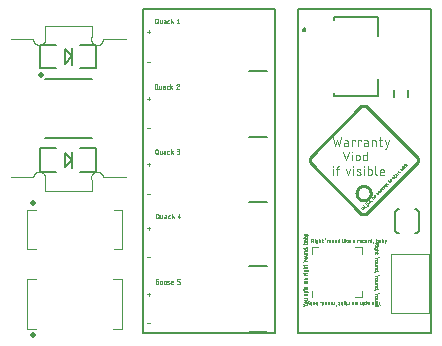
<source format=gbr>
G04 EAGLE Gerber RS-274X export*
G75*
%MOMM*%
%FSLAX34Y34*%
%LPD*%
%INSilkscreen Top*%
%IPPOS*%
%AMOC8*
5,1,8,0,0,1.08239X$1,22.5*%
G01*
%ADD10C,0.200000*%
%ADD11C,0.203200*%
%ADD12C,0.001000*%
%ADD13C,0.025400*%
%ADD14C,0.076200*%
%ADD15C,0.120000*%
%ADD16C,0.254000*%
%ADD17C,0.127000*%
%ADD18C,0.508000*%
%ADD19C,0.500000*%
%ADD20C,0.050000*%
%ADD21C,0.152400*%


D10*
X122400Y19200D02*
X122400Y293700D01*
X233900Y293700D01*
X233900Y19200D01*
X122400Y19200D01*
D11*
X253900Y19700D02*
X365900Y19700D01*
X365900Y293700D01*
X253900Y293700D01*
X253900Y19700D01*
D12*
X88498Y151100D02*
X88494Y151240D01*
X88486Y151381D01*
X88474Y151521D01*
X88458Y151661D01*
X88438Y151801D01*
X88414Y151939D01*
X88386Y152077D01*
X88354Y152215D01*
X88319Y152351D01*
X88280Y152486D01*
X88236Y152620D01*
X88189Y152753D01*
X88139Y152884D01*
X88085Y153014D01*
X88027Y153143D01*
X87965Y153269D01*
X87900Y153394D01*
X87831Y153517D01*
X87759Y153638D01*
X87684Y153757D01*
X87605Y153874D01*
X87523Y153988D01*
X87438Y154101D01*
X87350Y154210D01*
X87258Y154317D01*
X87164Y154422D01*
X87067Y154524D01*
X86967Y154623D01*
X86864Y154719D01*
X86758Y154813D01*
X86650Y154903D01*
X86540Y154990D01*
X86427Y155074D01*
X86311Y155155D01*
X86194Y155233D01*
X86074Y155307D01*
X85953Y155378D01*
X85829Y155445D01*
X85703Y155509D01*
X85576Y155569D01*
X85447Y155626D01*
X85317Y155679D01*
X85185Y155728D01*
X85052Y155774D01*
X84917Y155816D01*
X84782Y155854D01*
X84645Y155888D01*
X84507Y155918D01*
X84369Y155945D01*
X84230Y155967D01*
X84090Y155986D01*
X83950Y156001D01*
X83810Y156011D01*
X83669Y156018D01*
X83528Y156021D01*
X83388Y156020D01*
X83247Y156015D01*
X83106Y156006D01*
X82966Y155993D01*
X82826Y155976D01*
X82687Y155955D01*
X82548Y155930D01*
X82411Y155901D01*
X82274Y155869D01*
X82138Y155832D01*
X82003Y155792D01*
X81869Y155748D01*
X81736Y155700D01*
X81605Y155648D01*
X81476Y155593D01*
X81348Y155535D01*
X81221Y155472D01*
X81097Y155406D01*
X80974Y155337D01*
X80854Y155264D01*
X80735Y155188D01*
X80619Y155108D01*
X80505Y155026D01*
X80394Y154940D01*
X80284Y154851D01*
X80178Y154759D01*
X80074Y154664D01*
X79973Y154566D01*
X79874Y154465D01*
X79779Y154362D01*
X79686Y154255D01*
X79597Y154147D01*
X79510Y154036D01*
X79427Y153922D01*
X79347Y153806D01*
X79270Y153688D01*
X79196Y153568D01*
X79126Y153446D01*
X79060Y153322D01*
X78997Y153196D01*
X78937Y153068D01*
X78881Y152939D01*
X78829Y152808D01*
X78781Y152676D01*
X78736Y152542D01*
X78695Y152408D01*
X78658Y152272D01*
X78625Y152135D01*
X78595Y151997D01*
X78570Y151859D01*
X78548Y151720D01*
X78530Y151580D01*
X78517Y151440D01*
X78507Y151299D01*
X78501Y151158D01*
X78499Y151018D01*
X78501Y150877D01*
X78507Y150736D01*
X78517Y150596D01*
X78531Y150456D01*
X78549Y150316D01*
X78571Y150177D01*
X78597Y150038D01*
X78626Y149901D01*
X78660Y149764D01*
X78697Y149628D01*
X78738Y149493D01*
X78783Y149360D01*
X78832Y149228D01*
X78884Y149097D01*
X78940Y148968D01*
X79000Y148840D01*
X88499Y151100D02*
X107750Y151100D01*
X107750Y268100D02*
X88499Y268100D01*
X88498Y268100D02*
X88494Y267960D01*
X88486Y267819D01*
X88474Y267679D01*
X88458Y267539D01*
X88438Y267399D01*
X88414Y267261D01*
X88386Y267123D01*
X88354Y266985D01*
X88319Y266849D01*
X88280Y266714D01*
X88236Y266580D01*
X88189Y266447D01*
X88139Y266316D01*
X88085Y266186D01*
X88027Y266057D01*
X87965Y265931D01*
X87900Y265806D01*
X87831Y265683D01*
X87759Y265562D01*
X87684Y265443D01*
X87605Y265326D01*
X87523Y265212D01*
X87438Y265099D01*
X87350Y264990D01*
X87258Y264883D01*
X87164Y264778D01*
X87067Y264676D01*
X86967Y264577D01*
X86864Y264481D01*
X86758Y264387D01*
X86650Y264297D01*
X86540Y264210D01*
X86427Y264126D01*
X86311Y264045D01*
X86194Y263967D01*
X86074Y263893D01*
X85953Y263822D01*
X85829Y263755D01*
X85703Y263691D01*
X85576Y263631D01*
X85447Y263574D01*
X85317Y263521D01*
X85185Y263472D01*
X85052Y263426D01*
X84917Y263384D01*
X84782Y263346D01*
X84645Y263312D01*
X84507Y263282D01*
X84369Y263255D01*
X84230Y263233D01*
X84090Y263214D01*
X83950Y263199D01*
X83810Y263189D01*
X83669Y263182D01*
X83528Y263179D01*
X83388Y263180D01*
X83247Y263185D01*
X83106Y263194D01*
X82966Y263207D01*
X82826Y263224D01*
X82687Y263245D01*
X82548Y263270D01*
X82411Y263299D01*
X82274Y263331D01*
X82138Y263368D01*
X82003Y263408D01*
X81869Y263452D01*
X81736Y263500D01*
X81605Y263552D01*
X81476Y263607D01*
X81348Y263665D01*
X81221Y263728D01*
X81097Y263794D01*
X80974Y263863D01*
X80854Y263936D01*
X80735Y264012D01*
X80619Y264092D01*
X80505Y264174D01*
X80394Y264260D01*
X80284Y264349D01*
X80178Y264441D01*
X80074Y264536D01*
X79973Y264634D01*
X79874Y264735D01*
X79779Y264838D01*
X79686Y264945D01*
X79597Y265053D01*
X79510Y265164D01*
X79427Y265278D01*
X79347Y265394D01*
X79270Y265512D01*
X79196Y265632D01*
X79126Y265754D01*
X79060Y265878D01*
X78997Y266004D01*
X78937Y266132D01*
X78881Y266261D01*
X78829Y266392D01*
X78781Y266524D01*
X78736Y266658D01*
X78695Y266792D01*
X78658Y266928D01*
X78625Y267065D01*
X78595Y267203D01*
X78570Y267341D01*
X78548Y267480D01*
X78530Y267620D01*
X78517Y267760D01*
X78507Y267901D01*
X78501Y268042D01*
X78499Y268182D01*
X78501Y268323D01*
X78507Y268464D01*
X78517Y268604D01*
X78531Y268744D01*
X78549Y268884D01*
X78571Y269023D01*
X78597Y269162D01*
X78626Y269299D01*
X78660Y269436D01*
X78697Y269572D01*
X78738Y269707D01*
X78783Y269840D01*
X78832Y269972D01*
X78884Y270103D01*
X78940Y270232D01*
X79000Y270360D01*
X79000Y270359D02*
X79000Y279600D01*
X39000Y279600D01*
X39000Y270359D01*
X39000Y270360D02*
X39060Y270232D01*
X39116Y270103D01*
X39168Y269972D01*
X39217Y269840D01*
X39262Y269707D01*
X39303Y269572D01*
X39340Y269436D01*
X39374Y269299D01*
X39403Y269162D01*
X39429Y269023D01*
X39451Y268884D01*
X39469Y268744D01*
X39483Y268604D01*
X39493Y268464D01*
X39499Y268323D01*
X39501Y268182D01*
X39499Y268042D01*
X39493Y267901D01*
X39483Y267760D01*
X39470Y267620D01*
X39452Y267480D01*
X39430Y267341D01*
X39405Y267203D01*
X39375Y267065D01*
X39342Y266928D01*
X39305Y266792D01*
X39264Y266658D01*
X39219Y266524D01*
X39171Y266392D01*
X39119Y266261D01*
X39063Y266132D01*
X39003Y266004D01*
X38940Y265878D01*
X38874Y265754D01*
X38804Y265632D01*
X38730Y265512D01*
X38653Y265394D01*
X38573Y265278D01*
X38490Y265164D01*
X38403Y265053D01*
X38314Y264945D01*
X38221Y264838D01*
X38126Y264735D01*
X38027Y264634D01*
X37926Y264536D01*
X37822Y264441D01*
X37716Y264349D01*
X37606Y264260D01*
X37495Y264174D01*
X37381Y264092D01*
X37265Y264012D01*
X37146Y263936D01*
X37026Y263863D01*
X36903Y263794D01*
X36779Y263728D01*
X36652Y263665D01*
X36524Y263607D01*
X36395Y263552D01*
X36264Y263500D01*
X36131Y263452D01*
X35997Y263408D01*
X35862Y263368D01*
X35726Y263331D01*
X35589Y263299D01*
X35452Y263270D01*
X35313Y263245D01*
X35174Y263224D01*
X35034Y263207D01*
X34894Y263194D01*
X34753Y263185D01*
X34612Y263180D01*
X34472Y263179D01*
X34331Y263182D01*
X34190Y263189D01*
X34050Y263199D01*
X33910Y263214D01*
X33770Y263233D01*
X33631Y263255D01*
X33493Y263282D01*
X33355Y263312D01*
X33218Y263346D01*
X33083Y263384D01*
X32948Y263426D01*
X32815Y263472D01*
X32683Y263521D01*
X32553Y263574D01*
X32424Y263631D01*
X32297Y263691D01*
X32171Y263755D01*
X32047Y263822D01*
X31926Y263893D01*
X31806Y263967D01*
X31689Y264045D01*
X31573Y264126D01*
X31460Y264210D01*
X31350Y264297D01*
X31242Y264387D01*
X31136Y264481D01*
X31033Y264577D01*
X30933Y264676D01*
X30836Y264778D01*
X30742Y264883D01*
X30650Y264990D01*
X30562Y265099D01*
X30477Y265212D01*
X30395Y265326D01*
X30316Y265443D01*
X30241Y265562D01*
X30169Y265683D01*
X30100Y265806D01*
X30035Y265931D01*
X29973Y266057D01*
X29915Y266186D01*
X29861Y266316D01*
X29811Y266447D01*
X29764Y266580D01*
X29720Y266714D01*
X29681Y266849D01*
X29646Y266985D01*
X29614Y267123D01*
X29586Y267261D01*
X29562Y267399D01*
X29542Y267539D01*
X29526Y267679D01*
X29514Y267819D01*
X29506Y267960D01*
X29502Y268100D01*
X29501Y268100D02*
X10250Y268100D01*
X10250Y151100D02*
X29501Y151100D01*
X29502Y151100D02*
X29506Y151240D01*
X29514Y151381D01*
X29526Y151521D01*
X29542Y151661D01*
X29562Y151801D01*
X29586Y151939D01*
X29614Y152077D01*
X29646Y152215D01*
X29681Y152351D01*
X29720Y152486D01*
X29764Y152620D01*
X29811Y152753D01*
X29861Y152884D01*
X29915Y153014D01*
X29973Y153143D01*
X30035Y153269D01*
X30100Y153394D01*
X30169Y153517D01*
X30241Y153638D01*
X30316Y153757D01*
X30395Y153874D01*
X30477Y153988D01*
X30562Y154101D01*
X30650Y154210D01*
X30742Y154317D01*
X30836Y154422D01*
X30933Y154524D01*
X31033Y154623D01*
X31136Y154719D01*
X31242Y154813D01*
X31350Y154903D01*
X31460Y154990D01*
X31573Y155074D01*
X31689Y155155D01*
X31806Y155233D01*
X31926Y155307D01*
X32047Y155378D01*
X32171Y155445D01*
X32297Y155509D01*
X32424Y155569D01*
X32553Y155626D01*
X32683Y155679D01*
X32815Y155728D01*
X32948Y155774D01*
X33083Y155816D01*
X33218Y155854D01*
X33355Y155888D01*
X33493Y155918D01*
X33631Y155945D01*
X33770Y155967D01*
X33910Y155986D01*
X34050Y156001D01*
X34190Y156011D01*
X34331Y156018D01*
X34472Y156021D01*
X34612Y156020D01*
X34753Y156015D01*
X34894Y156006D01*
X35034Y155993D01*
X35174Y155976D01*
X35313Y155955D01*
X35452Y155930D01*
X35589Y155901D01*
X35726Y155869D01*
X35862Y155832D01*
X35997Y155792D01*
X36131Y155748D01*
X36264Y155700D01*
X36395Y155648D01*
X36524Y155593D01*
X36652Y155535D01*
X36779Y155472D01*
X36903Y155406D01*
X37026Y155337D01*
X37146Y155264D01*
X37265Y155188D01*
X37381Y155108D01*
X37495Y155026D01*
X37606Y154940D01*
X37716Y154851D01*
X37822Y154759D01*
X37926Y154664D01*
X38027Y154566D01*
X38126Y154465D01*
X38221Y154362D01*
X38314Y154255D01*
X38403Y154147D01*
X38490Y154036D01*
X38573Y153922D01*
X38653Y153806D01*
X38730Y153688D01*
X38804Y153568D01*
X38874Y153446D01*
X38940Y153322D01*
X39003Y153196D01*
X39063Y153068D01*
X39119Y152939D01*
X39171Y152808D01*
X39219Y152676D01*
X39264Y152542D01*
X39305Y152408D01*
X39342Y152272D01*
X39375Y152135D01*
X39405Y151997D01*
X39430Y151859D01*
X39452Y151720D01*
X39470Y151580D01*
X39483Y151440D01*
X39493Y151299D01*
X39499Y151158D01*
X39501Y151018D01*
X39499Y150877D01*
X39493Y150736D01*
X39483Y150596D01*
X39469Y150456D01*
X39451Y150316D01*
X39429Y150177D01*
X39403Y150038D01*
X39374Y149901D01*
X39340Y149764D01*
X39303Y149628D01*
X39262Y149493D01*
X39217Y149360D01*
X39168Y149228D01*
X39116Y149097D01*
X39060Y148968D01*
X39000Y148840D01*
X39000Y148841D02*
X39000Y139600D01*
X79000Y139600D01*
X79000Y148841D01*
D13*
X132827Y282685D02*
X132827Y284379D01*
X132829Y284443D01*
X132835Y284507D01*
X132844Y284570D01*
X132858Y284632D01*
X132875Y284694D01*
X132896Y284754D01*
X132920Y284813D01*
X132948Y284871D01*
X132980Y284926D01*
X133014Y284980D01*
X133052Y285031D01*
X133093Y285081D01*
X133137Y285127D01*
X133183Y285171D01*
X133233Y285212D01*
X133284Y285250D01*
X133338Y285284D01*
X133393Y285316D01*
X133451Y285344D01*
X133510Y285368D01*
X133570Y285389D01*
X133632Y285406D01*
X133694Y285420D01*
X133757Y285429D01*
X133821Y285435D01*
X133885Y285437D01*
X133949Y285435D01*
X134013Y285429D01*
X134076Y285420D01*
X134138Y285406D01*
X134200Y285389D01*
X134260Y285368D01*
X134319Y285344D01*
X134377Y285316D01*
X134432Y285284D01*
X134486Y285250D01*
X134537Y285212D01*
X134587Y285171D01*
X134633Y285127D01*
X134677Y285081D01*
X134718Y285031D01*
X134756Y284980D01*
X134790Y284926D01*
X134822Y284871D01*
X134850Y284813D01*
X134874Y284754D01*
X134895Y284694D01*
X134912Y284632D01*
X134926Y284570D01*
X134935Y284507D01*
X134941Y284443D01*
X134943Y284379D01*
X134944Y284379D02*
X134944Y282685D01*
X134943Y282685D02*
X134941Y282621D01*
X134935Y282557D01*
X134926Y282494D01*
X134912Y282432D01*
X134895Y282370D01*
X134874Y282310D01*
X134850Y282251D01*
X134822Y282193D01*
X134790Y282138D01*
X134756Y282084D01*
X134718Y282033D01*
X134677Y281983D01*
X134633Y281937D01*
X134587Y281893D01*
X134537Y281852D01*
X134486Y281814D01*
X134432Y281780D01*
X134377Y281748D01*
X134319Y281720D01*
X134260Y281696D01*
X134200Y281675D01*
X134138Y281658D01*
X134076Y281644D01*
X134013Y281635D01*
X133949Y281629D01*
X133885Y281627D01*
X133821Y281629D01*
X133757Y281635D01*
X133694Y281644D01*
X133632Y281658D01*
X133570Y281675D01*
X133510Y281696D01*
X133451Y281720D01*
X133393Y281748D01*
X133338Y281780D01*
X133284Y281814D01*
X133233Y281852D01*
X133183Y281893D01*
X133137Y281937D01*
X133093Y281983D01*
X133052Y282033D01*
X133014Y282084D01*
X132980Y282138D01*
X132948Y282193D01*
X132920Y282251D01*
X132896Y282310D01*
X132875Y282370D01*
X132858Y282432D01*
X132844Y282494D01*
X132835Y282557D01*
X132829Y282621D01*
X132827Y282685D01*
X134520Y282474D02*
X135367Y281627D01*
X136506Y282262D02*
X136506Y284167D01*
X136506Y282262D02*
X136508Y282215D01*
X136513Y282167D01*
X136522Y282121D01*
X136534Y282075D01*
X136550Y282030D01*
X136569Y281986D01*
X136591Y281945D01*
X136616Y281904D01*
X136645Y281866D01*
X136676Y281830D01*
X136709Y281797D01*
X136745Y281766D01*
X136783Y281737D01*
X136824Y281712D01*
X136865Y281690D01*
X136909Y281671D01*
X136954Y281655D01*
X137000Y281643D01*
X137046Y281634D01*
X137094Y281629D01*
X137141Y281627D01*
X138199Y281627D01*
X138199Y284167D01*
X140522Y283109D02*
X141474Y283109D01*
X140522Y283109D02*
X140469Y283107D01*
X140417Y283101D01*
X140364Y283092D01*
X140313Y283079D01*
X140263Y283062D01*
X140214Y283042D01*
X140167Y283018D01*
X140121Y282991D01*
X140078Y282961D01*
X140037Y282928D01*
X139998Y282892D01*
X139962Y282853D01*
X139929Y282812D01*
X139899Y282769D01*
X139872Y282723D01*
X139848Y282676D01*
X139828Y282627D01*
X139811Y282577D01*
X139798Y282526D01*
X139789Y282473D01*
X139783Y282421D01*
X139781Y282368D01*
X139783Y282315D01*
X139789Y282263D01*
X139798Y282210D01*
X139811Y282159D01*
X139828Y282109D01*
X139848Y282060D01*
X139872Y282013D01*
X139899Y281967D01*
X139929Y281924D01*
X139962Y281883D01*
X139998Y281844D01*
X140037Y281808D01*
X140078Y281775D01*
X140121Y281745D01*
X140167Y281718D01*
X140214Y281694D01*
X140263Y281674D01*
X140313Y281657D01*
X140364Y281644D01*
X140417Y281635D01*
X140469Y281629D01*
X140522Y281627D01*
X141474Y281627D01*
X141474Y283532D01*
X141472Y283579D01*
X141467Y283627D01*
X141458Y283673D01*
X141446Y283719D01*
X141430Y283764D01*
X141411Y283808D01*
X141389Y283850D01*
X141364Y283890D01*
X141335Y283928D01*
X141304Y283964D01*
X141271Y283997D01*
X141235Y284028D01*
X141197Y284057D01*
X141157Y284082D01*
X141115Y284104D01*
X141071Y284123D01*
X141026Y284139D01*
X140980Y284151D01*
X140934Y284160D01*
X140886Y284165D01*
X140839Y284167D01*
X139993Y284167D01*
X143729Y281627D02*
X144575Y281627D01*
X143729Y281627D02*
X143682Y281629D01*
X143634Y281634D01*
X143588Y281643D01*
X143542Y281655D01*
X143497Y281671D01*
X143453Y281690D01*
X143412Y281712D01*
X143371Y281737D01*
X143333Y281766D01*
X143297Y281797D01*
X143264Y281830D01*
X143233Y281866D01*
X143204Y281904D01*
X143179Y281945D01*
X143157Y281986D01*
X143138Y282030D01*
X143122Y282075D01*
X143110Y282121D01*
X143101Y282167D01*
X143096Y282215D01*
X143094Y282262D01*
X143094Y283532D01*
X143096Y283579D01*
X143101Y283627D01*
X143110Y283673D01*
X143122Y283719D01*
X143138Y283764D01*
X143157Y283808D01*
X143179Y283850D01*
X143204Y283890D01*
X143233Y283928D01*
X143264Y283964D01*
X143297Y283997D01*
X143333Y284028D01*
X143371Y284057D01*
X143412Y284082D01*
X143453Y284104D01*
X143497Y284123D01*
X143542Y284139D01*
X143588Y284151D01*
X143634Y284160D01*
X143682Y284165D01*
X143729Y284167D01*
X144575Y284167D01*
X146054Y285437D02*
X146054Y281627D01*
X146054Y282897D02*
X147748Y284167D01*
X146795Y283426D02*
X147748Y281627D01*
X151047Y284590D02*
X152105Y285437D01*
X152105Y281627D01*
X151047Y281627D02*
X153163Y281627D01*
X132427Y228979D02*
X132427Y227285D01*
X132427Y228979D02*
X132429Y229043D01*
X132435Y229107D01*
X132444Y229170D01*
X132458Y229232D01*
X132475Y229294D01*
X132496Y229354D01*
X132520Y229413D01*
X132548Y229471D01*
X132580Y229526D01*
X132614Y229580D01*
X132652Y229631D01*
X132693Y229681D01*
X132737Y229727D01*
X132783Y229771D01*
X132833Y229812D01*
X132884Y229850D01*
X132938Y229884D01*
X132993Y229916D01*
X133051Y229944D01*
X133110Y229968D01*
X133170Y229989D01*
X133232Y230006D01*
X133294Y230020D01*
X133357Y230029D01*
X133421Y230035D01*
X133485Y230037D01*
X133549Y230035D01*
X133613Y230029D01*
X133676Y230020D01*
X133738Y230006D01*
X133800Y229989D01*
X133860Y229968D01*
X133919Y229944D01*
X133977Y229916D01*
X134032Y229884D01*
X134086Y229850D01*
X134137Y229812D01*
X134187Y229771D01*
X134233Y229727D01*
X134277Y229681D01*
X134318Y229631D01*
X134356Y229580D01*
X134390Y229526D01*
X134422Y229471D01*
X134450Y229413D01*
X134474Y229354D01*
X134495Y229294D01*
X134512Y229232D01*
X134526Y229170D01*
X134535Y229107D01*
X134541Y229043D01*
X134543Y228979D01*
X134544Y228979D02*
X134544Y227285D01*
X134543Y227285D02*
X134541Y227221D01*
X134535Y227157D01*
X134526Y227094D01*
X134512Y227032D01*
X134495Y226970D01*
X134474Y226910D01*
X134450Y226851D01*
X134422Y226793D01*
X134390Y226738D01*
X134356Y226684D01*
X134318Y226633D01*
X134277Y226583D01*
X134233Y226537D01*
X134187Y226493D01*
X134137Y226452D01*
X134086Y226414D01*
X134032Y226380D01*
X133977Y226348D01*
X133919Y226320D01*
X133860Y226296D01*
X133800Y226275D01*
X133738Y226258D01*
X133676Y226244D01*
X133613Y226235D01*
X133549Y226229D01*
X133485Y226227D01*
X133421Y226229D01*
X133357Y226235D01*
X133294Y226244D01*
X133232Y226258D01*
X133170Y226275D01*
X133110Y226296D01*
X133051Y226320D01*
X132993Y226348D01*
X132938Y226380D01*
X132884Y226414D01*
X132833Y226452D01*
X132783Y226493D01*
X132737Y226537D01*
X132693Y226583D01*
X132652Y226633D01*
X132614Y226684D01*
X132580Y226738D01*
X132548Y226793D01*
X132520Y226851D01*
X132496Y226910D01*
X132475Y226970D01*
X132458Y227032D01*
X132444Y227094D01*
X132435Y227157D01*
X132429Y227221D01*
X132427Y227285D01*
X134120Y227074D02*
X134967Y226227D01*
X136106Y226862D02*
X136106Y228767D01*
X136106Y226862D02*
X136108Y226815D01*
X136113Y226767D01*
X136122Y226721D01*
X136134Y226675D01*
X136150Y226630D01*
X136169Y226586D01*
X136191Y226545D01*
X136216Y226504D01*
X136245Y226466D01*
X136276Y226430D01*
X136309Y226397D01*
X136345Y226366D01*
X136383Y226337D01*
X136424Y226312D01*
X136465Y226290D01*
X136509Y226271D01*
X136554Y226255D01*
X136600Y226243D01*
X136646Y226234D01*
X136694Y226229D01*
X136741Y226227D01*
X137799Y226227D01*
X137799Y228767D01*
X140122Y227709D02*
X141074Y227709D01*
X140122Y227709D02*
X140069Y227707D01*
X140017Y227701D01*
X139964Y227692D01*
X139913Y227679D01*
X139863Y227662D01*
X139814Y227642D01*
X139767Y227618D01*
X139721Y227591D01*
X139678Y227561D01*
X139637Y227528D01*
X139598Y227492D01*
X139562Y227453D01*
X139529Y227412D01*
X139499Y227369D01*
X139472Y227323D01*
X139448Y227276D01*
X139428Y227227D01*
X139411Y227177D01*
X139398Y227126D01*
X139389Y227073D01*
X139383Y227021D01*
X139381Y226968D01*
X139383Y226915D01*
X139389Y226863D01*
X139398Y226810D01*
X139411Y226759D01*
X139428Y226709D01*
X139448Y226660D01*
X139472Y226613D01*
X139499Y226567D01*
X139529Y226524D01*
X139562Y226483D01*
X139598Y226444D01*
X139637Y226408D01*
X139678Y226375D01*
X139721Y226345D01*
X139767Y226318D01*
X139814Y226294D01*
X139863Y226274D01*
X139913Y226257D01*
X139964Y226244D01*
X140017Y226235D01*
X140069Y226229D01*
X140122Y226227D01*
X141074Y226227D01*
X141074Y228132D01*
X141072Y228179D01*
X141067Y228227D01*
X141058Y228273D01*
X141046Y228319D01*
X141030Y228364D01*
X141011Y228408D01*
X140989Y228450D01*
X140964Y228490D01*
X140935Y228528D01*
X140904Y228564D01*
X140871Y228597D01*
X140835Y228628D01*
X140797Y228657D01*
X140757Y228682D01*
X140715Y228704D01*
X140671Y228723D01*
X140626Y228739D01*
X140580Y228751D01*
X140534Y228760D01*
X140486Y228765D01*
X140439Y228767D01*
X139593Y228767D01*
X143329Y226227D02*
X144175Y226227D01*
X143329Y226227D02*
X143282Y226229D01*
X143234Y226234D01*
X143188Y226243D01*
X143142Y226255D01*
X143097Y226271D01*
X143053Y226290D01*
X143012Y226312D01*
X142971Y226337D01*
X142933Y226366D01*
X142897Y226397D01*
X142864Y226430D01*
X142833Y226466D01*
X142804Y226504D01*
X142779Y226545D01*
X142757Y226586D01*
X142738Y226630D01*
X142722Y226675D01*
X142710Y226721D01*
X142701Y226767D01*
X142696Y226815D01*
X142694Y226862D01*
X142694Y228132D01*
X142696Y228179D01*
X142701Y228227D01*
X142710Y228273D01*
X142722Y228319D01*
X142738Y228364D01*
X142757Y228408D01*
X142779Y228450D01*
X142804Y228490D01*
X142833Y228528D01*
X142864Y228564D01*
X142897Y228597D01*
X142933Y228628D01*
X142971Y228657D01*
X143012Y228682D01*
X143053Y228704D01*
X143097Y228723D01*
X143142Y228739D01*
X143188Y228751D01*
X143234Y228760D01*
X143282Y228765D01*
X143329Y228767D01*
X144175Y228767D01*
X145654Y230037D02*
X145654Y226227D01*
X145654Y227497D02*
X147348Y228767D01*
X146395Y228026D02*
X147348Y226227D01*
X151811Y230038D02*
X151871Y230036D01*
X151930Y230030D01*
X151990Y230021D01*
X152048Y230008D01*
X152105Y229991D01*
X152162Y229971D01*
X152217Y229947D01*
X152270Y229920D01*
X152322Y229890D01*
X152371Y229856D01*
X152418Y229819D01*
X152463Y229780D01*
X152506Y229737D01*
X152545Y229692D01*
X152582Y229645D01*
X152616Y229596D01*
X152646Y229544D01*
X152673Y229491D01*
X152697Y229436D01*
X152717Y229379D01*
X152734Y229322D01*
X152747Y229264D01*
X152756Y229204D01*
X152762Y229145D01*
X152764Y229085D01*
X151811Y230037D02*
X151744Y230035D01*
X151677Y230030D01*
X151611Y230021D01*
X151545Y230008D01*
X151481Y229992D01*
X151417Y229972D01*
X151354Y229948D01*
X151292Y229922D01*
X151233Y229892D01*
X151175Y229859D01*
X151118Y229822D01*
X151064Y229783D01*
X151012Y229741D01*
X150963Y229696D01*
X150916Y229648D01*
X150872Y229598D01*
X150830Y229545D01*
X150792Y229490D01*
X150756Y229434D01*
X150724Y229375D01*
X150695Y229315D01*
X150669Y229253D01*
X150647Y229190D01*
X152446Y228344D02*
X152487Y228386D01*
X152526Y228431D01*
X152563Y228477D01*
X152597Y228526D01*
X152628Y228576D01*
X152655Y228628D01*
X152680Y228682D01*
X152702Y228737D01*
X152721Y228793D01*
X152736Y228850D01*
X152748Y228908D01*
X152756Y228967D01*
X152761Y229026D01*
X152763Y229085D01*
X152446Y228344D02*
X150647Y226227D01*
X152763Y226227D01*
X132727Y173779D02*
X132727Y172085D01*
X132727Y173779D02*
X132729Y173843D01*
X132735Y173907D01*
X132744Y173970D01*
X132758Y174032D01*
X132775Y174094D01*
X132796Y174154D01*
X132820Y174213D01*
X132848Y174271D01*
X132880Y174326D01*
X132914Y174380D01*
X132952Y174431D01*
X132993Y174481D01*
X133037Y174527D01*
X133083Y174571D01*
X133133Y174612D01*
X133184Y174650D01*
X133238Y174684D01*
X133293Y174716D01*
X133351Y174744D01*
X133410Y174768D01*
X133470Y174789D01*
X133532Y174806D01*
X133594Y174820D01*
X133657Y174829D01*
X133721Y174835D01*
X133785Y174837D01*
X133849Y174835D01*
X133913Y174829D01*
X133976Y174820D01*
X134038Y174806D01*
X134100Y174789D01*
X134160Y174768D01*
X134219Y174744D01*
X134277Y174716D01*
X134332Y174684D01*
X134386Y174650D01*
X134437Y174612D01*
X134487Y174571D01*
X134533Y174527D01*
X134577Y174481D01*
X134618Y174431D01*
X134656Y174380D01*
X134690Y174326D01*
X134722Y174271D01*
X134750Y174213D01*
X134774Y174154D01*
X134795Y174094D01*
X134812Y174032D01*
X134826Y173970D01*
X134835Y173907D01*
X134841Y173843D01*
X134843Y173779D01*
X134844Y173779D02*
X134844Y172085D01*
X134843Y172085D02*
X134841Y172021D01*
X134835Y171957D01*
X134826Y171894D01*
X134812Y171832D01*
X134795Y171770D01*
X134774Y171710D01*
X134750Y171651D01*
X134722Y171593D01*
X134690Y171538D01*
X134656Y171484D01*
X134618Y171433D01*
X134577Y171383D01*
X134533Y171337D01*
X134487Y171293D01*
X134437Y171252D01*
X134386Y171214D01*
X134332Y171180D01*
X134277Y171148D01*
X134219Y171120D01*
X134160Y171096D01*
X134100Y171075D01*
X134038Y171058D01*
X133976Y171044D01*
X133913Y171035D01*
X133849Y171029D01*
X133785Y171027D01*
X133721Y171029D01*
X133657Y171035D01*
X133594Y171044D01*
X133532Y171058D01*
X133470Y171075D01*
X133410Y171096D01*
X133351Y171120D01*
X133293Y171148D01*
X133238Y171180D01*
X133184Y171214D01*
X133133Y171252D01*
X133083Y171293D01*
X133037Y171337D01*
X132993Y171383D01*
X132952Y171433D01*
X132914Y171484D01*
X132880Y171538D01*
X132848Y171593D01*
X132820Y171651D01*
X132796Y171710D01*
X132775Y171770D01*
X132758Y171832D01*
X132744Y171894D01*
X132735Y171957D01*
X132729Y172021D01*
X132727Y172085D01*
X134420Y171874D02*
X135267Y171027D01*
X136406Y171662D02*
X136406Y173567D01*
X136406Y171662D02*
X136408Y171615D01*
X136413Y171567D01*
X136422Y171521D01*
X136434Y171475D01*
X136450Y171430D01*
X136469Y171386D01*
X136491Y171345D01*
X136516Y171304D01*
X136545Y171266D01*
X136576Y171230D01*
X136609Y171197D01*
X136645Y171166D01*
X136683Y171137D01*
X136724Y171112D01*
X136765Y171090D01*
X136809Y171071D01*
X136854Y171055D01*
X136900Y171043D01*
X136946Y171034D01*
X136994Y171029D01*
X137041Y171027D01*
X138099Y171027D01*
X138099Y173567D01*
X140422Y172509D02*
X141374Y172509D01*
X140422Y172509D02*
X140369Y172507D01*
X140317Y172501D01*
X140264Y172492D01*
X140213Y172479D01*
X140163Y172462D01*
X140114Y172442D01*
X140067Y172418D01*
X140021Y172391D01*
X139978Y172361D01*
X139937Y172328D01*
X139898Y172292D01*
X139862Y172253D01*
X139829Y172212D01*
X139799Y172169D01*
X139772Y172123D01*
X139748Y172076D01*
X139728Y172027D01*
X139711Y171977D01*
X139698Y171926D01*
X139689Y171873D01*
X139683Y171821D01*
X139681Y171768D01*
X139683Y171715D01*
X139689Y171663D01*
X139698Y171610D01*
X139711Y171559D01*
X139728Y171509D01*
X139748Y171460D01*
X139772Y171413D01*
X139799Y171367D01*
X139829Y171324D01*
X139862Y171283D01*
X139898Y171244D01*
X139937Y171208D01*
X139978Y171175D01*
X140021Y171145D01*
X140067Y171118D01*
X140114Y171094D01*
X140163Y171074D01*
X140213Y171057D01*
X140264Y171044D01*
X140317Y171035D01*
X140369Y171029D01*
X140422Y171027D01*
X141374Y171027D01*
X141374Y172932D01*
X141372Y172979D01*
X141367Y173027D01*
X141358Y173073D01*
X141346Y173119D01*
X141330Y173164D01*
X141311Y173208D01*
X141289Y173250D01*
X141264Y173290D01*
X141235Y173328D01*
X141204Y173364D01*
X141171Y173397D01*
X141135Y173428D01*
X141097Y173457D01*
X141057Y173482D01*
X141015Y173504D01*
X140971Y173523D01*
X140926Y173539D01*
X140880Y173551D01*
X140834Y173560D01*
X140786Y173565D01*
X140739Y173567D01*
X139893Y173567D01*
X143629Y171027D02*
X144475Y171027D01*
X143629Y171027D02*
X143582Y171029D01*
X143534Y171034D01*
X143488Y171043D01*
X143442Y171055D01*
X143397Y171071D01*
X143353Y171090D01*
X143312Y171112D01*
X143271Y171137D01*
X143233Y171166D01*
X143197Y171197D01*
X143164Y171230D01*
X143133Y171266D01*
X143104Y171304D01*
X143079Y171345D01*
X143057Y171386D01*
X143038Y171430D01*
X143022Y171475D01*
X143010Y171521D01*
X143001Y171567D01*
X142996Y171615D01*
X142994Y171662D01*
X142994Y172932D01*
X142996Y172979D01*
X143001Y173027D01*
X143010Y173073D01*
X143022Y173119D01*
X143038Y173164D01*
X143057Y173208D01*
X143079Y173250D01*
X143104Y173290D01*
X143133Y173328D01*
X143164Y173364D01*
X143197Y173397D01*
X143233Y173428D01*
X143271Y173457D01*
X143312Y173482D01*
X143353Y173504D01*
X143397Y173523D01*
X143442Y173539D01*
X143488Y173551D01*
X143534Y173560D01*
X143582Y173565D01*
X143629Y173567D01*
X144475Y173567D01*
X145954Y174837D02*
X145954Y171027D01*
X145954Y172297D02*
X147648Y173567D01*
X146695Y172826D02*
X147648Y171027D01*
X150947Y171027D02*
X152005Y171027D01*
X152069Y171029D01*
X152133Y171035D01*
X152196Y171044D01*
X152258Y171058D01*
X152320Y171075D01*
X152380Y171096D01*
X152439Y171120D01*
X152497Y171148D01*
X152552Y171180D01*
X152606Y171214D01*
X152657Y171252D01*
X152707Y171293D01*
X152753Y171337D01*
X152797Y171383D01*
X152838Y171433D01*
X152876Y171484D01*
X152910Y171538D01*
X152942Y171593D01*
X152970Y171651D01*
X152994Y171710D01*
X153015Y171770D01*
X153032Y171832D01*
X153046Y171894D01*
X153055Y171957D01*
X153061Y172021D01*
X153063Y172085D01*
X153061Y172149D01*
X153055Y172213D01*
X153046Y172276D01*
X153032Y172338D01*
X153015Y172400D01*
X152994Y172460D01*
X152970Y172519D01*
X152942Y172577D01*
X152910Y172632D01*
X152876Y172686D01*
X152838Y172737D01*
X152797Y172787D01*
X152753Y172833D01*
X152707Y172877D01*
X152657Y172918D01*
X152606Y172956D01*
X152552Y172990D01*
X152497Y173022D01*
X152439Y173050D01*
X152380Y173074D01*
X152320Y173095D01*
X152258Y173112D01*
X152196Y173126D01*
X152133Y173135D01*
X152069Y173141D01*
X152005Y173143D01*
X152217Y174837D02*
X150947Y174837D01*
X152217Y174837D02*
X152274Y174835D01*
X152330Y174829D01*
X152386Y174820D01*
X152441Y174807D01*
X152495Y174790D01*
X152548Y174770D01*
X152599Y174746D01*
X152649Y174719D01*
X152696Y174688D01*
X152742Y174655D01*
X152785Y174618D01*
X152826Y174579D01*
X152864Y174537D01*
X152899Y174492D01*
X152931Y174446D01*
X152960Y174397D01*
X152985Y174347D01*
X153007Y174294D01*
X153026Y174241D01*
X153041Y174186D01*
X153052Y174131D01*
X153060Y174075D01*
X153064Y174018D01*
X153064Y173962D01*
X153060Y173905D01*
X153052Y173849D01*
X153041Y173794D01*
X153026Y173739D01*
X153007Y173686D01*
X152985Y173633D01*
X152960Y173583D01*
X152931Y173534D01*
X152899Y173488D01*
X152864Y173443D01*
X152826Y173401D01*
X152785Y173362D01*
X152742Y173325D01*
X152696Y173292D01*
X152649Y173261D01*
X152599Y173234D01*
X152548Y173210D01*
X152495Y173190D01*
X152441Y173173D01*
X152386Y173160D01*
X152330Y173151D01*
X152274Y173145D01*
X152217Y173143D01*
X152217Y173144D02*
X151370Y173144D01*
X135163Y63080D02*
X134528Y63080D01*
X135163Y63080D02*
X135163Y60963D01*
X133893Y60963D01*
X133838Y60965D01*
X133782Y60970D01*
X133728Y60979D01*
X133674Y60992D01*
X133621Y61008D01*
X133569Y61027D01*
X133518Y61050D01*
X133470Y61076D01*
X133422Y61106D01*
X133377Y61138D01*
X133335Y61173D01*
X133294Y61211D01*
X133256Y61252D01*
X133221Y61294D01*
X133189Y61339D01*
X133159Y61387D01*
X133133Y61435D01*
X133110Y61486D01*
X133091Y61538D01*
X133075Y61591D01*
X133062Y61645D01*
X133053Y61699D01*
X133048Y61755D01*
X133046Y61810D01*
X133047Y61810D02*
X133047Y63926D01*
X133046Y63926D02*
X133048Y63984D01*
X133054Y64041D01*
X133064Y64098D01*
X133077Y64155D01*
X133095Y64210D01*
X133116Y64263D01*
X133141Y64316D01*
X133169Y64366D01*
X133201Y64414D01*
X133236Y64461D01*
X133274Y64504D01*
X133315Y64545D01*
X133358Y64583D01*
X133405Y64618D01*
X133453Y64650D01*
X133503Y64678D01*
X133556Y64703D01*
X133609Y64724D01*
X133664Y64742D01*
X133721Y64755D01*
X133778Y64765D01*
X133835Y64771D01*
X133893Y64773D01*
X135163Y64773D01*
X136794Y62656D02*
X136794Y61810D01*
X136794Y62656D02*
X136796Y62713D01*
X136802Y62769D01*
X136811Y62825D01*
X136824Y62880D01*
X136841Y62934D01*
X136861Y62987D01*
X136885Y63038D01*
X136912Y63088D01*
X136943Y63135D01*
X136976Y63181D01*
X137013Y63224D01*
X137052Y63265D01*
X137094Y63303D01*
X137139Y63338D01*
X137185Y63370D01*
X137234Y63399D01*
X137284Y63424D01*
X137337Y63446D01*
X137390Y63465D01*
X137445Y63480D01*
X137500Y63491D01*
X137556Y63499D01*
X137613Y63503D01*
X137669Y63503D01*
X137726Y63499D01*
X137782Y63491D01*
X137837Y63480D01*
X137892Y63465D01*
X137945Y63446D01*
X137998Y63424D01*
X138048Y63399D01*
X138097Y63370D01*
X138143Y63338D01*
X138188Y63303D01*
X138230Y63265D01*
X138269Y63224D01*
X138306Y63181D01*
X138339Y63135D01*
X138370Y63088D01*
X138397Y63038D01*
X138421Y62987D01*
X138441Y62934D01*
X138458Y62880D01*
X138471Y62825D01*
X138480Y62769D01*
X138486Y62713D01*
X138488Y62656D01*
X138487Y62656D02*
X138487Y61810D01*
X138488Y61810D02*
X138486Y61753D01*
X138480Y61697D01*
X138471Y61641D01*
X138458Y61586D01*
X138441Y61532D01*
X138421Y61479D01*
X138397Y61428D01*
X138370Y61378D01*
X138339Y61331D01*
X138306Y61285D01*
X138269Y61242D01*
X138230Y61201D01*
X138188Y61163D01*
X138143Y61128D01*
X138097Y61096D01*
X138048Y61067D01*
X137998Y61042D01*
X137945Y61020D01*
X137892Y61001D01*
X137837Y60986D01*
X137782Y60975D01*
X137726Y60967D01*
X137669Y60963D01*
X137613Y60963D01*
X137556Y60967D01*
X137500Y60975D01*
X137445Y60986D01*
X137390Y61001D01*
X137337Y61020D01*
X137284Y61042D01*
X137234Y61067D01*
X137185Y61096D01*
X137139Y61128D01*
X137094Y61163D01*
X137052Y61201D01*
X137013Y61242D01*
X136976Y61285D01*
X136943Y61331D01*
X136912Y61378D01*
X136885Y61428D01*
X136861Y61479D01*
X136841Y61532D01*
X136824Y61586D01*
X136811Y61641D01*
X136802Y61697D01*
X136796Y61753D01*
X136794Y61810D01*
X139964Y61810D02*
X139964Y62656D01*
X139966Y62713D01*
X139972Y62769D01*
X139981Y62825D01*
X139994Y62880D01*
X140011Y62934D01*
X140031Y62987D01*
X140055Y63038D01*
X140082Y63088D01*
X140113Y63135D01*
X140146Y63181D01*
X140183Y63224D01*
X140222Y63265D01*
X140264Y63303D01*
X140309Y63338D01*
X140355Y63370D01*
X140404Y63399D01*
X140454Y63424D01*
X140507Y63446D01*
X140560Y63465D01*
X140615Y63480D01*
X140670Y63491D01*
X140726Y63499D01*
X140783Y63503D01*
X140839Y63503D01*
X140896Y63499D01*
X140952Y63491D01*
X141007Y63480D01*
X141062Y63465D01*
X141115Y63446D01*
X141168Y63424D01*
X141218Y63399D01*
X141267Y63370D01*
X141313Y63338D01*
X141358Y63303D01*
X141400Y63265D01*
X141439Y63224D01*
X141476Y63181D01*
X141509Y63135D01*
X141540Y63088D01*
X141567Y63038D01*
X141591Y62987D01*
X141611Y62934D01*
X141628Y62880D01*
X141641Y62825D01*
X141650Y62769D01*
X141656Y62713D01*
X141658Y62656D01*
X141657Y62656D02*
X141657Y61810D01*
X141658Y61810D02*
X141656Y61753D01*
X141650Y61697D01*
X141641Y61641D01*
X141628Y61586D01*
X141611Y61532D01*
X141591Y61479D01*
X141567Y61428D01*
X141540Y61378D01*
X141509Y61331D01*
X141476Y61285D01*
X141439Y61242D01*
X141400Y61201D01*
X141358Y61163D01*
X141313Y61128D01*
X141267Y61096D01*
X141218Y61067D01*
X141168Y61042D01*
X141115Y61020D01*
X141062Y61001D01*
X141007Y60986D01*
X140952Y60975D01*
X140896Y60967D01*
X140839Y60963D01*
X140783Y60963D01*
X140726Y60967D01*
X140670Y60975D01*
X140615Y60986D01*
X140560Y61001D01*
X140507Y61020D01*
X140454Y61042D01*
X140404Y61067D01*
X140355Y61096D01*
X140309Y61128D01*
X140264Y61163D01*
X140222Y61201D01*
X140183Y61242D01*
X140146Y61285D01*
X140113Y61331D01*
X140082Y61378D01*
X140055Y61428D01*
X140031Y61479D01*
X140011Y61532D01*
X139994Y61586D01*
X139981Y61641D01*
X139972Y61697D01*
X139966Y61753D01*
X139964Y61810D01*
X143451Y62445D02*
X144510Y62021D01*
X143451Y62444D02*
X143409Y62463D01*
X143369Y62486D01*
X143330Y62511D01*
X143294Y62540D01*
X143261Y62572D01*
X143230Y62606D01*
X143202Y62643D01*
X143178Y62682D01*
X143157Y62723D01*
X143139Y62766D01*
X143125Y62810D01*
X143115Y62855D01*
X143109Y62901D01*
X143106Y62947D01*
X143107Y62993D01*
X143113Y63039D01*
X143122Y63084D01*
X143134Y63129D01*
X143151Y63172D01*
X143171Y63213D01*
X143195Y63253D01*
X143221Y63291D01*
X143251Y63326D01*
X143284Y63358D01*
X143319Y63388D01*
X143357Y63415D01*
X143396Y63438D01*
X143438Y63458D01*
X143481Y63475D01*
X143526Y63488D01*
X143571Y63497D01*
X143617Y63502D01*
X143663Y63503D01*
X143662Y63503D02*
X143752Y63500D01*
X143841Y63494D01*
X143930Y63484D01*
X144018Y63471D01*
X144106Y63455D01*
X144193Y63436D01*
X144279Y63413D01*
X144365Y63387D01*
X144449Y63358D01*
X144533Y63326D01*
X144615Y63291D01*
X144510Y62022D02*
X144552Y62003D01*
X144592Y61980D01*
X144631Y61955D01*
X144667Y61926D01*
X144700Y61894D01*
X144731Y61860D01*
X144759Y61823D01*
X144783Y61784D01*
X144804Y61743D01*
X144822Y61700D01*
X144836Y61656D01*
X144846Y61611D01*
X144852Y61565D01*
X144855Y61519D01*
X144854Y61473D01*
X144848Y61427D01*
X144839Y61382D01*
X144827Y61337D01*
X144810Y61294D01*
X144790Y61253D01*
X144766Y61213D01*
X144740Y61175D01*
X144710Y61140D01*
X144677Y61108D01*
X144642Y61078D01*
X144604Y61051D01*
X144565Y61028D01*
X144523Y61008D01*
X144480Y60991D01*
X144435Y60978D01*
X144390Y60969D01*
X144344Y60964D01*
X144298Y60963D01*
X144179Y60967D01*
X144060Y60975D01*
X143942Y60986D01*
X143824Y61002D01*
X143707Y61021D01*
X143590Y61044D01*
X143475Y61071D01*
X143360Y61102D01*
X143246Y61137D01*
X143134Y61175D01*
X146939Y60963D02*
X147997Y60963D01*
X146939Y60963D02*
X146892Y60965D01*
X146844Y60970D01*
X146798Y60979D01*
X146752Y60991D01*
X146707Y61007D01*
X146663Y61026D01*
X146622Y61048D01*
X146581Y61073D01*
X146543Y61102D01*
X146507Y61133D01*
X146474Y61166D01*
X146443Y61202D01*
X146414Y61240D01*
X146389Y61281D01*
X146367Y61322D01*
X146348Y61366D01*
X146332Y61411D01*
X146320Y61457D01*
X146311Y61503D01*
X146306Y61551D01*
X146304Y61598D01*
X146304Y62656D01*
X146303Y62656D02*
X146305Y62713D01*
X146311Y62769D01*
X146320Y62825D01*
X146333Y62880D01*
X146350Y62934D01*
X146370Y62987D01*
X146394Y63038D01*
X146421Y63088D01*
X146452Y63135D01*
X146485Y63181D01*
X146522Y63224D01*
X146561Y63265D01*
X146603Y63303D01*
X146648Y63338D01*
X146694Y63370D01*
X146743Y63399D01*
X146793Y63424D01*
X146846Y63446D01*
X146899Y63465D01*
X146954Y63480D01*
X147009Y63491D01*
X147065Y63499D01*
X147122Y63503D01*
X147178Y63503D01*
X147235Y63499D01*
X147291Y63491D01*
X147346Y63480D01*
X147401Y63465D01*
X147454Y63446D01*
X147507Y63424D01*
X147557Y63399D01*
X147606Y63370D01*
X147652Y63338D01*
X147697Y63303D01*
X147739Y63265D01*
X147778Y63224D01*
X147815Y63181D01*
X147848Y63135D01*
X147879Y63088D01*
X147906Y63038D01*
X147930Y62987D01*
X147950Y62934D01*
X147967Y62880D01*
X147980Y62825D01*
X147989Y62769D01*
X147995Y62713D01*
X147997Y62656D01*
X147997Y62233D01*
X146304Y62233D01*
X151456Y60963D02*
X152726Y60963D01*
X152781Y60965D01*
X152837Y60970D01*
X152891Y60979D01*
X152945Y60992D01*
X152998Y61008D01*
X153050Y61027D01*
X153101Y61050D01*
X153150Y61076D01*
X153197Y61106D01*
X153242Y61138D01*
X153284Y61173D01*
X153325Y61211D01*
X153363Y61252D01*
X153398Y61294D01*
X153430Y61339D01*
X153460Y61387D01*
X153486Y61435D01*
X153509Y61486D01*
X153528Y61538D01*
X153544Y61591D01*
X153557Y61645D01*
X153566Y61699D01*
X153571Y61755D01*
X153573Y61810D01*
X153573Y62233D01*
X153571Y62288D01*
X153566Y62344D01*
X153557Y62398D01*
X153544Y62452D01*
X153528Y62505D01*
X153509Y62557D01*
X153486Y62608D01*
X153460Y62657D01*
X153430Y62704D01*
X153398Y62749D01*
X153363Y62791D01*
X153325Y62832D01*
X153284Y62870D01*
X153242Y62905D01*
X153197Y62937D01*
X153150Y62967D01*
X153101Y62993D01*
X153050Y63016D01*
X152998Y63035D01*
X152945Y63051D01*
X152891Y63064D01*
X152837Y63073D01*
X152781Y63078D01*
X152726Y63080D01*
X151456Y63080D01*
X151456Y64773D01*
X153573Y64773D01*
X133437Y117421D02*
X133437Y119115D01*
X133439Y119179D01*
X133445Y119243D01*
X133454Y119306D01*
X133468Y119368D01*
X133485Y119430D01*
X133506Y119490D01*
X133530Y119549D01*
X133558Y119607D01*
X133590Y119662D01*
X133624Y119716D01*
X133662Y119767D01*
X133703Y119817D01*
X133747Y119863D01*
X133793Y119907D01*
X133843Y119948D01*
X133894Y119986D01*
X133948Y120020D01*
X134003Y120052D01*
X134061Y120080D01*
X134120Y120104D01*
X134180Y120125D01*
X134242Y120142D01*
X134304Y120156D01*
X134367Y120165D01*
X134431Y120171D01*
X134495Y120173D01*
X134559Y120171D01*
X134623Y120165D01*
X134686Y120156D01*
X134748Y120142D01*
X134810Y120125D01*
X134870Y120104D01*
X134929Y120080D01*
X134987Y120052D01*
X135042Y120020D01*
X135096Y119986D01*
X135147Y119948D01*
X135197Y119907D01*
X135243Y119863D01*
X135287Y119817D01*
X135328Y119767D01*
X135366Y119716D01*
X135400Y119662D01*
X135432Y119607D01*
X135460Y119549D01*
X135484Y119490D01*
X135505Y119430D01*
X135522Y119368D01*
X135536Y119306D01*
X135545Y119243D01*
X135551Y119179D01*
X135553Y119115D01*
X135553Y117421D01*
X135551Y117357D01*
X135545Y117293D01*
X135536Y117230D01*
X135522Y117168D01*
X135505Y117106D01*
X135484Y117046D01*
X135460Y116987D01*
X135432Y116929D01*
X135400Y116874D01*
X135366Y116820D01*
X135328Y116769D01*
X135287Y116719D01*
X135243Y116673D01*
X135197Y116629D01*
X135147Y116588D01*
X135096Y116550D01*
X135042Y116516D01*
X134987Y116484D01*
X134929Y116456D01*
X134870Y116432D01*
X134810Y116411D01*
X134748Y116394D01*
X134686Y116380D01*
X134623Y116371D01*
X134559Y116365D01*
X134495Y116363D01*
X134431Y116365D01*
X134367Y116371D01*
X134304Y116380D01*
X134242Y116394D01*
X134180Y116411D01*
X134120Y116432D01*
X134061Y116456D01*
X134003Y116484D01*
X133948Y116516D01*
X133894Y116550D01*
X133843Y116588D01*
X133793Y116629D01*
X133747Y116673D01*
X133703Y116719D01*
X133662Y116769D01*
X133624Y116820D01*
X133590Y116874D01*
X133558Y116929D01*
X133530Y116987D01*
X133506Y117046D01*
X133485Y117106D01*
X133468Y117168D01*
X133454Y117230D01*
X133445Y117293D01*
X133439Y117357D01*
X133437Y117421D01*
X135130Y117210D02*
X135977Y116363D01*
X137116Y116998D02*
X137116Y118903D01*
X137116Y116998D02*
X137118Y116951D01*
X137123Y116903D01*
X137132Y116857D01*
X137144Y116811D01*
X137160Y116766D01*
X137179Y116722D01*
X137201Y116681D01*
X137226Y116640D01*
X137255Y116602D01*
X137286Y116566D01*
X137319Y116533D01*
X137355Y116502D01*
X137393Y116473D01*
X137434Y116448D01*
X137475Y116426D01*
X137519Y116407D01*
X137564Y116391D01*
X137610Y116379D01*
X137656Y116370D01*
X137704Y116365D01*
X137751Y116363D01*
X138809Y116363D01*
X138809Y118903D01*
X141132Y117845D02*
X142084Y117845D01*
X141132Y117845D02*
X141079Y117843D01*
X141027Y117837D01*
X140974Y117828D01*
X140923Y117815D01*
X140873Y117798D01*
X140824Y117778D01*
X140777Y117754D01*
X140731Y117727D01*
X140688Y117697D01*
X140647Y117664D01*
X140608Y117628D01*
X140572Y117589D01*
X140539Y117548D01*
X140509Y117505D01*
X140482Y117459D01*
X140458Y117412D01*
X140438Y117363D01*
X140421Y117313D01*
X140408Y117262D01*
X140399Y117209D01*
X140393Y117157D01*
X140391Y117104D01*
X140393Y117051D01*
X140399Y116999D01*
X140408Y116946D01*
X140421Y116895D01*
X140438Y116845D01*
X140458Y116796D01*
X140482Y116749D01*
X140509Y116703D01*
X140539Y116660D01*
X140572Y116619D01*
X140608Y116580D01*
X140647Y116544D01*
X140688Y116511D01*
X140731Y116481D01*
X140777Y116454D01*
X140824Y116430D01*
X140873Y116410D01*
X140923Y116393D01*
X140974Y116380D01*
X141027Y116371D01*
X141079Y116365D01*
X141132Y116363D01*
X142084Y116363D01*
X142084Y118268D01*
X142082Y118315D01*
X142077Y118363D01*
X142068Y118409D01*
X142056Y118455D01*
X142040Y118500D01*
X142021Y118544D01*
X141999Y118586D01*
X141974Y118626D01*
X141945Y118664D01*
X141914Y118700D01*
X141881Y118733D01*
X141845Y118764D01*
X141807Y118793D01*
X141767Y118818D01*
X141725Y118840D01*
X141681Y118859D01*
X141636Y118875D01*
X141590Y118887D01*
X141544Y118896D01*
X141496Y118901D01*
X141449Y118903D01*
X140603Y118903D01*
X144338Y116363D02*
X145185Y116363D01*
X144338Y116363D02*
X144291Y116365D01*
X144243Y116370D01*
X144197Y116379D01*
X144151Y116391D01*
X144106Y116407D01*
X144062Y116426D01*
X144021Y116448D01*
X143980Y116473D01*
X143942Y116502D01*
X143906Y116533D01*
X143873Y116566D01*
X143842Y116602D01*
X143813Y116640D01*
X143788Y116681D01*
X143766Y116722D01*
X143747Y116766D01*
X143731Y116811D01*
X143719Y116857D01*
X143710Y116903D01*
X143705Y116951D01*
X143703Y116998D01*
X143703Y118268D01*
X143705Y118315D01*
X143710Y118363D01*
X143719Y118409D01*
X143731Y118455D01*
X143747Y118500D01*
X143766Y118544D01*
X143788Y118586D01*
X143813Y118626D01*
X143842Y118664D01*
X143873Y118700D01*
X143906Y118733D01*
X143942Y118764D01*
X143980Y118793D01*
X144021Y118818D01*
X144062Y118840D01*
X144106Y118859D01*
X144151Y118875D01*
X144197Y118887D01*
X144243Y118896D01*
X144291Y118901D01*
X144338Y118903D01*
X145185Y118903D01*
X146664Y120173D02*
X146664Y116363D01*
X146664Y117633D02*
X148357Y118903D01*
X147405Y118162D02*
X148357Y116363D01*
X151656Y117210D02*
X152503Y120173D01*
X151656Y117210D02*
X153773Y117210D01*
X153138Y118056D02*
X153138Y116363D01*
X128617Y274609D02*
X126077Y274609D01*
X127347Y273339D02*
X127347Y275879D01*
X126077Y217609D02*
X128617Y217609D01*
X127347Y216339D02*
X127347Y218879D01*
X126077Y162209D02*
X128617Y162209D01*
X127347Y160939D02*
X127347Y163479D01*
X126077Y108209D02*
X128617Y108209D01*
X127347Y106939D02*
X127347Y109479D01*
X126077Y52109D02*
X128617Y52109D01*
X127347Y50839D02*
X127347Y53379D01*
X126077Y27609D02*
X128617Y27609D01*
X128617Y83309D02*
X126077Y83309D01*
X126077Y137209D02*
X128617Y137209D01*
X128617Y192909D02*
X126077Y192909D01*
X126077Y248409D02*
X128617Y248409D01*
D14*
X283196Y185008D02*
X284833Y177642D01*
X286470Y182553D01*
X288107Y177642D01*
X289744Y185008D01*
X294027Y180507D02*
X295869Y180507D01*
X294027Y180506D02*
X293952Y180504D01*
X293877Y180498D01*
X293803Y180488D01*
X293729Y180475D01*
X293656Y180457D01*
X293584Y180436D01*
X293514Y180411D01*
X293445Y180382D01*
X293377Y180350D01*
X293311Y180314D01*
X293247Y180275D01*
X293185Y180233D01*
X293126Y180187D01*
X293069Y180138D01*
X293014Y180087D01*
X292963Y180032D01*
X292914Y179975D01*
X292868Y179916D01*
X292826Y179854D01*
X292787Y179790D01*
X292751Y179724D01*
X292719Y179656D01*
X292690Y179587D01*
X292665Y179517D01*
X292644Y179445D01*
X292626Y179372D01*
X292613Y179298D01*
X292603Y179224D01*
X292597Y179149D01*
X292595Y179074D01*
X292597Y178999D01*
X292603Y178924D01*
X292613Y178850D01*
X292626Y178776D01*
X292644Y178703D01*
X292665Y178631D01*
X292690Y178561D01*
X292719Y178492D01*
X292751Y178424D01*
X292787Y178358D01*
X292826Y178294D01*
X292868Y178232D01*
X292914Y178173D01*
X292963Y178116D01*
X293014Y178061D01*
X293069Y178010D01*
X293126Y177961D01*
X293185Y177915D01*
X293247Y177873D01*
X293311Y177834D01*
X293377Y177798D01*
X293445Y177766D01*
X293514Y177737D01*
X293584Y177712D01*
X293656Y177691D01*
X293729Y177673D01*
X293803Y177660D01*
X293877Y177650D01*
X293952Y177644D01*
X294027Y177642D01*
X295869Y177642D01*
X295869Y181325D01*
X295867Y181394D01*
X295861Y181462D01*
X295852Y181531D01*
X295838Y181598D01*
X295821Y181665D01*
X295800Y181731D01*
X295776Y181795D01*
X295747Y181858D01*
X295716Y181919D01*
X295681Y181978D01*
X295643Y182036D01*
X295601Y182091D01*
X295557Y182143D01*
X295509Y182193D01*
X295459Y182241D01*
X295407Y182285D01*
X295352Y182327D01*
X295294Y182365D01*
X295235Y182400D01*
X295174Y182431D01*
X295111Y182460D01*
X295047Y182484D01*
X294981Y182505D01*
X294914Y182522D01*
X294847Y182536D01*
X294778Y182545D01*
X294710Y182551D01*
X294641Y182553D01*
X293004Y182553D01*
X299510Y182553D02*
X299510Y177642D01*
X299510Y182553D02*
X301965Y182553D01*
X301965Y181734D01*
X304630Y182553D02*
X304630Y177642D01*
X304630Y182553D02*
X307086Y182553D01*
X307086Y181734D01*
X310852Y180507D02*
X312694Y180507D01*
X310852Y180506D02*
X310777Y180504D01*
X310702Y180498D01*
X310628Y180488D01*
X310554Y180475D01*
X310481Y180457D01*
X310409Y180436D01*
X310339Y180411D01*
X310270Y180382D01*
X310202Y180350D01*
X310136Y180314D01*
X310072Y180275D01*
X310010Y180233D01*
X309951Y180187D01*
X309894Y180138D01*
X309839Y180087D01*
X309788Y180032D01*
X309739Y179975D01*
X309693Y179916D01*
X309651Y179854D01*
X309612Y179790D01*
X309576Y179724D01*
X309544Y179656D01*
X309515Y179587D01*
X309490Y179517D01*
X309469Y179445D01*
X309451Y179372D01*
X309438Y179298D01*
X309428Y179224D01*
X309422Y179149D01*
X309420Y179074D01*
X309422Y178999D01*
X309428Y178924D01*
X309438Y178850D01*
X309451Y178776D01*
X309469Y178703D01*
X309490Y178631D01*
X309515Y178561D01*
X309544Y178492D01*
X309576Y178424D01*
X309612Y178358D01*
X309651Y178294D01*
X309693Y178232D01*
X309739Y178173D01*
X309788Y178116D01*
X309839Y178061D01*
X309894Y178010D01*
X309951Y177961D01*
X310010Y177915D01*
X310072Y177873D01*
X310136Y177834D01*
X310202Y177798D01*
X310270Y177766D01*
X310339Y177737D01*
X310409Y177712D01*
X310481Y177691D01*
X310554Y177673D01*
X310628Y177660D01*
X310702Y177650D01*
X310777Y177644D01*
X310852Y177642D01*
X312694Y177642D01*
X312694Y181325D01*
X312692Y181394D01*
X312686Y181462D01*
X312677Y181531D01*
X312663Y181598D01*
X312646Y181665D01*
X312625Y181731D01*
X312601Y181795D01*
X312572Y181858D01*
X312541Y181919D01*
X312506Y181978D01*
X312468Y182036D01*
X312426Y182091D01*
X312382Y182143D01*
X312334Y182193D01*
X312284Y182241D01*
X312232Y182285D01*
X312177Y182327D01*
X312119Y182365D01*
X312060Y182400D01*
X311999Y182431D01*
X311936Y182460D01*
X311872Y182484D01*
X311806Y182505D01*
X311739Y182522D01*
X311672Y182536D01*
X311603Y182545D01*
X311535Y182551D01*
X311466Y182553D01*
X309829Y182553D01*
X316288Y182553D02*
X316288Y177642D01*
X316288Y182553D02*
X318334Y182553D01*
X318403Y182551D01*
X318471Y182545D01*
X318540Y182536D01*
X318607Y182522D01*
X318674Y182505D01*
X318740Y182484D01*
X318804Y182460D01*
X318867Y182431D01*
X318928Y182400D01*
X318987Y182365D01*
X319045Y182327D01*
X319100Y182285D01*
X319152Y182241D01*
X319202Y182193D01*
X319250Y182143D01*
X319294Y182091D01*
X319336Y182036D01*
X319374Y181978D01*
X319409Y181919D01*
X319440Y181858D01*
X319469Y181795D01*
X319493Y181731D01*
X319514Y181665D01*
X319531Y181598D01*
X319545Y181531D01*
X319554Y181462D01*
X319560Y181394D01*
X319562Y181325D01*
X319562Y177642D01*
X322242Y182553D02*
X324697Y182553D01*
X323060Y185008D02*
X323060Y178870D01*
X323062Y178801D01*
X323068Y178733D01*
X323077Y178664D01*
X323091Y178597D01*
X323108Y178530D01*
X323129Y178464D01*
X323153Y178400D01*
X323182Y178337D01*
X323213Y178276D01*
X323248Y178217D01*
X323286Y178159D01*
X323328Y178104D01*
X323372Y178052D01*
X323420Y178002D01*
X323470Y177954D01*
X323522Y177910D01*
X323577Y177868D01*
X323635Y177830D01*
X323694Y177795D01*
X323755Y177764D01*
X323818Y177735D01*
X323882Y177711D01*
X323948Y177690D01*
X324015Y177673D01*
X324082Y177659D01*
X324151Y177650D01*
X324219Y177644D01*
X324288Y177642D01*
X324697Y177642D01*
X327261Y175187D02*
X328079Y175187D01*
X330535Y182553D01*
X327261Y182553D02*
X328898Y177642D01*
X294343Y165450D02*
X291888Y172816D01*
X296798Y172816D02*
X294343Y165450D01*
X299463Y165450D02*
X299463Y170361D01*
X299259Y172407D02*
X299259Y172816D01*
X299668Y172816D01*
X299668Y172407D01*
X299259Y172407D01*
X302459Y168724D02*
X302459Y167087D01*
X302459Y168724D02*
X302461Y168803D01*
X302467Y168882D01*
X302476Y168961D01*
X302489Y169039D01*
X302507Y169116D01*
X302527Y169192D01*
X302552Y169267D01*
X302580Y169341D01*
X302611Y169414D01*
X302647Y169485D01*
X302685Y169554D01*
X302727Y169621D01*
X302772Y169686D01*
X302820Y169749D01*
X302871Y169810D01*
X302925Y169867D01*
X302981Y169923D01*
X303040Y169975D01*
X303102Y170025D01*
X303166Y170071D01*
X303232Y170115D01*
X303300Y170155D01*
X303370Y170191D01*
X303442Y170225D01*
X303516Y170255D01*
X303590Y170281D01*
X303666Y170304D01*
X303743Y170322D01*
X303820Y170338D01*
X303899Y170349D01*
X303977Y170357D01*
X304056Y170361D01*
X304136Y170361D01*
X304215Y170357D01*
X304293Y170349D01*
X304372Y170338D01*
X304449Y170322D01*
X304526Y170304D01*
X304602Y170281D01*
X304676Y170255D01*
X304750Y170225D01*
X304822Y170191D01*
X304892Y170155D01*
X304960Y170115D01*
X305026Y170071D01*
X305090Y170025D01*
X305152Y169975D01*
X305211Y169923D01*
X305267Y169867D01*
X305321Y169810D01*
X305372Y169749D01*
X305420Y169686D01*
X305465Y169621D01*
X305507Y169554D01*
X305545Y169485D01*
X305581Y169414D01*
X305612Y169341D01*
X305640Y169267D01*
X305665Y169192D01*
X305685Y169116D01*
X305703Y169039D01*
X305716Y168961D01*
X305725Y168882D01*
X305731Y168803D01*
X305733Y168724D01*
X305733Y167087D01*
X305731Y167008D01*
X305725Y166929D01*
X305716Y166850D01*
X305703Y166772D01*
X305685Y166695D01*
X305665Y166619D01*
X305640Y166544D01*
X305612Y166470D01*
X305581Y166397D01*
X305545Y166326D01*
X305507Y166257D01*
X305465Y166190D01*
X305420Y166125D01*
X305372Y166062D01*
X305321Y166001D01*
X305267Y165944D01*
X305211Y165888D01*
X305152Y165836D01*
X305090Y165786D01*
X305026Y165740D01*
X304960Y165696D01*
X304892Y165656D01*
X304822Y165620D01*
X304750Y165586D01*
X304676Y165556D01*
X304602Y165530D01*
X304526Y165507D01*
X304449Y165489D01*
X304372Y165473D01*
X304293Y165462D01*
X304215Y165454D01*
X304136Y165450D01*
X304056Y165450D01*
X303977Y165454D01*
X303899Y165462D01*
X303820Y165473D01*
X303743Y165489D01*
X303666Y165507D01*
X303590Y165530D01*
X303516Y165556D01*
X303442Y165586D01*
X303370Y165620D01*
X303300Y165656D01*
X303232Y165696D01*
X303166Y165740D01*
X303102Y165786D01*
X303040Y165836D01*
X302981Y165888D01*
X302925Y165944D01*
X302871Y166001D01*
X302820Y166062D01*
X302772Y166125D01*
X302727Y166190D01*
X302685Y166257D01*
X302647Y166326D01*
X302611Y166397D01*
X302580Y166470D01*
X302552Y166544D01*
X302527Y166619D01*
X302507Y166695D01*
X302489Y166772D01*
X302476Y166850D01*
X302467Y166929D01*
X302461Y167008D01*
X302459Y167087D01*
X312032Y165450D02*
X312032Y172816D01*
X312032Y165450D02*
X309986Y165450D01*
X309917Y165452D01*
X309849Y165458D01*
X309780Y165467D01*
X309713Y165481D01*
X309646Y165498D01*
X309580Y165519D01*
X309516Y165543D01*
X309453Y165572D01*
X309392Y165603D01*
X309333Y165638D01*
X309275Y165676D01*
X309220Y165718D01*
X309168Y165762D01*
X309118Y165810D01*
X309070Y165860D01*
X309026Y165912D01*
X308984Y165967D01*
X308946Y166025D01*
X308911Y166084D01*
X308880Y166145D01*
X308851Y166208D01*
X308827Y166272D01*
X308806Y166338D01*
X308789Y166405D01*
X308775Y166472D01*
X308766Y166541D01*
X308760Y166609D01*
X308758Y166678D01*
X308758Y169133D01*
X308760Y169202D01*
X308766Y169270D01*
X308775Y169339D01*
X308789Y169406D01*
X308806Y169473D01*
X308827Y169539D01*
X308851Y169603D01*
X308880Y169666D01*
X308911Y169727D01*
X308946Y169786D01*
X308984Y169844D01*
X309026Y169899D01*
X309070Y169951D01*
X309118Y170001D01*
X309168Y170049D01*
X309220Y170093D01*
X309275Y170135D01*
X309333Y170173D01*
X309392Y170208D01*
X309453Y170239D01*
X309516Y170268D01*
X309580Y170292D01*
X309646Y170313D01*
X309713Y170330D01*
X309780Y170344D01*
X309849Y170353D01*
X309917Y170359D01*
X309986Y170361D01*
X312032Y170361D01*
X283401Y158169D02*
X283401Y153258D01*
X283196Y160215D02*
X283196Y160624D01*
X283605Y160624D01*
X283605Y160215D01*
X283196Y160215D01*
X286790Y159396D02*
X286790Y153258D01*
X286790Y159396D02*
X286792Y159465D01*
X286798Y159533D01*
X286807Y159602D01*
X286821Y159669D01*
X286838Y159736D01*
X286859Y159802D01*
X286883Y159866D01*
X286912Y159929D01*
X286943Y159990D01*
X286978Y160049D01*
X287016Y160107D01*
X287058Y160162D01*
X287102Y160214D01*
X287150Y160264D01*
X287200Y160312D01*
X287252Y160356D01*
X287307Y160397D01*
X287365Y160436D01*
X287424Y160471D01*
X287485Y160502D01*
X287548Y160531D01*
X287612Y160555D01*
X287678Y160576D01*
X287745Y160593D01*
X287812Y160607D01*
X287880Y160616D01*
X287949Y160622D01*
X288018Y160624D01*
X288427Y160624D01*
X288427Y158169D02*
X285972Y158169D01*
X294200Y158169D02*
X295837Y153258D01*
X297473Y158169D01*
X300226Y158169D02*
X300226Y153258D01*
X300021Y160215D02*
X300021Y160624D01*
X300430Y160624D01*
X300430Y160215D01*
X300021Y160215D01*
X303836Y156123D02*
X305882Y155304D01*
X303836Y156123D02*
X303777Y156148D01*
X303720Y156177D01*
X303665Y156210D01*
X303612Y156246D01*
X303561Y156284D01*
X303513Y156326D01*
X303467Y156371D01*
X303424Y156418D01*
X303384Y156468D01*
X303347Y156520D01*
X303313Y156575D01*
X303282Y156631D01*
X303255Y156689D01*
X303232Y156749D01*
X303212Y156809D01*
X303196Y156871D01*
X303183Y156934D01*
X303175Y156998D01*
X303170Y157061D01*
X303169Y157125D01*
X303172Y157189D01*
X303179Y157253D01*
X303190Y157316D01*
X303204Y157378D01*
X303222Y157440D01*
X303244Y157500D01*
X303269Y157559D01*
X303298Y157616D01*
X303331Y157671D01*
X303366Y157724D01*
X303405Y157775D01*
X303447Y157824D01*
X303491Y157870D01*
X303539Y157913D01*
X303588Y157953D01*
X303641Y157990D01*
X303695Y158024D01*
X303751Y158055D01*
X303809Y158082D01*
X303868Y158106D01*
X303929Y158125D01*
X303991Y158142D01*
X304054Y158154D01*
X304117Y158163D01*
X304181Y158168D01*
X304245Y158169D01*
X304244Y158169D02*
X304380Y158165D01*
X304515Y158157D01*
X304651Y158145D01*
X304785Y158129D01*
X304920Y158109D01*
X305053Y158086D01*
X305186Y158058D01*
X305318Y158027D01*
X305449Y157992D01*
X305579Y157953D01*
X305708Y157910D01*
X305835Y157863D01*
X305961Y157813D01*
X306086Y157759D01*
X305882Y155304D02*
X305941Y155279D01*
X305998Y155250D01*
X306053Y155217D01*
X306106Y155181D01*
X306157Y155143D01*
X306205Y155101D01*
X306251Y155056D01*
X306294Y155009D01*
X306334Y154959D01*
X306371Y154907D01*
X306405Y154852D01*
X306436Y154796D01*
X306463Y154738D01*
X306486Y154678D01*
X306506Y154618D01*
X306522Y154556D01*
X306535Y154493D01*
X306543Y154429D01*
X306548Y154366D01*
X306549Y154302D01*
X306546Y154238D01*
X306539Y154174D01*
X306528Y154111D01*
X306514Y154049D01*
X306496Y153987D01*
X306474Y153927D01*
X306449Y153868D01*
X306420Y153811D01*
X306387Y153756D01*
X306352Y153703D01*
X306313Y153652D01*
X306271Y153603D01*
X306227Y153557D01*
X306179Y153514D01*
X306130Y153474D01*
X306077Y153437D01*
X306023Y153403D01*
X305967Y153372D01*
X305909Y153345D01*
X305850Y153321D01*
X305789Y153302D01*
X305727Y153285D01*
X305664Y153273D01*
X305601Y153264D01*
X305537Y153259D01*
X305473Y153258D01*
X305309Y153262D01*
X305145Y153270D01*
X304981Y153282D01*
X304818Y153298D01*
X304655Y153318D01*
X304492Y153341D01*
X304331Y153369D01*
X304169Y153400D01*
X304009Y153435D01*
X303850Y153474D01*
X303691Y153517D01*
X303534Y153563D01*
X303377Y153613D01*
X303222Y153667D01*
X309491Y153258D02*
X309491Y158169D01*
X309287Y160215D02*
X309287Y160624D01*
X309696Y160624D01*
X309696Y160215D01*
X309287Y160215D01*
X312772Y160624D02*
X312772Y153258D01*
X314818Y153258D01*
X314887Y153260D01*
X314955Y153266D01*
X315024Y153275D01*
X315091Y153289D01*
X315158Y153306D01*
X315224Y153327D01*
X315288Y153351D01*
X315351Y153380D01*
X315412Y153411D01*
X315471Y153446D01*
X315529Y153484D01*
X315584Y153526D01*
X315636Y153570D01*
X315686Y153618D01*
X315734Y153668D01*
X315778Y153720D01*
X315820Y153775D01*
X315858Y153833D01*
X315893Y153892D01*
X315924Y153953D01*
X315953Y154016D01*
X315977Y154080D01*
X315998Y154146D01*
X316015Y154213D01*
X316029Y154280D01*
X316038Y154349D01*
X316044Y154417D01*
X316046Y154486D01*
X316046Y156941D01*
X316044Y157010D01*
X316038Y157078D01*
X316029Y157147D01*
X316015Y157214D01*
X315998Y157281D01*
X315977Y157347D01*
X315953Y157411D01*
X315924Y157474D01*
X315893Y157535D01*
X315858Y157594D01*
X315820Y157652D01*
X315778Y157707D01*
X315734Y157759D01*
X315686Y157809D01*
X315636Y157857D01*
X315584Y157901D01*
X315529Y157943D01*
X315471Y157981D01*
X315412Y158016D01*
X315351Y158047D01*
X315288Y158076D01*
X315224Y158100D01*
X315158Y158121D01*
X315091Y158138D01*
X315024Y158152D01*
X314955Y158161D01*
X314887Y158167D01*
X314818Y158169D01*
X312772Y158169D01*
X319154Y160624D02*
X319154Y154486D01*
X319156Y154417D01*
X319162Y154349D01*
X319171Y154280D01*
X319185Y154213D01*
X319202Y154146D01*
X319223Y154080D01*
X319247Y154016D01*
X319276Y153953D01*
X319307Y153892D01*
X319342Y153833D01*
X319380Y153775D01*
X319422Y153720D01*
X319466Y153668D01*
X319514Y153618D01*
X319564Y153570D01*
X319616Y153526D01*
X319671Y153484D01*
X319729Y153446D01*
X319788Y153411D01*
X319849Y153380D01*
X319912Y153351D01*
X319976Y153327D01*
X320042Y153306D01*
X320109Y153289D01*
X320176Y153275D01*
X320245Y153266D01*
X320313Y153260D01*
X320382Y153258D01*
X324200Y153258D02*
X326246Y153258D01*
X324200Y153258D02*
X324131Y153260D01*
X324063Y153266D01*
X323994Y153275D01*
X323927Y153289D01*
X323860Y153306D01*
X323794Y153327D01*
X323730Y153351D01*
X323667Y153380D01*
X323606Y153411D01*
X323547Y153446D01*
X323489Y153484D01*
X323434Y153526D01*
X323382Y153570D01*
X323332Y153618D01*
X323284Y153668D01*
X323240Y153720D01*
X323198Y153775D01*
X323160Y153833D01*
X323125Y153892D01*
X323094Y153953D01*
X323065Y154016D01*
X323041Y154080D01*
X323020Y154146D01*
X323003Y154213D01*
X322989Y154280D01*
X322980Y154349D01*
X322974Y154417D01*
X322972Y154486D01*
X322973Y154486D02*
X322973Y156532D01*
X322972Y156532D02*
X322974Y156611D01*
X322980Y156690D01*
X322989Y156769D01*
X323002Y156847D01*
X323020Y156924D01*
X323040Y157000D01*
X323065Y157075D01*
X323093Y157149D01*
X323124Y157222D01*
X323160Y157293D01*
X323198Y157362D01*
X323240Y157429D01*
X323285Y157494D01*
X323333Y157557D01*
X323384Y157618D01*
X323438Y157675D01*
X323494Y157731D01*
X323553Y157783D01*
X323615Y157833D01*
X323679Y157879D01*
X323745Y157923D01*
X323813Y157963D01*
X323883Y157999D01*
X323955Y158033D01*
X324029Y158063D01*
X324103Y158089D01*
X324179Y158112D01*
X324256Y158130D01*
X324333Y158146D01*
X324412Y158157D01*
X324490Y158165D01*
X324569Y158169D01*
X324649Y158169D01*
X324728Y158165D01*
X324806Y158157D01*
X324885Y158146D01*
X324962Y158130D01*
X325039Y158112D01*
X325115Y158089D01*
X325189Y158063D01*
X325263Y158033D01*
X325335Y157999D01*
X325405Y157963D01*
X325473Y157923D01*
X325539Y157879D01*
X325603Y157833D01*
X325665Y157783D01*
X325724Y157731D01*
X325780Y157675D01*
X325834Y157618D01*
X325885Y157557D01*
X325933Y157494D01*
X325978Y157429D01*
X326020Y157362D01*
X326058Y157293D01*
X326094Y157222D01*
X326125Y157149D01*
X326153Y157075D01*
X326178Y157000D01*
X326198Y156924D01*
X326216Y156847D01*
X326229Y156769D01*
X326238Y156690D01*
X326244Y156611D01*
X326246Y156532D01*
X326246Y155713D01*
X322973Y155713D01*
D13*
X306644Y125551D02*
X307991Y124204D01*
X308018Y124178D01*
X308048Y124156D01*
X308080Y124137D01*
X308114Y124121D01*
X308149Y124108D01*
X308186Y124099D01*
X308223Y124094D01*
X308260Y124092D01*
X308297Y124094D01*
X308334Y124099D01*
X308371Y124108D01*
X308406Y124121D01*
X308440Y124137D01*
X308472Y124156D01*
X308502Y124178D01*
X308529Y124204D01*
X308746Y125138D02*
X308387Y125498D01*
X308357Y125530D01*
X308330Y125566D01*
X308306Y125603D01*
X308286Y125642D01*
X308269Y125683D01*
X308255Y125726D01*
X308246Y125769D01*
X308240Y125813D01*
X308238Y125857D01*
X308240Y125901D01*
X308246Y125945D01*
X308255Y125988D01*
X308269Y126031D01*
X308286Y126072D01*
X308306Y126111D01*
X308330Y126148D01*
X308357Y126184D01*
X308387Y126216D01*
X308419Y126246D01*
X308455Y126273D01*
X308492Y126297D01*
X308531Y126317D01*
X308572Y126334D01*
X308615Y126348D01*
X308658Y126357D01*
X308702Y126363D01*
X308746Y126365D01*
X308790Y126363D01*
X308834Y126357D01*
X308877Y126348D01*
X308920Y126334D01*
X308961Y126317D01*
X309000Y126297D01*
X309037Y126273D01*
X309073Y126246D01*
X309105Y126216D01*
X309464Y125857D01*
X309494Y125825D01*
X309521Y125789D01*
X309545Y125752D01*
X309565Y125713D01*
X309582Y125672D01*
X309596Y125629D01*
X309605Y125586D01*
X309611Y125542D01*
X309613Y125498D01*
X309611Y125454D01*
X309605Y125410D01*
X309596Y125367D01*
X309582Y125324D01*
X309565Y125283D01*
X309545Y125244D01*
X309521Y125207D01*
X309494Y125171D01*
X309464Y125139D01*
X309432Y125109D01*
X309396Y125082D01*
X309359Y125058D01*
X309320Y125038D01*
X309279Y125021D01*
X309236Y125007D01*
X309193Y124998D01*
X309149Y124992D01*
X309105Y124990D01*
X309061Y124992D01*
X309017Y124998D01*
X308974Y125007D01*
X308931Y125021D01*
X308890Y125038D01*
X308851Y125058D01*
X308814Y125082D01*
X308778Y125109D01*
X308746Y125139D01*
X310254Y126466D02*
X308907Y127814D01*
X310254Y126467D02*
X310281Y126441D01*
X310311Y126419D01*
X310343Y126400D01*
X310377Y126384D01*
X310412Y126371D01*
X310449Y126362D01*
X310486Y126357D01*
X310523Y126355D01*
X310560Y126357D01*
X310597Y126362D01*
X310634Y126371D01*
X310669Y126384D01*
X310703Y126400D01*
X310735Y126419D01*
X310765Y126441D01*
X310792Y126467D01*
X312450Y127585D02*
X311103Y128932D01*
X312450Y127585D02*
X312476Y127558D01*
X312498Y127528D01*
X312517Y127496D01*
X312533Y127462D01*
X312546Y127427D01*
X312555Y127390D01*
X312560Y127353D01*
X312562Y127316D01*
X312560Y127279D01*
X312555Y127242D01*
X312546Y127205D01*
X312533Y127170D01*
X312517Y127136D01*
X312498Y127104D01*
X312476Y127074D01*
X312450Y127047D01*
X312450Y127046D02*
X312360Y126957D01*
X310609Y129336D02*
X310519Y129426D01*
X310609Y129516D01*
X310699Y129426D01*
X310609Y129336D01*
X311336Y130243D02*
X312952Y128626D01*
X312413Y129165D02*
X312593Y130422D01*
X312503Y129704D02*
X313670Y129344D01*
X313784Y130715D02*
X314412Y130984D01*
X313784Y130716D02*
X313751Y130704D01*
X313717Y130695D01*
X313682Y130690D01*
X313647Y130689D01*
X313612Y130692D01*
X313577Y130698D01*
X313544Y130708D01*
X313511Y130722D01*
X313480Y130739D01*
X313452Y130759D01*
X313425Y130782D01*
X313401Y130807D01*
X313380Y130835D01*
X313362Y130866D01*
X313348Y130898D01*
X313337Y130931D01*
X313329Y130965D01*
X313325Y131000D01*
X313325Y131035D01*
X313329Y131070D01*
X313337Y131104D01*
X313348Y131138D01*
X313362Y131170D01*
X313380Y131200D01*
X313401Y131228D01*
X313425Y131254D01*
X313424Y131254D02*
X313478Y131304D01*
X313535Y131351D01*
X313594Y131395D01*
X313655Y131437D01*
X313718Y131475D01*
X313783Y131509D01*
X313850Y131541D01*
X313918Y131568D01*
X314412Y130984D02*
X314445Y130996D01*
X314479Y131005D01*
X314514Y131010D01*
X314549Y131011D01*
X314584Y131008D01*
X314619Y131002D01*
X314652Y130992D01*
X314685Y130978D01*
X314716Y130961D01*
X314744Y130941D01*
X314771Y130918D01*
X314795Y130893D01*
X314816Y130864D01*
X314834Y130834D01*
X314848Y130802D01*
X314859Y130769D01*
X314867Y130735D01*
X314871Y130700D01*
X314871Y130665D01*
X314867Y130630D01*
X314859Y130596D01*
X314848Y130562D01*
X314834Y130530D01*
X314816Y130500D01*
X314795Y130472D01*
X314771Y130446D01*
X314771Y130445D02*
X314706Y130384D01*
X314638Y130326D01*
X314568Y130271D01*
X314496Y130219D01*
X314422Y130170D01*
X314345Y130124D01*
X314267Y130081D01*
X314188Y130041D01*
X315609Y131283D02*
X315698Y131372D01*
X315609Y131283D02*
X315519Y131372D01*
X315609Y131462D01*
X315698Y131372D01*
X315923Y130879D01*
X317241Y132915D02*
X316163Y133993D01*
X316612Y134442D01*
X316613Y134441D02*
X316640Y134467D01*
X316670Y134489D01*
X316702Y134508D01*
X316736Y134524D01*
X316771Y134537D01*
X316808Y134546D01*
X316845Y134551D01*
X316882Y134553D01*
X316919Y134551D01*
X316956Y134546D01*
X316993Y134537D01*
X317028Y134524D01*
X317062Y134508D01*
X317094Y134489D01*
X317124Y134467D01*
X317151Y134441D01*
X317151Y134442D02*
X317959Y133633D01*
X318336Y134729D02*
X317977Y135088D01*
X317947Y135120D01*
X317920Y135156D01*
X317896Y135193D01*
X317876Y135232D01*
X317859Y135273D01*
X317845Y135316D01*
X317836Y135359D01*
X317830Y135403D01*
X317828Y135447D01*
X317830Y135491D01*
X317836Y135535D01*
X317845Y135578D01*
X317859Y135621D01*
X317876Y135662D01*
X317896Y135701D01*
X317920Y135738D01*
X317947Y135774D01*
X317977Y135806D01*
X318009Y135836D01*
X318045Y135863D01*
X318082Y135887D01*
X318121Y135907D01*
X318162Y135924D01*
X318205Y135938D01*
X318248Y135947D01*
X318292Y135953D01*
X318336Y135955D01*
X318380Y135953D01*
X318424Y135947D01*
X318467Y135938D01*
X318510Y135924D01*
X318551Y135907D01*
X318590Y135887D01*
X318627Y135863D01*
X318663Y135836D01*
X318695Y135806D01*
X318696Y135806D02*
X319055Y135447D01*
X319085Y135415D01*
X319112Y135379D01*
X319136Y135342D01*
X319156Y135303D01*
X319173Y135262D01*
X319187Y135219D01*
X319196Y135176D01*
X319202Y135132D01*
X319204Y135088D01*
X319202Y135044D01*
X319196Y135000D01*
X319187Y134957D01*
X319173Y134914D01*
X319156Y134873D01*
X319136Y134834D01*
X319112Y134797D01*
X319085Y134761D01*
X319055Y134729D01*
X319023Y134699D01*
X318987Y134672D01*
X318950Y134648D01*
X318911Y134628D01*
X318870Y134611D01*
X318827Y134597D01*
X318784Y134588D01*
X318740Y134582D01*
X318696Y134580D01*
X318652Y134582D01*
X318608Y134588D01*
X318565Y134597D01*
X318522Y134611D01*
X318481Y134628D01*
X318442Y134648D01*
X318405Y134672D01*
X318369Y134699D01*
X318337Y134729D01*
X319863Y137692D02*
X321210Y136884D01*
X320761Y137872D01*
X321749Y137423D01*
X320941Y138770D01*
X322359Y139290D02*
X322763Y139694D01*
X322359Y139290D02*
X322331Y139260D01*
X322307Y139227D01*
X322285Y139192D01*
X322267Y139155D01*
X322252Y139117D01*
X322241Y139078D01*
X322233Y139037D01*
X322229Y138996D01*
X322229Y138955D01*
X322233Y138915D01*
X322241Y138874D01*
X322252Y138835D01*
X322267Y138797D01*
X322285Y138760D01*
X322307Y138725D01*
X322331Y138692D01*
X322359Y138662D01*
X322389Y138634D01*
X322422Y138610D01*
X322457Y138588D01*
X322494Y138570D01*
X322532Y138555D01*
X322571Y138544D01*
X322612Y138536D01*
X322652Y138532D01*
X322693Y138532D01*
X322734Y138536D01*
X322775Y138544D01*
X322814Y138555D01*
X322852Y138570D01*
X322889Y138588D01*
X322924Y138610D01*
X322957Y138634D01*
X322987Y138662D01*
X322988Y138662D02*
X323392Y139066D01*
X322583Y139874D01*
X322556Y139900D01*
X322526Y139922D01*
X322494Y139941D01*
X322460Y139957D01*
X322425Y139970D01*
X322388Y139979D01*
X322351Y139984D01*
X322314Y139986D01*
X322277Y139984D01*
X322240Y139979D01*
X322203Y139970D01*
X322168Y139957D01*
X322134Y139941D01*
X322102Y139922D01*
X322072Y139900D01*
X322045Y139874D01*
X321685Y139515D01*
X323124Y140954D02*
X324202Y139876D01*
X323124Y140954D02*
X323663Y141492D01*
X323843Y141313D01*
X324256Y142085D02*
X325333Y141007D01*
X324256Y142085D02*
X324794Y142624D01*
X324974Y142444D01*
X326670Y142344D02*
X327119Y142793D01*
X326669Y142344D02*
X326642Y142318D01*
X326612Y142296D01*
X326580Y142277D01*
X326546Y142261D01*
X326511Y142248D01*
X326474Y142239D01*
X326437Y142234D01*
X326400Y142232D01*
X326363Y142234D01*
X326326Y142239D01*
X326289Y142248D01*
X326254Y142261D01*
X326220Y142277D01*
X326188Y142296D01*
X326158Y142318D01*
X326131Y142344D01*
X325682Y142793D01*
X325652Y142825D01*
X325625Y142861D01*
X325601Y142898D01*
X325581Y142937D01*
X325564Y142978D01*
X325550Y143021D01*
X325541Y143064D01*
X325535Y143108D01*
X325533Y143152D01*
X325535Y143196D01*
X325541Y143240D01*
X325550Y143283D01*
X325564Y143326D01*
X325581Y143367D01*
X325601Y143406D01*
X325625Y143443D01*
X325652Y143479D01*
X325682Y143511D01*
X325714Y143541D01*
X325750Y143568D01*
X325787Y143592D01*
X325826Y143612D01*
X325867Y143629D01*
X325910Y143643D01*
X325953Y143652D01*
X325997Y143658D01*
X326041Y143660D01*
X326085Y143658D01*
X326129Y143652D01*
X326172Y143643D01*
X326215Y143629D01*
X326256Y143612D01*
X326295Y143592D01*
X326332Y143568D01*
X326368Y143541D01*
X326400Y143511D01*
X326580Y143332D01*
X325861Y142613D01*
X327855Y143529D02*
X326777Y144607D01*
X327226Y145056D01*
X327227Y145055D02*
X327254Y145081D01*
X327284Y145103D01*
X327316Y145122D01*
X327350Y145138D01*
X327385Y145151D01*
X327422Y145160D01*
X327459Y145165D01*
X327496Y145167D01*
X327533Y145165D01*
X327570Y145160D01*
X327607Y145151D01*
X327642Y145138D01*
X327676Y145122D01*
X327708Y145103D01*
X327738Y145081D01*
X327765Y145055D01*
X327765Y145056D02*
X328573Y144248D01*
X328092Y145921D02*
X328631Y146460D01*
X327733Y146640D02*
X329080Y145292D01*
X329080Y145293D02*
X329107Y145267D01*
X329137Y145245D01*
X329169Y145226D01*
X329203Y145210D01*
X329238Y145197D01*
X329275Y145188D01*
X329312Y145183D01*
X329349Y145181D01*
X329386Y145183D01*
X329423Y145188D01*
X329460Y145197D01*
X329495Y145210D01*
X329529Y145226D01*
X329561Y145245D01*
X329591Y145267D01*
X329618Y145293D01*
X329618Y145292D02*
X329708Y145382D01*
X329977Y147807D02*
X330516Y148346D01*
X329618Y148525D02*
X330965Y147178D01*
X330966Y147179D02*
X330993Y147153D01*
X331023Y147131D01*
X331055Y147112D01*
X331089Y147096D01*
X331124Y147083D01*
X331161Y147074D01*
X331198Y147069D01*
X331235Y147067D01*
X331272Y147069D01*
X331309Y147074D01*
X331346Y147083D01*
X331381Y147096D01*
X331415Y147112D01*
X331447Y147131D01*
X331477Y147153D01*
X331504Y147179D01*
X331504Y147178D02*
X331594Y147268D01*
X331860Y148253D02*
X331501Y148612D01*
X331471Y148644D01*
X331444Y148680D01*
X331420Y148717D01*
X331400Y148756D01*
X331383Y148797D01*
X331369Y148840D01*
X331360Y148883D01*
X331354Y148927D01*
X331352Y148971D01*
X331354Y149015D01*
X331360Y149059D01*
X331369Y149102D01*
X331383Y149145D01*
X331400Y149186D01*
X331420Y149225D01*
X331444Y149262D01*
X331471Y149298D01*
X331501Y149330D01*
X331533Y149360D01*
X331569Y149387D01*
X331606Y149411D01*
X331645Y149431D01*
X331686Y149448D01*
X331729Y149462D01*
X331772Y149471D01*
X331816Y149477D01*
X331860Y149479D01*
X331904Y149477D01*
X331948Y149471D01*
X331991Y149462D01*
X332034Y149448D01*
X332075Y149431D01*
X332114Y149411D01*
X332151Y149387D01*
X332187Y149360D01*
X332219Y149330D01*
X332578Y148971D01*
X332608Y148939D01*
X332635Y148903D01*
X332659Y148866D01*
X332679Y148827D01*
X332696Y148786D01*
X332710Y148743D01*
X332719Y148700D01*
X332725Y148656D01*
X332727Y148612D01*
X332725Y148568D01*
X332719Y148524D01*
X332710Y148481D01*
X332696Y148438D01*
X332679Y148397D01*
X332659Y148358D01*
X332635Y148321D01*
X332608Y148285D01*
X332578Y148253D01*
X332546Y148223D01*
X332510Y148196D01*
X332473Y148172D01*
X332434Y148152D01*
X332393Y148135D01*
X332350Y148121D01*
X332307Y148112D01*
X332263Y148106D01*
X332219Y148104D01*
X332175Y148106D01*
X332131Y148112D01*
X332088Y148121D01*
X332045Y148135D01*
X332004Y148152D01*
X331965Y148172D01*
X331928Y148196D01*
X331892Y148223D01*
X331860Y148253D01*
X333988Y150920D02*
X334617Y151189D01*
X333989Y150920D02*
X333956Y150908D01*
X333922Y150899D01*
X333887Y150894D01*
X333852Y150893D01*
X333817Y150896D01*
X333782Y150902D01*
X333749Y150912D01*
X333716Y150926D01*
X333685Y150943D01*
X333657Y150963D01*
X333630Y150986D01*
X333606Y151011D01*
X333585Y151039D01*
X333567Y151070D01*
X333553Y151102D01*
X333542Y151135D01*
X333534Y151169D01*
X333530Y151204D01*
X333530Y151239D01*
X333534Y151274D01*
X333542Y151308D01*
X333553Y151342D01*
X333567Y151374D01*
X333585Y151404D01*
X333606Y151432D01*
X333630Y151458D01*
X333629Y151459D02*
X333683Y151509D01*
X333740Y151556D01*
X333799Y151600D01*
X333860Y151642D01*
X333923Y151680D01*
X333988Y151714D01*
X334055Y151746D01*
X334123Y151773D01*
X334617Y151188D02*
X334650Y151200D01*
X334684Y151209D01*
X334719Y151214D01*
X334754Y151215D01*
X334789Y151212D01*
X334824Y151206D01*
X334857Y151196D01*
X334890Y151182D01*
X334921Y151165D01*
X334949Y151145D01*
X334976Y151122D01*
X335000Y151097D01*
X335021Y151068D01*
X335039Y151038D01*
X335053Y151006D01*
X335064Y150973D01*
X335072Y150939D01*
X335076Y150904D01*
X335076Y150869D01*
X335072Y150834D01*
X335064Y150800D01*
X335053Y150766D01*
X335039Y150734D01*
X335021Y150704D01*
X335000Y150676D01*
X334976Y150650D01*
X334911Y150589D01*
X334843Y150531D01*
X334773Y150476D01*
X334701Y150424D01*
X334627Y150375D01*
X334550Y150329D01*
X334472Y150286D01*
X334393Y150246D01*
X334665Y152494D02*
X335204Y153033D01*
X334306Y153213D02*
X335653Y151866D01*
X335680Y151840D01*
X335710Y151818D01*
X335742Y151799D01*
X335776Y151783D01*
X335811Y151770D01*
X335848Y151761D01*
X335885Y151756D01*
X335922Y151754D01*
X335959Y151756D01*
X335996Y151761D01*
X336033Y151770D01*
X336068Y151783D01*
X336102Y151799D01*
X336134Y151818D01*
X336164Y151840D01*
X336191Y151866D01*
X336192Y151866D02*
X336281Y151956D01*
X336583Y153514D02*
X336987Y153919D01*
X336583Y153514D02*
X336555Y153484D01*
X336531Y153451D01*
X336509Y153416D01*
X336491Y153379D01*
X336476Y153341D01*
X336465Y153302D01*
X336457Y153261D01*
X336453Y153220D01*
X336453Y153179D01*
X336457Y153139D01*
X336465Y153098D01*
X336476Y153059D01*
X336491Y153021D01*
X336509Y152984D01*
X336531Y152949D01*
X336555Y152916D01*
X336583Y152886D01*
X336613Y152858D01*
X336646Y152834D01*
X336681Y152812D01*
X336718Y152794D01*
X336756Y152779D01*
X336795Y152768D01*
X336836Y152760D01*
X336876Y152756D01*
X336917Y152756D01*
X336958Y152760D01*
X336999Y152768D01*
X337038Y152779D01*
X337076Y152794D01*
X337113Y152812D01*
X337148Y152834D01*
X337181Y152858D01*
X337211Y152886D01*
X337212Y152886D02*
X337616Y153290D01*
X336808Y154098D01*
X336807Y154098D02*
X336780Y154124D01*
X336750Y154146D01*
X336718Y154165D01*
X336684Y154181D01*
X336649Y154194D01*
X336612Y154203D01*
X336575Y154208D01*
X336538Y154210D01*
X336501Y154208D01*
X336464Y154203D01*
X336427Y154194D01*
X336392Y154181D01*
X336358Y154165D01*
X336326Y154146D01*
X336296Y154124D01*
X336269Y154098D01*
X335910Y153739D01*
X337348Y155178D02*
X338426Y154100D01*
X337348Y155178D02*
X337887Y155717D01*
X338067Y155537D01*
X338275Y156104D02*
X338814Y156643D01*
X337916Y156823D02*
X339263Y155476D01*
X339290Y155450D01*
X339320Y155428D01*
X339352Y155409D01*
X339386Y155393D01*
X339421Y155380D01*
X339458Y155371D01*
X339495Y155366D01*
X339532Y155364D01*
X339569Y155366D01*
X339606Y155371D01*
X339643Y155380D01*
X339678Y155393D01*
X339712Y155409D01*
X339744Y155428D01*
X339774Y155450D01*
X339801Y155476D01*
X339802Y155476D02*
X339891Y155565D01*
X341630Y157304D02*
X340283Y158112D01*
X341181Y158292D02*
X341630Y157304D01*
X342169Y157843D02*
X341181Y158292D01*
X341361Y159190D02*
X342169Y157843D01*
X343085Y158759D02*
X342007Y159837D01*
X341513Y160241D02*
X341424Y160331D01*
X341513Y160420D01*
X341603Y160331D01*
X341513Y160241D01*
X342531Y160361D02*
X343070Y160900D01*
X342172Y161079D02*
X343519Y159732D01*
X343520Y159733D02*
X343547Y159707D01*
X343577Y159685D01*
X343609Y159666D01*
X343643Y159650D01*
X343678Y159637D01*
X343715Y159628D01*
X343752Y159623D01*
X343789Y159621D01*
X343826Y159623D01*
X343863Y159628D01*
X343900Y159637D01*
X343935Y159650D01*
X343969Y159666D01*
X344001Y159685D01*
X344031Y159707D01*
X344058Y159733D01*
X344058Y159732D02*
X344148Y159822D01*
X344827Y160501D02*
X343211Y162118D01*
X343749Y161579D02*
X344198Y162028D01*
X344199Y162027D02*
X344226Y162053D01*
X344256Y162075D01*
X344288Y162094D01*
X344322Y162110D01*
X344357Y162123D01*
X344394Y162132D01*
X344431Y162137D01*
X344468Y162139D01*
X344505Y162137D01*
X344542Y162132D01*
X344579Y162123D01*
X344614Y162110D01*
X344648Y162094D01*
X344680Y162075D01*
X344710Y162053D01*
X344737Y162027D01*
X344737Y162028D02*
X345545Y161219D01*
X259488Y43092D02*
X258169Y42161D01*
X259488Y43092D02*
X258169Y44023D01*
X259488Y43092D02*
X260963Y43092D01*
X260342Y45031D02*
X259721Y45031D01*
X259672Y45033D01*
X259624Y45039D01*
X259576Y45048D01*
X259529Y45061D01*
X259483Y45078D01*
X259439Y45099D01*
X259397Y45123D01*
X259356Y45150D01*
X259318Y45180D01*
X259282Y45213D01*
X259249Y45249D01*
X259219Y45287D01*
X259192Y45328D01*
X259168Y45370D01*
X259147Y45414D01*
X259130Y45460D01*
X259117Y45507D01*
X259108Y45555D01*
X259102Y45603D01*
X259100Y45652D01*
X259102Y45701D01*
X259108Y45749D01*
X259117Y45797D01*
X259130Y45844D01*
X259147Y45890D01*
X259168Y45934D01*
X259192Y45976D01*
X259219Y46017D01*
X259249Y46055D01*
X259282Y46091D01*
X259318Y46124D01*
X259356Y46154D01*
X259397Y46181D01*
X259439Y46205D01*
X259483Y46226D01*
X259529Y46243D01*
X259576Y46256D01*
X259624Y46265D01*
X259672Y46271D01*
X259721Y46273D01*
X260342Y46273D01*
X260391Y46271D01*
X260439Y46265D01*
X260487Y46256D01*
X260534Y46243D01*
X260580Y46226D01*
X260624Y46205D01*
X260666Y46181D01*
X260707Y46154D01*
X260745Y46124D01*
X260781Y46091D01*
X260814Y46055D01*
X260844Y46017D01*
X260871Y45976D01*
X260895Y45934D01*
X260916Y45890D01*
X260933Y45844D01*
X260946Y45797D01*
X260955Y45749D01*
X260961Y45701D01*
X260963Y45652D01*
X260961Y45603D01*
X260955Y45555D01*
X260946Y45507D01*
X260933Y45460D01*
X260916Y45414D01*
X260895Y45370D01*
X260871Y45328D01*
X260844Y45287D01*
X260814Y45249D01*
X260781Y45213D01*
X260745Y45180D01*
X260707Y45150D01*
X260666Y45123D01*
X260624Y45099D01*
X260580Y45078D01*
X260534Y45061D01*
X260487Y45048D01*
X260439Y45039D01*
X260391Y45033D01*
X260342Y45031D01*
X260497Y47500D02*
X259100Y47500D01*
X260497Y47500D02*
X260538Y47502D01*
X260578Y47507D01*
X260618Y47516D01*
X260656Y47528D01*
X260694Y47544D01*
X260730Y47562D01*
X260764Y47584D01*
X260797Y47609D01*
X260827Y47636D01*
X260854Y47666D01*
X260879Y47699D01*
X260901Y47733D01*
X260919Y47769D01*
X260935Y47807D01*
X260947Y47845D01*
X260956Y47885D01*
X260961Y47925D01*
X260963Y47966D01*
X260963Y48742D01*
X259100Y48742D01*
X259876Y51665D02*
X260187Y52441D01*
X259876Y51665D02*
X259860Y51630D01*
X259841Y51596D01*
X259819Y51565D01*
X259793Y51536D01*
X259766Y51510D01*
X259735Y51486D01*
X259703Y51465D01*
X259669Y51448D01*
X259633Y51434D01*
X259596Y51423D01*
X259558Y51416D01*
X259520Y51412D01*
X259481Y51413D01*
X259443Y51416D01*
X259405Y51424D01*
X259369Y51435D01*
X259333Y51450D01*
X259299Y51468D01*
X259267Y51489D01*
X259237Y51513D01*
X259209Y51540D01*
X259184Y51569D01*
X259162Y51600D01*
X259144Y51634D01*
X259128Y51669D01*
X259116Y51706D01*
X259107Y51743D01*
X259102Y51781D01*
X259101Y51820D01*
X259100Y51820D02*
X259103Y51900D01*
X259110Y51980D01*
X259120Y52059D01*
X259134Y52138D01*
X259151Y52216D01*
X259172Y52294D01*
X259196Y52370D01*
X259224Y52445D01*
X259255Y52519D01*
X260188Y52441D02*
X260204Y52476D01*
X260223Y52510D01*
X260245Y52541D01*
X260271Y52570D01*
X260298Y52596D01*
X260329Y52620D01*
X260361Y52641D01*
X260395Y52658D01*
X260431Y52672D01*
X260468Y52683D01*
X260506Y52690D01*
X260544Y52694D01*
X260583Y52693D01*
X260621Y52690D01*
X260659Y52682D01*
X260695Y52671D01*
X260731Y52656D01*
X260765Y52638D01*
X260797Y52617D01*
X260827Y52593D01*
X260855Y52566D01*
X260880Y52537D01*
X260902Y52506D01*
X260920Y52472D01*
X260936Y52437D01*
X260948Y52400D01*
X260957Y52363D01*
X260962Y52325D01*
X260963Y52286D01*
X260964Y52285D02*
X260961Y52189D01*
X260954Y52092D01*
X260944Y51996D01*
X260930Y51900D01*
X260912Y51804D01*
X260892Y51710D01*
X260867Y51616D01*
X260840Y51523D01*
X260808Y51432D01*
X261894Y53915D02*
X259100Y53915D01*
X259100Y54691D01*
X259102Y54732D01*
X259107Y54772D01*
X259116Y54812D01*
X259128Y54850D01*
X259144Y54888D01*
X259162Y54924D01*
X259184Y54958D01*
X259209Y54991D01*
X259236Y55021D01*
X259266Y55048D01*
X259299Y55073D01*
X259333Y55095D01*
X259369Y55113D01*
X259407Y55129D01*
X259445Y55141D01*
X259485Y55150D01*
X259525Y55155D01*
X259566Y55157D01*
X260497Y55157D01*
X260538Y55155D01*
X260578Y55150D01*
X260618Y55141D01*
X260656Y55129D01*
X260694Y55113D01*
X260730Y55095D01*
X260764Y55073D01*
X260797Y55048D01*
X260827Y55021D01*
X260854Y54991D01*
X260879Y54958D01*
X260901Y54924D01*
X260919Y54888D01*
X260935Y54850D01*
X260947Y54812D01*
X260956Y54772D01*
X260961Y54732D01*
X260963Y54691D01*
X260963Y53915D01*
X260963Y56259D02*
X259100Y56259D01*
X258324Y56182D02*
X258169Y56182D01*
X258169Y56337D01*
X258324Y56337D01*
X258324Y56182D01*
X259100Y57467D02*
X260963Y57467D01*
X259100Y57467D02*
X259100Y58243D01*
X259102Y58284D01*
X259107Y58324D01*
X259116Y58364D01*
X259128Y58402D01*
X259144Y58440D01*
X259162Y58476D01*
X259184Y58510D01*
X259209Y58543D01*
X259236Y58573D01*
X259266Y58600D01*
X259299Y58625D01*
X259333Y58647D01*
X259369Y58665D01*
X259407Y58681D01*
X259445Y58693D01*
X259485Y58702D01*
X259525Y58707D01*
X259566Y58709D01*
X260963Y58709D01*
X260963Y61546D02*
X259100Y61546D01*
X259100Y62943D01*
X259102Y62984D01*
X259107Y63024D01*
X259116Y63064D01*
X259128Y63102D01*
X259144Y63140D01*
X259162Y63176D01*
X259184Y63210D01*
X259209Y63243D01*
X259236Y63273D01*
X259266Y63300D01*
X259299Y63325D01*
X259333Y63347D01*
X259369Y63365D01*
X259407Y63381D01*
X259445Y63393D01*
X259485Y63402D01*
X259525Y63407D01*
X259566Y63409D01*
X259566Y63408D02*
X260963Y63408D01*
X260963Y62477D02*
X259100Y62477D01*
X260963Y65156D02*
X260963Y65933D01*
X260963Y65156D02*
X260961Y65113D01*
X260955Y65070D01*
X260945Y65028D01*
X260932Y64988D01*
X260914Y64948D01*
X260893Y64911D01*
X260869Y64875D01*
X260841Y64842D01*
X260811Y64812D01*
X260778Y64784D01*
X260742Y64760D01*
X260705Y64739D01*
X260665Y64721D01*
X260625Y64708D01*
X260583Y64698D01*
X260540Y64692D01*
X260497Y64690D01*
X260497Y64691D02*
X259721Y64691D01*
X259672Y64693D01*
X259624Y64699D01*
X259576Y64708D01*
X259529Y64721D01*
X259483Y64738D01*
X259439Y64759D01*
X259397Y64783D01*
X259356Y64810D01*
X259318Y64840D01*
X259282Y64873D01*
X259249Y64909D01*
X259219Y64947D01*
X259192Y64988D01*
X259168Y65030D01*
X259147Y65074D01*
X259130Y65120D01*
X259117Y65167D01*
X259108Y65215D01*
X259102Y65263D01*
X259100Y65312D01*
X259102Y65361D01*
X259108Y65409D01*
X259117Y65457D01*
X259130Y65504D01*
X259147Y65550D01*
X259168Y65594D01*
X259192Y65636D01*
X259219Y65677D01*
X259249Y65715D01*
X259282Y65751D01*
X259318Y65784D01*
X259356Y65814D01*
X259397Y65841D01*
X259439Y65865D01*
X259483Y65886D01*
X259529Y65903D01*
X259576Y65916D01*
X259624Y65925D01*
X259672Y65931D01*
X259721Y65933D01*
X260032Y65933D01*
X260032Y64691D01*
X260963Y68639D02*
X259100Y68639D01*
X259100Y69570D01*
X259411Y69570D01*
X259100Y70432D02*
X260963Y70432D01*
X258324Y70355D02*
X258169Y70355D01*
X258169Y70510D01*
X258324Y70510D01*
X258324Y70355D01*
X260963Y72000D02*
X260963Y72776D01*
X260963Y72000D02*
X260961Y71957D01*
X260955Y71914D01*
X260945Y71872D01*
X260932Y71832D01*
X260914Y71792D01*
X260893Y71755D01*
X260869Y71719D01*
X260841Y71686D01*
X260811Y71656D01*
X260778Y71628D01*
X260742Y71604D01*
X260705Y71583D01*
X260665Y71565D01*
X260625Y71552D01*
X260583Y71542D01*
X260540Y71536D01*
X260497Y71534D01*
X259566Y71534D01*
X259525Y71536D01*
X259485Y71541D01*
X259445Y71550D01*
X259407Y71562D01*
X259369Y71578D01*
X259333Y71596D01*
X259299Y71618D01*
X259266Y71643D01*
X259236Y71670D01*
X259209Y71700D01*
X259184Y71733D01*
X259162Y71767D01*
X259144Y71803D01*
X259128Y71841D01*
X259116Y71879D01*
X259107Y71919D01*
X259102Y71959D01*
X259100Y72000D01*
X259100Y72776D01*
X261429Y72776D01*
X261470Y72774D01*
X261510Y72769D01*
X261550Y72760D01*
X261588Y72748D01*
X261626Y72732D01*
X261662Y72714D01*
X261696Y72692D01*
X261729Y72667D01*
X261759Y72640D01*
X261786Y72610D01*
X261811Y72577D01*
X261833Y72543D01*
X261851Y72507D01*
X261867Y72469D01*
X261879Y72431D01*
X261888Y72391D01*
X261893Y72351D01*
X261895Y72310D01*
X261894Y72310D02*
X261894Y71689D01*
X260963Y74109D02*
X258169Y74109D01*
X259100Y74109D02*
X259100Y74885D01*
X259102Y74926D01*
X259107Y74966D01*
X259116Y75006D01*
X259128Y75044D01*
X259144Y75082D01*
X259162Y75118D01*
X259184Y75152D01*
X259209Y75185D01*
X259236Y75215D01*
X259266Y75242D01*
X259299Y75267D01*
X259333Y75289D01*
X259369Y75307D01*
X259407Y75323D01*
X259445Y75335D01*
X259485Y75344D01*
X259525Y75349D01*
X259566Y75351D01*
X260963Y75351D01*
X259100Y76345D02*
X259100Y77276D01*
X258169Y76655D02*
X260497Y76655D01*
X260538Y76657D01*
X260578Y76662D01*
X260618Y76671D01*
X260656Y76683D01*
X260694Y76699D01*
X260730Y76717D01*
X260764Y76739D01*
X260797Y76764D01*
X260827Y76791D01*
X260854Y76821D01*
X260879Y76854D01*
X260901Y76888D01*
X260919Y76924D01*
X260935Y76962D01*
X260947Y77000D01*
X260956Y77040D01*
X260961Y77080D01*
X260963Y77121D01*
X260963Y77276D01*
X258169Y79576D02*
X257548Y79576D01*
X259100Y80617D02*
X260963Y80617D01*
X259100Y80617D02*
X259100Y81549D01*
X259411Y81549D01*
X259721Y82430D02*
X260342Y82430D01*
X259721Y82430D02*
X259672Y82432D01*
X259624Y82438D01*
X259576Y82447D01*
X259529Y82460D01*
X259483Y82477D01*
X259439Y82498D01*
X259397Y82522D01*
X259356Y82549D01*
X259318Y82579D01*
X259282Y82612D01*
X259249Y82648D01*
X259219Y82686D01*
X259192Y82727D01*
X259168Y82769D01*
X259147Y82813D01*
X259130Y82859D01*
X259117Y82906D01*
X259108Y82954D01*
X259102Y83002D01*
X259100Y83051D01*
X259102Y83100D01*
X259108Y83148D01*
X259117Y83196D01*
X259130Y83243D01*
X259147Y83289D01*
X259168Y83333D01*
X259192Y83375D01*
X259219Y83416D01*
X259249Y83454D01*
X259282Y83490D01*
X259318Y83523D01*
X259356Y83553D01*
X259397Y83580D01*
X259439Y83604D01*
X259483Y83625D01*
X259529Y83642D01*
X259576Y83655D01*
X259624Y83664D01*
X259672Y83670D01*
X259721Y83672D01*
X260342Y83672D01*
X260391Y83670D01*
X260439Y83664D01*
X260487Y83655D01*
X260534Y83642D01*
X260580Y83625D01*
X260624Y83604D01*
X260666Y83580D01*
X260707Y83553D01*
X260745Y83523D01*
X260781Y83490D01*
X260814Y83454D01*
X260844Y83416D01*
X260871Y83375D01*
X260895Y83333D01*
X260916Y83289D01*
X260933Y83243D01*
X260946Y83196D01*
X260955Y83148D01*
X260961Y83100D01*
X260963Y83051D01*
X260961Y83002D01*
X260955Y82954D01*
X260946Y82906D01*
X260933Y82859D01*
X260916Y82813D01*
X260895Y82769D01*
X260871Y82727D01*
X260844Y82686D01*
X260814Y82648D01*
X260781Y82612D01*
X260745Y82579D01*
X260707Y82549D01*
X260666Y82522D01*
X260624Y82498D01*
X260580Y82477D01*
X260534Y82460D01*
X260487Y82447D01*
X260439Y82438D01*
X260391Y82432D01*
X260342Y82430D01*
X260497Y84899D02*
X259100Y84899D01*
X260497Y84898D02*
X260538Y84900D01*
X260578Y84905D01*
X260618Y84914D01*
X260656Y84926D01*
X260694Y84942D01*
X260730Y84960D01*
X260764Y84982D01*
X260797Y85007D01*
X260827Y85034D01*
X260854Y85064D01*
X260879Y85097D01*
X260901Y85131D01*
X260919Y85167D01*
X260935Y85205D01*
X260947Y85243D01*
X260956Y85283D01*
X260961Y85323D01*
X260963Y85364D01*
X260963Y86141D01*
X259100Y86141D01*
X259100Y87459D02*
X260963Y87459D01*
X259100Y87459D02*
X259100Y88235D01*
X259102Y88276D01*
X259107Y88316D01*
X259116Y88356D01*
X259128Y88394D01*
X259144Y88432D01*
X259162Y88468D01*
X259184Y88502D01*
X259209Y88535D01*
X259236Y88565D01*
X259266Y88592D01*
X259299Y88617D01*
X259333Y88639D01*
X259369Y88657D01*
X259407Y88673D01*
X259445Y88685D01*
X259485Y88694D01*
X259525Y88699D01*
X259566Y88701D01*
X260963Y88701D01*
X260963Y91155D02*
X258169Y91155D01*
X260963Y91155D02*
X260963Y90379D01*
X260961Y90336D01*
X260955Y90293D01*
X260945Y90251D01*
X260932Y90211D01*
X260914Y90171D01*
X260893Y90134D01*
X260869Y90098D01*
X260841Y90065D01*
X260811Y90035D01*
X260778Y90007D01*
X260742Y89983D01*
X260705Y89962D01*
X260665Y89944D01*
X260625Y89931D01*
X260583Y89921D01*
X260540Y89915D01*
X260497Y89913D01*
X260497Y89914D02*
X259566Y89914D01*
X259566Y89913D02*
X259525Y89915D01*
X259485Y89920D01*
X259445Y89929D01*
X259407Y89941D01*
X259369Y89957D01*
X259333Y89975D01*
X259299Y89997D01*
X259266Y90022D01*
X259236Y90049D01*
X259209Y90079D01*
X259184Y90112D01*
X259162Y90146D01*
X259144Y90182D01*
X259128Y90220D01*
X259116Y90258D01*
X259107Y90298D01*
X259102Y90338D01*
X259100Y90379D01*
X259100Y91155D01*
X260963Y92289D02*
X260963Y92445D01*
X260963Y92289D02*
X260808Y92289D01*
X260808Y92445D01*
X260963Y92445D01*
X261584Y92212D01*
X260963Y95063D02*
X258169Y95063D01*
X260963Y95063D02*
X260963Y95839D01*
X260961Y95880D01*
X260956Y95920D01*
X260947Y95960D01*
X260935Y95998D01*
X260919Y96036D01*
X260901Y96072D01*
X260879Y96106D01*
X260854Y96139D01*
X260827Y96169D01*
X260797Y96196D01*
X260764Y96221D01*
X260730Y96243D01*
X260694Y96261D01*
X260656Y96277D01*
X260618Y96289D01*
X260578Y96298D01*
X260538Y96303D01*
X260497Y96305D01*
X259566Y96305D01*
X259523Y96303D01*
X259480Y96297D01*
X259438Y96287D01*
X259398Y96274D01*
X259358Y96256D01*
X259321Y96235D01*
X259285Y96211D01*
X259252Y96183D01*
X259222Y96153D01*
X259194Y96120D01*
X259170Y96084D01*
X259149Y96047D01*
X259131Y96007D01*
X259118Y95967D01*
X259108Y95925D01*
X259102Y95882D01*
X259100Y95839D01*
X259100Y95063D01*
X259876Y97955D02*
X259876Y98653D01*
X259877Y97955D02*
X259879Y97910D01*
X259884Y97866D01*
X259894Y97822D01*
X259906Y97779D01*
X259923Y97737D01*
X259942Y97697D01*
X259965Y97658D01*
X259991Y97621D01*
X260021Y97587D01*
X260052Y97556D01*
X260086Y97526D01*
X260123Y97500D01*
X260162Y97477D01*
X260202Y97458D01*
X260244Y97441D01*
X260287Y97429D01*
X260331Y97419D01*
X260375Y97414D01*
X260420Y97412D01*
X260465Y97414D01*
X260509Y97419D01*
X260553Y97429D01*
X260596Y97441D01*
X260638Y97458D01*
X260678Y97477D01*
X260717Y97500D01*
X260754Y97526D01*
X260788Y97556D01*
X260819Y97587D01*
X260849Y97621D01*
X260875Y97658D01*
X260898Y97697D01*
X260917Y97737D01*
X260934Y97779D01*
X260946Y97822D01*
X260956Y97866D01*
X260961Y97910D01*
X260963Y97955D01*
X260963Y98653D01*
X259566Y98653D01*
X259566Y98654D02*
X259523Y98652D01*
X259480Y98646D01*
X259438Y98636D01*
X259398Y98623D01*
X259358Y98605D01*
X259321Y98584D01*
X259285Y98560D01*
X259252Y98532D01*
X259222Y98502D01*
X259194Y98469D01*
X259170Y98433D01*
X259149Y98396D01*
X259131Y98356D01*
X259118Y98316D01*
X259108Y98274D01*
X259102Y98231D01*
X259100Y98188D01*
X259100Y97567D01*
X258169Y100001D02*
X260963Y100001D01*
X260963Y100777D01*
X260961Y100818D01*
X260956Y100858D01*
X260947Y100898D01*
X260935Y100936D01*
X260919Y100974D01*
X260901Y101010D01*
X260879Y101044D01*
X260854Y101077D01*
X260827Y101107D01*
X260797Y101134D01*
X260764Y101159D01*
X260730Y101181D01*
X260694Y101199D01*
X260656Y101215D01*
X260618Y101227D01*
X260578Y101236D01*
X260538Y101241D01*
X260497Y101243D01*
X260497Y101242D02*
X259566Y101242D01*
X259566Y101243D02*
X259523Y101241D01*
X259480Y101235D01*
X259438Y101225D01*
X259398Y101212D01*
X259358Y101194D01*
X259321Y101173D01*
X259285Y101149D01*
X259252Y101121D01*
X259222Y101091D01*
X259194Y101058D01*
X259170Y101022D01*
X259149Y100985D01*
X259131Y100945D01*
X259118Y100905D01*
X259108Y100863D01*
X259102Y100820D01*
X259100Y100777D01*
X259100Y100001D01*
X261894Y102272D02*
X261894Y102583D01*
X259100Y103514D01*
X259100Y102272D02*
X260963Y102893D01*
X265053Y99154D02*
X265053Y96360D01*
X265053Y99154D02*
X265829Y99154D01*
X265884Y99152D01*
X265939Y99146D01*
X265994Y99136D01*
X266048Y99123D01*
X266100Y99105D01*
X266151Y99084D01*
X266201Y99059D01*
X266249Y99031D01*
X266294Y98999D01*
X266337Y98964D01*
X266378Y98927D01*
X266415Y98886D01*
X266450Y98843D01*
X266482Y98798D01*
X266510Y98750D01*
X266535Y98700D01*
X266556Y98649D01*
X266574Y98597D01*
X266587Y98543D01*
X266597Y98488D01*
X266603Y98433D01*
X266605Y98378D01*
X266603Y98323D01*
X266597Y98268D01*
X266587Y98213D01*
X266574Y98159D01*
X266556Y98107D01*
X266535Y98056D01*
X266510Y98006D01*
X266482Y97958D01*
X266450Y97913D01*
X266415Y97870D01*
X266378Y97829D01*
X266337Y97792D01*
X266294Y97757D01*
X266249Y97725D01*
X266201Y97697D01*
X266151Y97672D01*
X266100Y97651D01*
X266048Y97633D01*
X265994Y97620D01*
X265939Y97610D01*
X265884Y97604D01*
X265829Y97602D01*
X265053Y97602D01*
X265984Y97602D02*
X266605Y96360D01*
X267731Y96360D02*
X267731Y98222D01*
X267653Y98999D02*
X267653Y99154D01*
X267809Y99154D01*
X267809Y98999D01*
X267653Y98999D01*
X269299Y96360D02*
X270075Y96360D01*
X269299Y96359D02*
X269258Y96361D01*
X269218Y96366D01*
X269178Y96375D01*
X269140Y96387D01*
X269102Y96403D01*
X269066Y96421D01*
X269032Y96443D01*
X268999Y96468D01*
X268969Y96495D01*
X268942Y96525D01*
X268917Y96558D01*
X268895Y96592D01*
X268877Y96628D01*
X268861Y96666D01*
X268849Y96704D01*
X268840Y96744D01*
X268835Y96784D01*
X268833Y96825D01*
X268833Y97757D01*
X268835Y97798D01*
X268840Y97838D01*
X268849Y97878D01*
X268861Y97916D01*
X268877Y97954D01*
X268895Y97990D01*
X268917Y98024D01*
X268942Y98057D01*
X268969Y98087D01*
X268999Y98114D01*
X269032Y98139D01*
X269066Y98161D01*
X269102Y98179D01*
X269140Y98195D01*
X269178Y98207D01*
X269218Y98216D01*
X269258Y98221D01*
X269299Y98223D01*
X269299Y98222D02*
X270075Y98222D01*
X270075Y95894D01*
X270073Y95851D01*
X270067Y95808D01*
X270057Y95766D01*
X270044Y95726D01*
X270026Y95686D01*
X270005Y95649D01*
X269981Y95613D01*
X269953Y95580D01*
X269923Y95550D01*
X269890Y95522D01*
X269854Y95498D01*
X269817Y95477D01*
X269777Y95459D01*
X269737Y95446D01*
X269695Y95436D01*
X269652Y95430D01*
X269609Y95428D01*
X269609Y95429D02*
X268988Y95429D01*
X271408Y96360D02*
X271408Y99154D01*
X271408Y98222D02*
X272184Y98222D01*
X272184Y98223D02*
X272225Y98221D01*
X272265Y98216D01*
X272305Y98207D01*
X272343Y98195D01*
X272381Y98179D01*
X272417Y98161D01*
X272451Y98139D01*
X272484Y98114D01*
X272514Y98087D01*
X272541Y98057D01*
X272566Y98024D01*
X272588Y97990D01*
X272606Y97954D01*
X272622Y97916D01*
X272634Y97878D01*
X272643Y97838D01*
X272648Y97798D01*
X272650Y97757D01*
X272650Y96360D01*
X273643Y98222D02*
X274575Y98222D01*
X273954Y99154D02*
X273954Y96825D01*
X273956Y96784D01*
X273961Y96744D01*
X273970Y96704D01*
X273982Y96666D01*
X273998Y96628D01*
X274016Y96592D01*
X274038Y96558D01*
X274063Y96525D01*
X274090Y96495D01*
X274120Y96468D01*
X274153Y96443D01*
X274187Y96421D01*
X274223Y96403D01*
X274261Y96387D01*
X274299Y96375D01*
X274339Y96366D01*
X274379Y96361D01*
X274420Y96359D01*
X274420Y96360D02*
X274575Y96360D01*
X276875Y99154D02*
X276875Y99775D01*
X277916Y98222D02*
X277916Y96360D01*
X277916Y98222D02*
X278848Y98222D01*
X278848Y97912D01*
X279729Y97602D02*
X279729Y96981D01*
X279729Y97602D02*
X279731Y97651D01*
X279737Y97699D01*
X279746Y97747D01*
X279759Y97794D01*
X279776Y97840D01*
X279797Y97884D01*
X279821Y97926D01*
X279848Y97967D01*
X279878Y98005D01*
X279911Y98041D01*
X279947Y98074D01*
X279985Y98104D01*
X280026Y98131D01*
X280068Y98155D01*
X280112Y98176D01*
X280158Y98193D01*
X280205Y98206D01*
X280253Y98215D01*
X280301Y98221D01*
X280350Y98223D01*
X280399Y98221D01*
X280447Y98215D01*
X280495Y98206D01*
X280542Y98193D01*
X280588Y98176D01*
X280632Y98155D01*
X280674Y98131D01*
X280715Y98104D01*
X280753Y98074D01*
X280789Y98041D01*
X280822Y98005D01*
X280852Y97967D01*
X280879Y97926D01*
X280903Y97884D01*
X280924Y97840D01*
X280941Y97794D01*
X280954Y97747D01*
X280963Y97699D01*
X280969Y97651D01*
X280971Y97602D01*
X280970Y97602D02*
X280970Y96981D01*
X280971Y96981D02*
X280969Y96932D01*
X280963Y96884D01*
X280954Y96836D01*
X280941Y96789D01*
X280924Y96743D01*
X280903Y96699D01*
X280879Y96657D01*
X280852Y96616D01*
X280822Y96578D01*
X280789Y96542D01*
X280753Y96509D01*
X280715Y96479D01*
X280674Y96452D01*
X280632Y96428D01*
X280588Y96407D01*
X280542Y96390D01*
X280495Y96377D01*
X280447Y96368D01*
X280399Y96362D01*
X280350Y96360D01*
X280301Y96362D01*
X280253Y96368D01*
X280205Y96377D01*
X280158Y96390D01*
X280112Y96407D01*
X280068Y96428D01*
X280026Y96452D01*
X279985Y96479D01*
X279947Y96509D01*
X279911Y96542D01*
X279878Y96578D01*
X279848Y96616D01*
X279821Y96657D01*
X279797Y96699D01*
X279776Y96743D01*
X279759Y96789D01*
X279746Y96836D01*
X279737Y96884D01*
X279731Y96932D01*
X279729Y96981D01*
X282198Y96825D02*
X282198Y98222D01*
X282197Y96825D02*
X282199Y96784D01*
X282204Y96744D01*
X282213Y96704D01*
X282225Y96666D01*
X282241Y96628D01*
X282259Y96592D01*
X282281Y96558D01*
X282306Y96525D01*
X282333Y96495D01*
X282363Y96468D01*
X282396Y96443D01*
X282430Y96421D01*
X282466Y96403D01*
X282504Y96387D01*
X282542Y96375D01*
X282582Y96366D01*
X282622Y96361D01*
X282663Y96359D01*
X282663Y96360D02*
X283439Y96360D01*
X283439Y98222D01*
X284758Y98222D02*
X284758Y96360D01*
X284758Y98222D02*
X285534Y98222D01*
X285534Y98223D02*
X285575Y98221D01*
X285615Y98216D01*
X285655Y98207D01*
X285693Y98195D01*
X285731Y98179D01*
X285767Y98161D01*
X285801Y98139D01*
X285834Y98114D01*
X285864Y98087D01*
X285891Y98057D01*
X285916Y98024D01*
X285938Y97990D01*
X285956Y97954D01*
X285972Y97916D01*
X285984Y97878D01*
X285993Y97838D01*
X285998Y97798D01*
X286000Y97757D01*
X286000Y96360D01*
X288454Y96360D02*
X288454Y99154D01*
X288454Y96360D02*
X287678Y96360D01*
X287678Y96359D02*
X287637Y96361D01*
X287597Y96366D01*
X287557Y96375D01*
X287519Y96387D01*
X287481Y96403D01*
X287445Y96421D01*
X287411Y96443D01*
X287378Y96468D01*
X287348Y96495D01*
X287321Y96525D01*
X287296Y96558D01*
X287274Y96592D01*
X287256Y96628D01*
X287240Y96666D01*
X287228Y96704D01*
X287219Y96744D01*
X287214Y96784D01*
X287212Y96825D01*
X287212Y97757D01*
X287214Y97798D01*
X287219Y97838D01*
X287228Y97878D01*
X287240Y97916D01*
X287256Y97954D01*
X287274Y97990D01*
X287296Y98024D01*
X287321Y98057D01*
X287348Y98087D01*
X287378Y98114D01*
X287411Y98139D01*
X287445Y98161D01*
X287481Y98179D01*
X287519Y98195D01*
X287557Y98207D01*
X287597Y98216D01*
X287637Y98221D01*
X287678Y98223D01*
X287678Y98222D02*
X288454Y98222D01*
X291193Y99154D02*
X291193Y96825D01*
X291195Y96784D01*
X291200Y96744D01*
X291209Y96704D01*
X291221Y96666D01*
X291237Y96628D01*
X291255Y96592D01*
X291277Y96558D01*
X291302Y96525D01*
X291329Y96495D01*
X291359Y96468D01*
X291392Y96443D01*
X291426Y96421D01*
X291462Y96403D01*
X291500Y96387D01*
X291538Y96375D01*
X291578Y96366D01*
X291618Y96361D01*
X291659Y96359D01*
X292602Y96360D02*
X292602Y98222D01*
X292525Y98999D02*
X292525Y99154D01*
X292680Y99154D01*
X292680Y98999D01*
X292525Y98999D01*
X293844Y99154D02*
X293844Y96360D01*
X293844Y97291D02*
X295085Y98222D01*
X294387Y97679D02*
X295085Y96360D01*
X296562Y96360D02*
X297338Y96360D01*
X296562Y96359D02*
X296521Y96361D01*
X296481Y96366D01*
X296441Y96375D01*
X296403Y96387D01*
X296365Y96403D01*
X296329Y96421D01*
X296295Y96443D01*
X296262Y96468D01*
X296232Y96495D01*
X296205Y96525D01*
X296180Y96558D01*
X296158Y96592D01*
X296140Y96628D01*
X296124Y96666D01*
X296112Y96704D01*
X296103Y96744D01*
X296098Y96784D01*
X296096Y96825D01*
X296096Y97602D01*
X296098Y97651D01*
X296104Y97699D01*
X296113Y97747D01*
X296126Y97794D01*
X296143Y97840D01*
X296164Y97884D01*
X296188Y97926D01*
X296215Y97967D01*
X296245Y98005D01*
X296278Y98041D01*
X296314Y98074D01*
X296352Y98104D01*
X296393Y98131D01*
X296435Y98155D01*
X296479Y98176D01*
X296525Y98193D01*
X296572Y98206D01*
X296620Y98215D01*
X296668Y98221D01*
X296717Y98223D01*
X296766Y98221D01*
X296814Y98215D01*
X296862Y98206D01*
X296909Y98193D01*
X296955Y98176D01*
X296999Y98155D01*
X297041Y98131D01*
X297082Y98104D01*
X297120Y98074D01*
X297156Y98041D01*
X297189Y98005D01*
X297219Y97967D01*
X297246Y97926D01*
X297270Y97884D01*
X297291Y97840D01*
X297308Y97794D01*
X297321Y97747D01*
X297330Y97699D01*
X297336Y97651D01*
X297338Y97602D01*
X297338Y97291D01*
X296096Y97291D01*
X300466Y97446D02*
X301164Y97446D01*
X300466Y97446D02*
X300421Y97444D01*
X300377Y97439D01*
X300333Y97429D01*
X300290Y97417D01*
X300248Y97400D01*
X300208Y97381D01*
X300169Y97358D01*
X300132Y97332D01*
X300098Y97302D01*
X300067Y97271D01*
X300037Y97237D01*
X300011Y97200D01*
X299988Y97161D01*
X299969Y97121D01*
X299952Y97079D01*
X299940Y97036D01*
X299930Y96992D01*
X299925Y96948D01*
X299923Y96903D01*
X299925Y96858D01*
X299930Y96814D01*
X299940Y96770D01*
X299952Y96727D01*
X299969Y96685D01*
X299988Y96645D01*
X300011Y96606D01*
X300037Y96569D01*
X300067Y96535D01*
X300098Y96504D01*
X300132Y96474D01*
X300169Y96448D01*
X300208Y96425D01*
X300248Y96406D01*
X300290Y96389D01*
X300333Y96377D01*
X300377Y96367D01*
X300421Y96362D01*
X300466Y96360D01*
X301164Y96360D01*
X301164Y97757D01*
X301162Y97798D01*
X301157Y97838D01*
X301148Y97878D01*
X301136Y97916D01*
X301120Y97954D01*
X301102Y97990D01*
X301080Y98024D01*
X301055Y98057D01*
X301028Y98087D01*
X300998Y98114D01*
X300965Y98139D01*
X300931Y98161D01*
X300895Y98179D01*
X300857Y98195D01*
X300819Y98207D01*
X300779Y98216D01*
X300739Y98221D01*
X300698Y98223D01*
X300698Y98222D02*
X300078Y98222D01*
X303976Y98222D02*
X303976Y96360D01*
X303976Y98222D02*
X304908Y98222D01*
X304908Y97912D01*
X306254Y96360D02*
X307031Y96360D01*
X306254Y96359D02*
X306213Y96361D01*
X306173Y96366D01*
X306133Y96375D01*
X306095Y96387D01*
X306057Y96403D01*
X306021Y96421D01*
X305987Y96443D01*
X305954Y96468D01*
X305924Y96495D01*
X305897Y96525D01*
X305872Y96558D01*
X305850Y96592D01*
X305832Y96628D01*
X305816Y96666D01*
X305804Y96704D01*
X305795Y96744D01*
X305790Y96784D01*
X305788Y96825D01*
X305789Y96825D02*
X305789Y97602D01*
X305791Y97651D01*
X305797Y97699D01*
X305806Y97747D01*
X305819Y97794D01*
X305836Y97840D01*
X305857Y97884D01*
X305881Y97926D01*
X305908Y97967D01*
X305938Y98005D01*
X305971Y98041D01*
X306007Y98074D01*
X306045Y98104D01*
X306086Y98131D01*
X306128Y98155D01*
X306172Y98176D01*
X306218Y98193D01*
X306265Y98206D01*
X306313Y98215D01*
X306361Y98221D01*
X306410Y98223D01*
X306459Y98221D01*
X306507Y98215D01*
X306555Y98206D01*
X306602Y98193D01*
X306648Y98176D01*
X306692Y98155D01*
X306734Y98131D01*
X306775Y98104D01*
X306813Y98074D01*
X306849Y98041D01*
X306882Y98005D01*
X306912Y97967D01*
X306939Y97926D01*
X306963Y97884D01*
X306984Y97840D01*
X307001Y97794D01*
X307014Y97747D01*
X307023Y97699D01*
X307029Y97651D01*
X307031Y97602D01*
X307031Y97291D01*
X305789Y97291D01*
X308635Y96360D02*
X309256Y96360D01*
X308635Y96359D02*
X308594Y96361D01*
X308554Y96366D01*
X308514Y96375D01*
X308476Y96387D01*
X308438Y96403D01*
X308402Y96421D01*
X308368Y96443D01*
X308335Y96468D01*
X308305Y96495D01*
X308278Y96525D01*
X308253Y96558D01*
X308231Y96592D01*
X308213Y96628D01*
X308197Y96666D01*
X308185Y96704D01*
X308176Y96744D01*
X308171Y96784D01*
X308169Y96825D01*
X308170Y96825D02*
X308170Y97757D01*
X308169Y97757D02*
X308171Y97798D01*
X308176Y97838D01*
X308185Y97878D01*
X308197Y97916D01*
X308213Y97954D01*
X308231Y97990D01*
X308253Y98024D01*
X308278Y98057D01*
X308305Y98087D01*
X308335Y98114D01*
X308368Y98139D01*
X308402Y98161D01*
X308438Y98179D01*
X308476Y98195D01*
X308514Y98207D01*
X308554Y98216D01*
X308594Y98221D01*
X308635Y98223D01*
X308635Y98222D02*
X309256Y98222D01*
X310269Y97602D02*
X310269Y96981D01*
X310269Y97602D02*
X310271Y97651D01*
X310277Y97699D01*
X310286Y97747D01*
X310299Y97794D01*
X310316Y97840D01*
X310337Y97884D01*
X310361Y97926D01*
X310388Y97967D01*
X310418Y98005D01*
X310451Y98041D01*
X310487Y98074D01*
X310525Y98104D01*
X310566Y98131D01*
X310608Y98155D01*
X310652Y98176D01*
X310698Y98193D01*
X310745Y98206D01*
X310793Y98215D01*
X310841Y98221D01*
X310890Y98223D01*
X310939Y98221D01*
X310987Y98215D01*
X311035Y98206D01*
X311082Y98193D01*
X311128Y98176D01*
X311172Y98155D01*
X311214Y98131D01*
X311255Y98104D01*
X311293Y98074D01*
X311329Y98041D01*
X311362Y98005D01*
X311392Y97967D01*
X311419Y97926D01*
X311443Y97884D01*
X311464Y97840D01*
X311481Y97794D01*
X311494Y97747D01*
X311503Y97699D01*
X311509Y97651D01*
X311511Y97602D01*
X311511Y96981D01*
X311509Y96932D01*
X311503Y96884D01*
X311494Y96836D01*
X311481Y96789D01*
X311464Y96743D01*
X311443Y96699D01*
X311419Y96657D01*
X311392Y96616D01*
X311362Y96578D01*
X311329Y96542D01*
X311293Y96509D01*
X311255Y96479D01*
X311214Y96452D01*
X311172Y96428D01*
X311128Y96407D01*
X311082Y96390D01*
X311035Y96377D01*
X310987Y96368D01*
X310939Y96362D01*
X310890Y96360D01*
X310841Y96362D01*
X310793Y96368D01*
X310745Y96377D01*
X310698Y96390D01*
X310652Y96407D01*
X310608Y96428D01*
X310566Y96452D01*
X310525Y96479D01*
X310487Y96509D01*
X310451Y96542D01*
X310418Y96578D01*
X310388Y96616D01*
X310361Y96657D01*
X310337Y96699D01*
X310316Y96743D01*
X310299Y96789D01*
X310286Y96836D01*
X310277Y96884D01*
X310271Y96932D01*
X310269Y96981D01*
X312754Y96360D02*
X312754Y98222D01*
X313686Y98222D01*
X313686Y97912D01*
X315794Y99154D02*
X315794Y96360D01*
X315018Y96360D01*
X315018Y96359D02*
X314977Y96361D01*
X314937Y96366D01*
X314897Y96375D01*
X314859Y96387D01*
X314821Y96403D01*
X314785Y96421D01*
X314751Y96443D01*
X314718Y96468D01*
X314688Y96495D01*
X314661Y96525D01*
X314636Y96558D01*
X314614Y96592D01*
X314596Y96628D01*
X314580Y96666D01*
X314568Y96704D01*
X314559Y96744D01*
X314554Y96784D01*
X314552Y96825D01*
X314553Y96825D02*
X314553Y97757D01*
X314552Y97757D02*
X314554Y97798D01*
X314559Y97838D01*
X314568Y97878D01*
X314580Y97916D01*
X314596Y97954D01*
X314614Y97990D01*
X314636Y98024D01*
X314661Y98057D01*
X314688Y98087D01*
X314718Y98114D01*
X314751Y98139D01*
X314785Y98161D01*
X314821Y98179D01*
X314859Y98195D01*
X314897Y98207D01*
X314937Y98216D01*
X314977Y98221D01*
X315018Y98223D01*
X315018Y98222D02*
X315794Y98222D01*
X316928Y96360D02*
X317084Y96360D01*
X316928Y96360D02*
X316928Y96515D01*
X317084Y96515D01*
X317084Y96360D01*
X316851Y95739D01*
X319702Y96360D02*
X319702Y99154D01*
X319702Y96360D02*
X320478Y96360D01*
X320478Y96359D02*
X320519Y96361D01*
X320559Y96366D01*
X320599Y96375D01*
X320637Y96387D01*
X320675Y96403D01*
X320711Y96421D01*
X320745Y96443D01*
X320778Y96468D01*
X320808Y96495D01*
X320835Y96525D01*
X320860Y96558D01*
X320882Y96592D01*
X320900Y96628D01*
X320916Y96666D01*
X320928Y96704D01*
X320937Y96744D01*
X320942Y96784D01*
X320944Y96825D01*
X320944Y97757D01*
X320942Y97798D01*
X320937Y97838D01*
X320928Y97878D01*
X320916Y97916D01*
X320900Y97954D01*
X320882Y97990D01*
X320860Y98024D01*
X320835Y98057D01*
X320808Y98087D01*
X320778Y98114D01*
X320745Y98139D01*
X320711Y98161D01*
X320675Y98179D01*
X320637Y98195D01*
X320599Y98207D01*
X320559Y98216D01*
X320519Y98221D01*
X320478Y98223D01*
X320478Y98222D02*
X319702Y98222D01*
X322594Y97446D02*
X323292Y97446D01*
X322594Y97446D02*
X322549Y97444D01*
X322505Y97439D01*
X322461Y97429D01*
X322418Y97417D01*
X322376Y97400D01*
X322336Y97381D01*
X322297Y97358D01*
X322260Y97332D01*
X322226Y97302D01*
X322195Y97271D01*
X322165Y97237D01*
X322139Y97200D01*
X322116Y97161D01*
X322097Y97121D01*
X322080Y97079D01*
X322068Y97036D01*
X322058Y96992D01*
X322053Y96948D01*
X322051Y96903D01*
X322053Y96858D01*
X322058Y96814D01*
X322068Y96770D01*
X322080Y96727D01*
X322097Y96685D01*
X322116Y96645D01*
X322139Y96606D01*
X322165Y96569D01*
X322195Y96535D01*
X322226Y96504D01*
X322260Y96474D01*
X322297Y96448D01*
X322336Y96425D01*
X322376Y96406D01*
X322418Y96389D01*
X322461Y96377D01*
X322505Y96367D01*
X322549Y96362D01*
X322594Y96360D01*
X323292Y96360D01*
X323292Y97757D01*
X323293Y97757D02*
X323291Y97798D01*
X323286Y97838D01*
X323277Y97878D01*
X323265Y97916D01*
X323249Y97954D01*
X323231Y97990D01*
X323209Y98024D01*
X323184Y98057D01*
X323157Y98087D01*
X323127Y98114D01*
X323094Y98139D01*
X323060Y98161D01*
X323024Y98179D01*
X322986Y98195D01*
X322948Y98207D01*
X322908Y98216D01*
X322868Y98221D01*
X322827Y98223D01*
X322827Y98222D02*
X322206Y98222D01*
X324640Y99154D02*
X324640Y96360D01*
X325416Y96360D01*
X325416Y96359D02*
X325457Y96361D01*
X325497Y96366D01*
X325537Y96375D01*
X325575Y96387D01*
X325613Y96403D01*
X325649Y96421D01*
X325683Y96443D01*
X325716Y96468D01*
X325746Y96495D01*
X325773Y96525D01*
X325798Y96558D01*
X325820Y96592D01*
X325838Y96628D01*
X325854Y96666D01*
X325866Y96704D01*
X325875Y96744D01*
X325880Y96784D01*
X325882Y96825D01*
X325881Y96825D02*
X325881Y97757D01*
X325882Y97757D02*
X325880Y97798D01*
X325875Y97838D01*
X325866Y97878D01*
X325854Y97916D01*
X325838Y97954D01*
X325820Y97990D01*
X325798Y98024D01*
X325773Y98057D01*
X325746Y98087D01*
X325716Y98114D01*
X325683Y98139D01*
X325649Y98161D01*
X325613Y98179D01*
X325575Y98195D01*
X325537Y98207D01*
X325497Y98216D01*
X325457Y98221D01*
X325416Y98223D01*
X325416Y98222D02*
X324640Y98222D01*
X326911Y95429D02*
X327222Y95429D01*
X328153Y98222D01*
X326911Y98222D02*
X327532Y96360D01*
X321519Y95619D02*
X318725Y95619D01*
X321519Y95619D02*
X321519Y94843D01*
X321517Y94788D01*
X321511Y94733D01*
X321501Y94678D01*
X321488Y94624D01*
X321470Y94572D01*
X321449Y94521D01*
X321424Y94471D01*
X321396Y94423D01*
X321364Y94378D01*
X321329Y94335D01*
X321292Y94294D01*
X321251Y94257D01*
X321208Y94222D01*
X321163Y94190D01*
X321115Y94162D01*
X321065Y94137D01*
X321014Y94116D01*
X320962Y94098D01*
X320908Y94085D01*
X320853Y94075D01*
X320798Y94069D01*
X320743Y94067D01*
X320688Y94069D01*
X320633Y94075D01*
X320578Y94085D01*
X320524Y94098D01*
X320472Y94116D01*
X320421Y94137D01*
X320371Y94162D01*
X320323Y94190D01*
X320278Y94222D01*
X320235Y94257D01*
X320194Y94294D01*
X320157Y94335D01*
X320122Y94378D01*
X320090Y94423D01*
X320062Y94471D01*
X320037Y94521D01*
X320016Y94572D01*
X319998Y94624D01*
X319985Y94678D01*
X319975Y94733D01*
X319969Y94788D01*
X319967Y94843D01*
X319967Y95619D01*
X319967Y94688D02*
X318725Y94067D01*
X318725Y92941D02*
X320588Y92941D01*
X321364Y93019D02*
X321519Y93019D01*
X321519Y92863D01*
X321364Y92863D01*
X321364Y93019D01*
X318725Y91373D02*
X318725Y90597D01*
X318725Y91373D02*
X318727Y91414D01*
X318732Y91454D01*
X318741Y91494D01*
X318753Y91532D01*
X318769Y91570D01*
X318787Y91606D01*
X318809Y91640D01*
X318834Y91673D01*
X318861Y91703D01*
X318891Y91730D01*
X318924Y91755D01*
X318958Y91777D01*
X318994Y91795D01*
X319032Y91811D01*
X319070Y91823D01*
X319110Y91832D01*
X319150Y91837D01*
X319191Y91839D01*
X320122Y91839D01*
X320163Y91837D01*
X320203Y91832D01*
X320243Y91823D01*
X320281Y91811D01*
X320319Y91795D01*
X320355Y91777D01*
X320389Y91755D01*
X320422Y91730D01*
X320452Y91703D01*
X320479Y91673D01*
X320504Y91640D01*
X320526Y91606D01*
X320544Y91570D01*
X320560Y91532D01*
X320572Y91494D01*
X320581Y91454D01*
X320586Y91414D01*
X320588Y91373D01*
X320588Y90597D01*
X318259Y90597D01*
X318218Y90599D01*
X318178Y90604D01*
X318138Y90613D01*
X318100Y90625D01*
X318062Y90641D01*
X318026Y90659D01*
X317992Y90681D01*
X317959Y90706D01*
X317929Y90733D01*
X317902Y90763D01*
X317877Y90796D01*
X317855Y90830D01*
X317837Y90866D01*
X317821Y90904D01*
X317809Y90942D01*
X317800Y90982D01*
X317795Y91022D01*
X317793Y91063D01*
X317794Y91063D02*
X317794Y91684D01*
X318725Y89264D02*
X321519Y89264D01*
X320588Y89264D02*
X320588Y88488D01*
X320586Y88445D01*
X320580Y88402D01*
X320570Y88360D01*
X320557Y88320D01*
X320539Y88280D01*
X320518Y88243D01*
X320494Y88207D01*
X320466Y88174D01*
X320436Y88144D01*
X320403Y88116D01*
X320367Y88092D01*
X320330Y88071D01*
X320290Y88053D01*
X320250Y88040D01*
X320208Y88030D01*
X320165Y88024D01*
X320122Y88022D01*
X318725Y88022D01*
X320588Y87029D02*
X320588Y86097D01*
X321519Y86718D02*
X319191Y86718D01*
X319148Y86716D01*
X319105Y86710D01*
X319063Y86700D01*
X319023Y86687D01*
X318983Y86669D01*
X318946Y86648D01*
X318910Y86624D01*
X318877Y86596D01*
X318847Y86566D01*
X318819Y86533D01*
X318795Y86497D01*
X318774Y86460D01*
X318756Y86420D01*
X318743Y86380D01*
X318733Y86338D01*
X318727Y86295D01*
X318725Y86252D01*
X318725Y86097D01*
X321519Y83797D02*
X322140Y83797D01*
X320588Y82756D02*
X318725Y82756D01*
X320588Y82756D02*
X320588Y81824D01*
X320277Y81824D01*
X319967Y80943D02*
X319346Y80943D01*
X319967Y80943D02*
X320016Y80941D01*
X320064Y80935D01*
X320112Y80926D01*
X320159Y80913D01*
X320205Y80896D01*
X320249Y80875D01*
X320291Y80851D01*
X320332Y80824D01*
X320370Y80794D01*
X320406Y80761D01*
X320439Y80725D01*
X320469Y80687D01*
X320496Y80646D01*
X320520Y80604D01*
X320541Y80560D01*
X320558Y80514D01*
X320571Y80467D01*
X320580Y80419D01*
X320586Y80371D01*
X320588Y80322D01*
X320586Y80273D01*
X320580Y80225D01*
X320571Y80177D01*
X320558Y80130D01*
X320541Y80084D01*
X320520Y80040D01*
X320496Y79998D01*
X320469Y79957D01*
X320439Y79919D01*
X320406Y79883D01*
X320370Y79850D01*
X320332Y79820D01*
X320291Y79793D01*
X320249Y79769D01*
X320205Y79748D01*
X320159Y79731D01*
X320112Y79718D01*
X320064Y79709D01*
X320016Y79703D01*
X319967Y79701D01*
X319967Y79702D02*
X319346Y79702D01*
X319346Y79701D02*
X319297Y79703D01*
X319249Y79709D01*
X319201Y79718D01*
X319154Y79731D01*
X319108Y79748D01*
X319064Y79769D01*
X319022Y79793D01*
X318981Y79820D01*
X318943Y79850D01*
X318907Y79883D01*
X318874Y79919D01*
X318844Y79957D01*
X318817Y79998D01*
X318793Y80040D01*
X318772Y80084D01*
X318755Y80130D01*
X318742Y80177D01*
X318733Y80225D01*
X318727Y80273D01*
X318725Y80322D01*
X318727Y80371D01*
X318733Y80419D01*
X318742Y80467D01*
X318755Y80514D01*
X318772Y80560D01*
X318793Y80604D01*
X318817Y80646D01*
X318844Y80687D01*
X318874Y80725D01*
X318907Y80761D01*
X318943Y80794D01*
X318981Y80824D01*
X319022Y80851D01*
X319064Y80875D01*
X319108Y80896D01*
X319154Y80913D01*
X319201Y80926D01*
X319249Y80935D01*
X319297Y80941D01*
X319346Y80943D01*
X319191Y78474D02*
X320588Y78474D01*
X319191Y78475D02*
X319148Y78473D01*
X319105Y78467D01*
X319063Y78457D01*
X319023Y78444D01*
X318983Y78426D01*
X318946Y78405D01*
X318910Y78381D01*
X318877Y78353D01*
X318847Y78323D01*
X318819Y78290D01*
X318795Y78254D01*
X318774Y78217D01*
X318756Y78177D01*
X318743Y78137D01*
X318733Y78095D01*
X318727Y78052D01*
X318725Y78009D01*
X318725Y77233D01*
X320588Y77233D01*
X320588Y75914D02*
X318725Y75914D01*
X320588Y75914D02*
X320588Y75138D01*
X320586Y75095D01*
X320580Y75052D01*
X320570Y75010D01*
X320557Y74970D01*
X320539Y74930D01*
X320518Y74893D01*
X320494Y74857D01*
X320466Y74824D01*
X320436Y74794D01*
X320403Y74766D01*
X320367Y74742D01*
X320330Y74721D01*
X320290Y74703D01*
X320250Y74690D01*
X320208Y74680D01*
X320165Y74674D01*
X320122Y74672D01*
X318725Y74672D01*
X318725Y72218D02*
X321519Y72218D01*
X318725Y72218D02*
X318725Y72994D01*
X318727Y73035D01*
X318732Y73075D01*
X318741Y73115D01*
X318753Y73153D01*
X318769Y73191D01*
X318787Y73227D01*
X318809Y73261D01*
X318834Y73294D01*
X318861Y73324D01*
X318891Y73351D01*
X318924Y73376D01*
X318958Y73398D01*
X318994Y73416D01*
X319032Y73432D01*
X319070Y73444D01*
X319110Y73453D01*
X319150Y73458D01*
X319191Y73460D01*
X320122Y73460D01*
X320163Y73458D01*
X320203Y73453D01*
X320243Y73444D01*
X320281Y73432D01*
X320319Y73416D01*
X320355Y73398D01*
X320389Y73376D01*
X320422Y73351D01*
X320452Y73324D01*
X320479Y73294D01*
X320504Y73261D01*
X320526Y73227D01*
X320544Y73191D01*
X320560Y73153D01*
X320572Y73115D01*
X320581Y73075D01*
X320586Y73035D01*
X320588Y72994D01*
X320588Y72218D01*
X318725Y71084D02*
X318725Y70929D01*
X318725Y71084D02*
X318880Y71084D01*
X318880Y70929D01*
X318725Y70929D01*
X318104Y71161D01*
X321519Y68618D02*
X322140Y68618D01*
X320588Y67577D02*
X318725Y67577D01*
X320588Y67577D02*
X320588Y66646D01*
X320277Y66646D01*
X319967Y65764D02*
X319346Y65764D01*
X319967Y65765D02*
X320016Y65763D01*
X320064Y65757D01*
X320112Y65748D01*
X320159Y65735D01*
X320205Y65718D01*
X320249Y65697D01*
X320291Y65673D01*
X320332Y65646D01*
X320370Y65616D01*
X320406Y65583D01*
X320439Y65547D01*
X320469Y65509D01*
X320496Y65468D01*
X320520Y65426D01*
X320541Y65382D01*
X320558Y65336D01*
X320571Y65289D01*
X320580Y65241D01*
X320586Y65193D01*
X320588Y65144D01*
X320586Y65095D01*
X320580Y65047D01*
X320571Y64999D01*
X320558Y64952D01*
X320541Y64906D01*
X320520Y64862D01*
X320496Y64820D01*
X320469Y64779D01*
X320439Y64741D01*
X320406Y64705D01*
X320370Y64672D01*
X320332Y64642D01*
X320291Y64615D01*
X320249Y64591D01*
X320205Y64570D01*
X320159Y64553D01*
X320112Y64540D01*
X320064Y64531D01*
X320016Y64525D01*
X319967Y64523D01*
X319346Y64523D01*
X319297Y64525D01*
X319249Y64531D01*
X319201Y64540D01*
X319154Y64553D01*
X319108Y64570D01*
X319064Y64591D01*
X319022Y64615D01*
X318981Y64642D01*
X318943Y64672D01*
X318907Y64705D01*
X318874Y64741D01*
X318844Y64779D01*
X318817Y64820D01*
X318793Y64862D01*
X318772Y64906D01*
X318755Y64952D01*
X318742Y64999D01*
X318733Y65047D01*
X318727Y65095D01*
X318725Y65144D01*
X318727Y65193D01*
X318733Y65241D01*
X318742Y65289D01*
X318755Y65336D01*
X318772Y65382D01*
X318793Y65426D01*
X318817Y65468D01*
X318844Y65509D01*
X318874Y65547D01*
X318907Y65583D01*
X318943Y65616D01*
X318981Y65646D01*
X319022Y65673D01*
X319064Y65697D01*
X319108Y65718D01*
X319154Y65735D01*
X319201Y65748D01*
X319249Y65757D01*
X319297Y65763D01*
X319346Y65765D01*
X319191Y63296D02*
X320588Y63296D01*
X319191Y63296D02*
X319148Y63294D01*
X319105Y63288D01*
X319063Y63278D01*
X319023Y63265D01*
X318983Y63247D01*
X318946Y63226D01*
X318910Y63202D01*
X318877Y63174D01*
X318847Y63144D01*
X318819Y63111D01*
X318795Y63075D01*
X318774Y63038D01*
X318756Y62998D01*
X318743Y62958D01*
X318733Y62916D01*
X318727Y62873D01*
X318725Y62830D01*
X318725Y62054D01*
X320588Y62054D01*
X320588Y60735D02*
X318725Y60735D01*
X320588Y60735D02*
X320588Y59959D01*
X320586Y59916D01*
X320580Y59873D01*
X320570Y59831D01*
X320557Y59791D01*
X320539Y59751D01*
X320518Y59714D01*
X320494Y59678D01*
X320466Y59645D01*
X320436Y59615D01*
X320403Y59587D01*
X320367Y59563D01*
X320330Y59542D01*
X320290Y59524D01*
X320250Y59511D01*
X320208Y59501D01*
X320165Y59495D01*
X320122Y59493D01*
X318725Y59493D01*
X318725Y57039D02*
X321519Y57039D01*
X318725Y57039D02*
X318725Y57815D01*
X318727Y57856D01*
X318732Y57896D01*
X318741Y57936D01*
X318753Y57974D01*
X318769Y58012D01*
X318787Y58048D01*
X318809Y58082D01*
X318834Y58115D01*
X318861Y58145D01*
X318891Y58172D01*
X318924Y58197D01*
X318958Y58219D01*
X318994Y58237D01*
X319032Y58253D01*
X319070Y58265D01*
X319110Y58274D01*
X319150Y58279D01*
X319191Y58281D01*
X320122Y58281D01*
X320163Y58279D01*
X320203Y58274D01*
X320243Y58265D01*
X320281Y58253D01*
X320319Y58237D01*
X320355Y58219D01*
X320389Y58197D01*
X320422Y58172D01*
X320452Y58145D01*
X320479Y58115D01*
X320504Y58082D01*
X320526Y58048D01*
X320544Y58012D01*
X320560Y57974D01*
X320572Y57936D01*
X320581Y57896D01*
X320586Y57856D01*
X320588Y57815D01*
X320588Y57039D01*
X318725Y55905D02*
X318725Y55750D01*
X318725Y55905D02*
X318880Y55905D01*
X318880Y55750D01*
X318725Y55750D01*
X318104Y55982D01*
X321519Y53439D02*
X322140Y53439D01*
X320588Y52398D02*
X318725Y52398D01*
X320588Y52398D02*
X320588Y51467D01*
X320277Y51467D01*
X319967Y50586D02*
X319346Y50586D01*
X319967Y50586D02*
X320016Y50584D01*
X320064Y50578D01*
X320112Y50569D01*
X320159Y50556D01*
X320205Y50539D01*
X320249Y50518D01*
X320291Y50494D01*
X320332Y50467D01*
X320370Y50437D01*
X320406Y50404D01*
X320439Y50368D01*
X320469Y50330D01*
X320496Y50289D01*
X320520Y50247D01*
X320541Y50203D01*
X320558Y50157D01*
X320571Y50110D01*
X320580Y50062D01*
X320586Y50014D01*
X320588Y49965D01*
X320586Y49916D01*
X320580Y49868D01*
X320571Y49820D01*
X320558Y49773D01*
X320541Y49727D01*
X320520Y49683D01*
X320496Y49641D01*
X320469Y49600D01*
X320439Y49562D01*
X320406Y49526D01*
X320370Y49493D01*
X320332Y49463D01*
X320291Y49436D01*
X320249Y49412D01*
X320205Y49391D01*
X320159Y49374D01*
X320112Y49361D01*
X320064Y49352D01*
X320016Y49346D01*
X319967Y49344D01*
X319346Y49344D01*
X319297Y49346D01*
X319249Y49352D01*
X319201Y49361D01*
X319154Y49374D01*
X319108Y49391D01*
X319064Y49412D01*
X319022Y49436D01*
X318981Y49463D01*
X318943Y49493D01*
X318907Y49526D01*
X318874Y49562D01*
X318844Y49600D01*
X318817Y49641D01*
X318793Y49683D01*
X318772Y49727D01*
X318755Y49773D01*
X318742Y49820D01*
X318733Y49868D01*
X318727Y49916D01*
X318725Y49965D01*
X318727Y50014D01*
X318733Y50062D01*
X318742Y50110D01*
X318755Y50157D01*
X318772Y50203D01*
X318793Y50247D01*
X318817Y50289D01*
X318844Y50330D01*
X318874Y50368D01*
X318907Y50404D01*
X318943Y50437D01*
X318981Y50467D01*
X319022Y50494D01*
X319064Y50518D01*
X319108Y50539D01*
X319154Y50556D01*
X319201Y50569D01*
X319249Y50578D01*
X319297Y50584D01*
X319346Y50586D01*
X319191Y48117D02*
X320588Y48117D01*
X319191Y48117D02*
X319148Y48115D01*
X319105Y48109D01*
X319063Y48099D01*
X319023Y48086D01*
X318983Y48068D01*
X318946Y48047D01*
X318910Y48023D01*
X318877Y47995D01*
X318847Y47965D01*
X318819Y47932D01*
X318795Y47896D01*
X318774Y47859D01*
X318756Y47819D01*
X318743Y47779D01*
X318733Y47737D01*
X318727Y47694D01*
X318725Y47651D01*
X318725Y46875D01*
X320588Y46875D01*
X320588Y45556D02*
X318725Y45556D01*
X320588Y45556D02*
X320588Y44780D01*
X320586Y44737D01*
X320580Y44694D01*
X320570Y44652D01*
X320557Y44612D01*
X320539Y44572D01*
X320518Y44535D01*
X320494Y44499D01*
X320466Y44466D01*
X320436Y44436D01*
X320403Y44408D01*
X320367Y44384D01*
X320330Y44363D01*
X320290Y44345D01*
X320250Y44332D01*
X320208Y44322D01*
X320165Y44316D01*
X320122Y44314D01*
X320122Y44315D02*
X318725Y44315D01*
X318725Y41860D02*
X321519Y41860D01*
X318725Y41860D02*
X318725Y42636D01*
X318727Y42677D01*
X318732Y42717D01*
X318741Y42757D01*
X318753Y42795D01*
X318769Y42833D01*
X318787Y42869D01*
X318809Y42903D01*
X318834Y42936D01*
X318861Y42966D01*
X318891Y42993D01*
X318924Y43018D01*
X318958Y43040D01*
X318994Y43058D01*
X319032Y43074D01*
X319070Y43086D01*
X319110Y43095D01*
X319150Y43100D01*
X319191Y43102D01*
X320122Y43102D01*
X320163Y43100D01*
X320203Y43095D01*
X320243Y43086D01*
X320281Y43074D01*
X320319Y43058D01*
X320355Y43040D01*
X320389Y43018D01*
X320422Y42993D01*
X320452Y42966D01*
X320479Y42936D01*
X320504Y42903D01*
X320526Y42869D01*
X320544Y42833D01*
X320560Y42795D01*
X320572Y42757D01*
X320581Y42717D01*
X320586Y42677D01*
X320588Y42636D01*
X320588Y41860D01*
X322870Y42761D02*
X321939Y44080D01*
X321008Y42761D01*
X321939Y44080D02*
X321939Y45555D01*
X320000Y44934D02*
X320000Y44313D01*
X319998Y44264D01*
X319992Y44216D01*
X319983Y44168D01*
X319970Y44121D01*
X319953Y44075D01*
X319932Y44031D01*
X319908Y43989D01*
X319881Y43948D01*
X319851Y43910D01*
X319818Y43874D01*
X319782Y43841D01*
X319744Y43811D01*
X319703Y43784D01*
X319661Y43760D01*
X319617Y43739D01*
X319571Y43722D01*
X319524Y43709D01*
X319476Y43700D01*
X319428Y43694D01*
X319379Y43692D01*
X319330Y43694D01*
X319282Y43700D01*
X319234Y43709D01*
X319187Y43722D01*
X319141Y43739D01*
X319097Y43760D01*
X319055Y43784D01*
X319014Y43811D01*
X318976Y43841D01*
X318940Y43874D01*
X318907Y43910D01*
X318877Y43948D01*
X318850Y43989D01*
X318826Y44031D01*
X318805Y44075D01*
X318788Y44121D01*
X318775Y44168D01*
X318766Y44216D01*
X318760Y44264D01*
X318758Y44313D01*
X318758Y44934D01*
X318760Y44983D01*
X318766Y45031D01*
X318775Y45079D01*
X318788Y45126D01*
X318805Y45172D01*
X318826Y45216D01*
X318850Y45258D01*
X318877Y45299D01*
X318907Y45337D01*
X318940Y45373D01*
X318976Y45406D01*
X319014Y45436D01*
X319055Y45463D01*
X319097Y45487D01*
X319141Y45508D01*
X319187Y45525D01*
X319234Y45538D01*
X319282Y45547D01*
X319330Y45553D01*
X319379Y45555D01*
X319428Y45553D01*
X319476Y45547D01*
X319524Y45538D01*
X319571Y45525D01*
X319617Y45508D01*
X319661Y45487D01*
X319703Y45463D01*
X319744Y45436D01*
X319782Y45406D01*
X319818Y45373D01*
X319851Y45337D01*
X319881Y45299D01*
X319908Y45258D01*
X319932Y45216D01*
X319953Y45172D01*
X319970Y45126D01*
X319983Y45079D01*
X319992Y45031D01*
X319998Y44983D01*
X320000Y44934D01*
X317531Y45089D02*
X317531Y43692D01*
X317531Y45089D02*
X317529Y45130D01*
X317524Y45170D01*
X317515Y45210D01*
X317503Y45248D01*
X317487Y45286D01*
X317469Y45322D01*
X317447Y45356D01*
X317422Y45389D01*
X317395Y45419D01*
X317365Y45446D01*
X317332Y45471D01*
X317298Y45493D01*
X317262Y45511D01*
X317224Y45527D01*
X317186Y45539D01*
X317146Y45548D01*
X317106Y45553D01*
X317065Y45555D01*
X316289Y45555D01*
X316289Y43692D01*
X313366Y44468D02*
X312590Y44779D01*
X313366Y44468D02*
X313401Y44452D01*
X313435Y44433D01*
X313466Y44411D01*
X313495Y44385D01*
X313521Y44358D01*
X313545Y44327D01*
X313566Y44295D01*
X313583Y44261D01*
X313597Y44225D01*
X313608Y44188D01*
X313615Y44150D01*
X313619Y44112D01*
X313618Y44073D01*
X313615Y44035D01*
X313607Y43997D01*
X313596Y43961D01*
X313581Y43925D01*
X313563Y43891D01*
X313542Y43859D01*
X313518Y43829D01*
X313491Y43801D01*
X313462Y43776D01*
X313431Y43754D01*
X313397Y43736D01*
X313362Y43720D01*
X313325Y43708D01*
X313288Y43699D01*
X313250Y43694D01*
X313211Y43693D01*
X313211Y43692D02*
X313131Y43695D01*
X313051Y43702D01*
X312972Y43712D01*
X312893Y43726D01*
X312815Y43743D01*
X312737Y43764D01*
X312661Y43788D01*
X312586Y43816D01*
X312512Y43847D01*
X312590Y44780D02*
X312555Y44796D01*
X312521Y44815D01*
X312490Y44837D01*
X312461Y44863D01*
X312435Y44890D01*
X312411Y44921D01*
X312390Y44953D01*
X312373Y44987D01*
X312359Y45023D01*
X312348Y45060D01*
X312341Y45098D01*
X312337Y45136D01*
X312338Y45175D01*
X312341Y45213D01*
X312349Y45251D01*
X312360Y45287D01*
X312375Y45323D01*
X312393Y45357D01*
X312414Y45389D01*
X312438Y45419D01*
X312465Y45447D01*
X312494Y45472D01*
X312525Y45494D01*
X312559Y45512D01*
X312594Y45528D01*
X312631Y45540D01*
X312668Y45549D01*
X312706Y45554D01*
X312745Y45555D01*
X312746Y45555D02*
X312842Y45552D01*
X312939Y45545D01*
X313035Y45535D01*
X313131Y45521D01*
X313226Y45503D01*
X313321Y45483D01*
X313415Y45458D01*
X313507Y45431D01*
X313599Y45400D01*
X311116Y46486D02*
X311116Y43692D01*
X310340Y43692D01*
X310299Y43694D01*
X310259Y43699D01*
X310219Y43708D01*
X310181Y43720D01*
X310143Y43736D01*
X310107Y43754D01*
X310073Y43776D01*
X310040Y43801D01*
X310010Y43828D01*
X309983Y43858D01*
X309958Y43891D01*
X309936Y43925D01*
X309918Y43961D01*
X309902Y43999D01*
X309890Y44037D01*
X309881Y44077D01*
X309876Y44117D01*
X309874Y44158D01*
X309874Y45089D01*
X309873Y45089D02*
X309875Y45130D01*
X309880Y45170D01*
X309889Y45210D01*
X309901Y45248D01*
X309917Y45286D01*
X309935Y45322D01*
X309957Y45356D01*
X309982Y45389D01*
X310009Y45419D01*
X310039Y45446D01*
X310072Y45471D01*
X310106Y45493D01*
X310142Y45511D01*
X310180Y45527D01*
X310218Y45539D01*
X310258Y45548D01*
X310298Y45553D01*
X310339Y45555D01*
X310340Y45555D02*
X311116Y45555D01*
X308772Y45555D02*
X308772Y43692D01*
X308849Y42916D02*
X308849Y42761D01*
X308694Y42761D01*
X308694Y42916D01*
X308849Y42916D01*
X307564Y43692D02*
X307564Y45555D01*
X307564Y43692D02*
X306788Y43692D01*
X306747Y43694D01*
X306707Y43699D01*
X306667Y43708D01*
X306629Y43720D01*
X306591Y43736D01*
X306555Y43754D01*
X306521Y43776D01*
X306488Y43801D01*
X306458Y43828D01*
X306431Y43858D01*
X306406Y43891D01*
X306384Y43925D01*
X306366Y43961D01*
X306350Y43999D01*
X306338Y44037D01*
X306329Y44077D01*
X306324Y44117D01*
X306322Y44158D01*
X306322Y45555D01*
X303485Y45555D02*
X303485Y43692D01*
X302088Y43692D01*
X302047Y43694D01*
X302007Y43699D01*
X301967Y43708D01*
X301929Y43720D01*
X301891Y43736D01*
X301855Y43754D01*
X301821Y43776D01*
X301788Y43801D01*
X301758Y43828D01*
X301731Y43858D01*
X301706Y43891D01*
X301684Y43925D01*
X301666Y43961D01*
X301650Y43999D01*
X301638Y44037D01*
X301629Y44077D01*
X301624Y44117D01*
X301622Y44158D01*
X301623Y44158D02*
X301623Y45555D01*
X302554Y45555D02*
X302554Y43692D01*
X299875Y45555D02*
X299098Y45555D01*
X299875Y45555D02*
X299916Y45553D01*
X299956Y45548D01*
X299996Y45539D01*
X300034Y45527D01*
X300072Y45511D01*
X300108Y45493D01*
X300142Y45471D01*
X300175Y45446D01*
X300205Y45419D01*
X300232Y45389D01*
X300257Y45356D01*
X300279Y45322D01*
X300297Y45286D01*
X300313Y45248D01*
X300325Y45210D01*
X300334Y45170D01*
X300339Y45130D01*
X300341Y45089D01*
X300340Y45089D02*
X300340Y44313D01*
X300338Y44264D01*
X300332Y44216D01*
X300323Y44168D01*
X300310Y44121D01*
X300293Y44075D01*
X300272Y44031D01*
X300248Y43989D01*
X300221Y43948D01*
X300191Y43910D01*
X300158Y43874D01*
X300122Y43841D01*
X300084Y43811D01*
X300043Y43784D01*
X300001Y43760D01*
X299957Y43739D01*
X299911Y43722D01*
X299864Y43709D01*
X299816Y43700D01*
X299768Y43694D01*
X299719Y43692D01*
X299670Y43694D01*
X299622Y43700D01*
X299574Y43709D01*
X299527Y43722D01*
X299481Y43739D01*
X299437Y43760D01*
X299395Y43784D01*
X299354Y43811D01*
X299316Y43841D01*
X299280Y43874D01*
X299247Y43910D01*
X299217Y43948D01*
X299190Y43989D01*
X299166Y44031D01*
X299145Y44075D01*
X299128Y44121D01*
X299115Y44168D01*
X299106Y44216D01*
X299100Y44264D01*
X299098Y44313D01*
X299098Y44624D01*
X300340Y44624D01*
X296392Y45555D02*
X296392Y43692D01*
X295461Y43692D01*
X295461Y44003D01*
X294599Y43692D02*
X294599Y45555D01*
X294676Y42916D02*
X294676Y42761D01*
X294521Y42761D01*
X294521Y42916D01*
X294676Y42916D01*
X293031Y45555D02*
X292255Y45555D01*
X293031Y45555D02*
X293072Y45553D01*
X293112Y45548D01*
X293152Y45539D01*
X293190Y45527D01*
X293228Y45511D01*
X293264Y45493D01*
X293298Y45471D01*
X293331Y45446D01*
X293361Y45419D01*
X293388Y45389D01*
X293413Y45356D01*
X293435Y45322D01*
X293453Y45286D01*
X293469Y45248D01*
X293481Y45210D01*
X293490Y45170D01*
X293495Y45130D01*
X293497Y45089D01*
X293497Y44158D01*
X293495Y44115D01*
X293489Y44072D01*
X293479Y44030D01*
X293466Y43990D01*
X293448Y43950D01*
X293427Y43913D01*
X293403Y43877D01*
X293375Y43844D01*
X293345Y43814D01*
X293312Y43786D01*
X293276Y43762D01*
X293239Y43741D01*
X293199Y43723D01*
X293159Y43710D01*
X293117Y43700D01*
X293074Y43694D01*
X293031Y43692D01*
X292255Y43692D01*
X292255Y46021D01*
X292257Y46062D01*
X292262Y46102D01*
X292271Y46142D01*
X292283Y46180D01*
X292299Y46218D01*
X292317Y46254D01*
X292339Y46288D01*
X292364Y46321D01*
X292391Y46351D01*
X292421Y46378D01*
X292454Y46403D01*
X292488Y46425D01*
X292524Y46443D01*
X292562Y46459D01*
X292600Y46471D01*
X292640Y46480D01*
X292680Y46485D01*
X292721Y46487D01*
X292721Y46486D02*
X293341Y46486D01*
X290922Y45555D02*
X290922Y42761D01*
X290922Y43692D02*
X290146Y43692D01*
X290105Y43694D01*
X290065Y43699D01*
X290025Y43708D01*
X289987Y43720D01*
X289949Y43736D01*
X289913Y43754D01*
X289879Y43776D01*
X289846Y43801D01*
X289816Y43828D01*
X289789Y43858D01*
X289764Y43891D01*
X289742Y43925D01*
X289724Y43961D01*
X289708Y43999D01*
X289696Y44037D01*
X289687Y44077D01*
X289682Y44117D01*
X289680Y44158D01*
X289680Y45555D01*
X288686Y43692D02*
X287755Y43692D01*
X288376Y42761D02*
X288376Y45089D01*
X288374Y45130D01*
X288369Y45170D01*
X288360Y45210D01*
X288348Y45248D01*
X288332Y45286D01*
X288314Y45322D01*
X288292Y45356D01*
X288267Y45389D01*
X288240Y45419D01*
X288210Y45446D01*
X288177Y45471D01*
X288143Y45493D01*
X288107Y45511D01*
X288069Y45527D01*
X288031Y45539D01*
X287991Y45548D01*
X287951Y45553D01*
X287910Y45555D01*
X287755Y45555D01*
X285455Y42761D02*
X285455Y42140D01*
X284414Y43692D02*
X284414Y45555D01*
X284414Y43692D02*
X283482Y43692D01*
X283482Y44003D01*
X282601Y44313D02*
X282601Y44934D01*
X282601Y44313D02*
X282599Y44264D01*
X282593Y44216D01*
X282584Y44168D01*
X282571Y44121D01*
X282554Y44075D01*
X282533Y44031D01*
X282509Y43989D01*
X282482Y43948D01*
X282452Y43910D01*
X282419Y43874D01*
X282383Y43841D01*
X282345Y43811D01*
X282304Y43784D01*
X282262Y43760D01*
X282218Y43739D01*
X282172Y43722D01*
X282125Y43709D01*
X282077Y43700D01*
X282029Y43694D01*
X281980Y43692D01*
X281931Y43694D01*
X281883Y43700D01*
X281835Y43709D01*
X281788Y43722D01*
X281742Y43739D01*
X281698Y43760D01*
X281656Y43784D01*
X281615Y43811D01*
X281577Y43841D01*
X281541Y43874D01*
X281508Y43910D01*
X281478Y43948D01*
X281451Y43989D01*
X281427Y44031D01*
X281406Y44075D01*
X281389Y44121D01*
X281376Y44168D01*
X281367Y44216D01*
X281361Y44264D01*
X281359Y44313D01*
X281359Y44934D01*
X281361Y44983D01*
X281367Y45031D01*
X281376Y45079D01*
X281389Y45126D01*
X281406Y45172D01*
X281427Y45216D01*
X281451Y45258D01*
X281478Y45299D01*
X281508Y45337D01*
X281541Y45373D01*
X281577Y45406D01*
X281615Y45436D01*
X281656Y45463D01*
X281698Y45487D01*
X281742Y45508D01*
X281788Y45525D01*
X281835Y45538D01*
X281883Y45547D01*
X281931Y45553D01*
X281980Y45555D01*
X282029Y45553D01*
X282077Y45547D01*
X282125Y45538D01*
X282172Y45525D01*
X282218Y45508D01*
X282262Y45487D01*
X282304Y45463D01*
X282345Y45436D01*
X282383Y45406D01*
X282419Y45373D01*
X282452Y45337D01*
X282482Y45299D01*
X282509Y45258D01*
X282533Y45216D01*
X282554Y45172D01*
X282571Y45126D01*
X282584Y45079D01*
X282593Y45031D01*
X282599Y44983D01*
X282601Y44934D01*
X280132Y45089D02*
X280132Y43692D01*
X280132Y45089D02*
X280130Y45130D01*
X280125Y45170D01*
X280116Y45210D01*
X280104Y45248D01*
X280088Y45286D01*
X280070Y45322D01*
X280048Y45356D01*
X280023Y45389D01*
X279996Y45419D01*
X279966Y45446D01*
X279933Y45471D01*
X279899Y45493D01*
X279863Y45511D01*
X279825Y45527D01*
X279787Y45539D01*
X279747Y45548D01*
X279707Y45553D01*
X279666Y45555D01*
X278890Y45555D01*
X278890Y43692D01*
X277572Y43692D02*
X277572Y45555D01*
X277572Y43692D02*
X276796Y43692D01*
X276755Y43694D01*
X276715Y43699D01*
X276675Y43708D01*
X276637Y43720D01*
X276599Y43736D01*
X276563Y43754D01*
X276529Y43776D01*
X276496Y43801D01*
X276466Y43828D01*
X276439Y43858D01*
X276414Y43891D01*
X276392Y43925D01*
X276374Y43961D01*
X276358Y43999D01*
X276346Y44037D01*
X276337Y44077D01*
X276332Y44117D01*
X276330Y44158D01*
X276330Y45555D01*
X273876Y45555D02*
X273876Y42761D01*
X273876Y45555D02*
X274652Y45555D01*
X274693Y45553D01*
X274733Y45548D01*
X274773Y45539D01*
X274811Y45527D01*
X274849Y45511D01*
X274885Y45493D01*
X274919Y45471D01*
X274952Y45446D01*
X274982Y45419D01*
X275009Y45389D01*
X275034Y45356D01*
X275056Y45322D01*
X275074Y45286D01*
X275090Y45248D01*
X275102Y45210D01*
X275111Y45170D01*
X275116Y45130D01*
X275118Y45089D01*
X275117Y45089D02*
X275117Y44158D01*
X275118Y44158D02*
X275116Y44115D01*
X275110Y44072D01*
X275100Y44030D01*
X275087Y43990D01*
X275069Y43950D01*
X275048Y43913D01*
X275024Y43877D01*
X274996Y43844D01*
X274966Y43814D01*
X274933Y43786D01*
X274897Y43762D01*
X274860Y43741D01*
X274820Y43723D01*
X274780Y43710D01*
X274738Y43700D01*
X274695Y43694D01*
X274652Y43692D01*
X273876Y43692D01*
X272742Y45555D02*
X272586Y45555D01*
X272742Y45555D02*
X272742Y45400D01*
X272586Y45400D01*
X272586Y45555D01*
X272819Y46176D01*
X269968Y45555D02*
X269968Y42761D01*
X269968Y45555D02*
X269192Y45555D01*
X269149Y45553D01*
X269106Y45547D01*
X269064Y45537D01*
X269024Y45524D01*
X268984Y45506D01*
X268947Y45485D01*
X268911Y45461D01*
X268878Y45433D01*
X268848Y45403D01*
X268820Y45370D01*
X268796Y45334D01*
X268775Y45297D01*
X268757Y45257D01*
X268744Y45217D01*
X268734Y45175D01*
X268728Y45132D01*
X268726Y45089D01*
X268726Y44158D01*
X268728Y44117D01*
X268733Y44077D01*
X268742Y44037D01*
X268754Y43999D01*
X268770Y43961D01*
X268788Y43925D01*
X268810Y43891D01*
X268835Y43858D01*
X268862Y43828D01*
X268892Y43801D01*
X268925Y43776D01*
X268959Y43754D01*
X268995Y43736D01*
X269033Y43720D01*
X269071Y43708D01*
X269111Y43699D01*
X269151Y43694D01*
X269192Y43692D01*
X269968Y43692D01*
X267076Y44468D02*
X266378Y44468D01*
X267076Y44469D02*
X267121Y44471D01*
X267165Y44476D01*
X267209Y44486D01*
X267252Y44498D01*
X267294Y44515D01*
X267334Y44534D01*
X267373Y44557D01*
X267410Y44583D01*
X267444Y44613D01*
X267475Y44644D01*
X267505Y44678D01*
X267531Y44715D01*
X267554Y44754D01*
X267573Y44794D01*
X267590Y44836D01*
X267602Y44879D01*
X267612Y44923D01*
X267617Y44967D01*
X267619Y45012D01*
X267617Y45057D01*
X267612Y45101D01*
X267602Y45145D01*
X267590Y45188D01*
X267573Y45230D01*
X267554Y45270D01*
X267531Y45309D01*
X267505Y45346D01*
X267475Y45380D01*
X267444Y45411D01*
X267410Y45441D01*
X267373Y45467D01*
X267334Y45490D01*
X267294Y45509D01*
X267252Y45526D01*
X267209Y45538D01*
X267165Y45548D01*
X267121Y45553D01*
X267076Y45555D01*
X266378Y45555D01*
X266378Y44158D01*
X266377Y44158D02*
X266379Y44117D01*
X266384Y44077D01*
X266393Y44037D01*
X266405Y43999D01*
X266421Y43961D01*
X266439Y43925D01*
X266461Y43891D01*
X266486Y43858D01*
X266513Y43828D01*
X266543Y43801D01*
X266576Y43776D01*
X266610Y43754D01*
X266646Y43736D01*
X266684Y43720D01*
X266722Y43708D01*
X266762Y43699D01*
X266802Y43694D01*
X266843Y43692D01*
X267464Y43692D01*
X265030Y42761D02*
X265030Y45555D01*
X264254Y45555D01*
X264211Y45553D01*
X264168Y45547D01*
X264126Y45537D01*
X264086Y45524D01*
X264046Y45506D01*
X264009Y45485D01*
X263973Y45461D01*
X263940Y45433D01*
X263910Y45403D01*
X263882Y45370D01*
X263858Y45334D01*
X263837Y45297D01*
X263819Y45257D01*
X263806Y45217D01*
X263796Y45175D01*
X263790Y45132D01*
X263788Y45089D01*
X263789Y45089D02*
X263789Y44158D01*
X263788Y44158D02*
X263790Y44117D01*
X263795Y44077D01*
X263804Y44037D01*
X263816Y43999D01*
X263832Y43961D01*
X263850Y43925D01*
X263872Y43891D01*
X263897Y43858D01*
X263924Y43828D01*
X263954Y43801D01*
X263987Y43776D01*
X264021Y43754D01*
X264057Y43736D01*
X264095Y43720D01*
X264133Y43708D01*
X264173Y43699D01*
X264213Y43694D01*
X264254Y43692D01*
X265030Y43692D01*
X262759Y46486D02*
X262448Y46486D01*
X261517Y43692D01*
X262759Y43692D02*
X262138Y45555D01*
D15*
X265350Y92000D02*
X270850Y92000D01*
X265350Y92000D02*
X265350Y86500D01*
X302050Y92000D02*
X307550Y92000D01*
X307550Y86500D01*
X307550Y49800D02*
X302050Y49800D01*
X307550Y49800D02*
X307550Y55300D01*
X265350Y55300D02*
X265350Y49800D01*
D16*
X263369Y164055D02*
X263369Y167944D01*
X307209Y211785D01*
X311099Y211785D01*
X354939Y167944D01*
X354939Y164055D01*
X311099Y120214D01*
X307209Y120214D01*
X263369Y164055D01*
X303154Y137715D02*
X303156Y137869D01*
X303162Y138024D01*
X303172Y138178D01*
X303186Y138332D01*
X303204Y138485D01*
X303225Y138638D01*
X303251Y138791D01*
X303281Y138942D01*
X303314Y139093D01*
X303352Y139243D01*
X303393Y139392D01*
X303438Y139540D01*
X303487Y139686D01*
X303540Y139832D01*
X303596Y139975D01*
X303656Y140118D01*
X303720Y140258D01*
X303787Y140398D01*
X303858Y140535D01*
X303932Y140670D01*
X304010Y140804D01*
X304091Y140935D01*
X304176Y141064D01*
X304264Y141192D01*
X304355Y141316D01*
X304449Y141439D01*
X304547Y141559D01*
X304647Y141676D01*
X304751Y141791D01*
X304857Y141903D01*
X304966Y142012D01*
X305078Y142118D01*
X305193Y142222D01*
X305310Y142322D01*
X305430Y142420D01*
X305553Y142514D01*
X305677Y142605D01*
X305805Y142693D01*
X305934Y142778D01*
X306065Y142859D01*
X306199Y142937D01*
X306334Y143011D01*
X306471Y143082D01*
X306611Y143149D01*
X306751Y143213D01*
X306894Y143273D01*
X307037Y143329D01*
X307183Y143382D01*
X307329Y143431D01*
X307477Y143476D01*
X307626Y143517D01*
X307776Y143555D01*
X307927Y143588D01*
X308078Y143618D01*
X308231Y143644D01*
X308384Y143665D01*
X308537Y143683D01*
X308691Y143697D01*
X308845Y143707D01*
X309000Y143713D01*
X309154Y143715D01*
X309308Y143713D01*
X309463Y143707D01*
X309617Y143697D01*
X309771Y143683D01*
X309924Y143665D01*
X310077Y143644D01*
X310230Y143618D01*
X310381Y143588D01*
X310532Y143555D01*
X310682Y143517D01*
X310831Y143476D01*
X310979Y143431D01*
X311125Y143382D01*
X311271Y143329D01*
X311414Y143273D01*
X311557Y143213D01*
X311697Y143149D01*
X311837Y143082D01*
X311974Y143011D01*
X312109Y142937D01*
X312243Y142859D01*
X312374Y142778D01*
X312503Y142693D01*
X312631Y142605D01*
X312755Y142514D01*
X312878Y142420D01*
X312998Y142322D01*
X313115Y142222D01*
X313230Y142118D01*
X313342Y142012D01*
X313451Y141903D01*
X313557Y141791D01*
X313661Y141676D01*
X313761Y141559D01*
X313859Y141439D01*
X313953Y141316D01*
X314044Y141192D01*
X314132Y141064D01*
X314217Y140935D01*
X314298Y140804D01*
X314376Y140670D01*
X314450Y140535D01*
X314521Y140398D01*
X314588Y140258D01*
X314652Y140118D01*
X314712Y139975D01*
X314768Y139832D01*
X314821Y139686D01*
X314870Y139540D01*
X314915Y139392D01*
X314956Y139243D01*
X314994Y139093D01*
X315027Y138942D01*
X315057Y138791D01*
X315083Y138638D01*
X315104Y138485D01*
X315122Y138332D01*
X315136Y138178D01*
X315146Y138024D01*
X315152Y137869D01*
X315154Y137715D01*
X315152Y137561D01*
X315146Y137406D01*
X315136Y137252D01*
X315122Y137098D01*
X315104Y136945D01*
X315083Y136792D01*
X315057Y136639D01*
X315027Y136488D01*
X314994Y136337D01*
X314956Y136187D01*
X314915Y136038D01*
X314870Y135890D01*
X314821Y135744D01*
X314768Y135598D01*
X314712Y135455D01*
X314652Y135312D01*
X314588Y135172D01*
X314521Y135032D01*
X314450Y134895D01*
X314376Y134760D01*
X314298Y134626D01*
X314217Y134495D01*
X314132Y134366D01*
X314044Y134238D01*
X313953Y134114D01*
X313859Y133991D01*
X313761Y133871D01*
X313661Y133754D01*
X313557Y133639D01*
X313451Y133527D01*
X313342Y133418D01*
X313230Y133312D01*
X313115Y133208D01*
X312998Y133108D01*
X312878Y133010D01*
X312755Y132916D01*
X312631Y132825D01*
X312503Y132737D01*
X312374Y132652D01*
X312243Y132571D01*
X312109Y132493D01*
X311974Y132419D01*
X311837Y132348D01*
X311697Y132281D01*
X311557Y132217D01*
X311414Y132157D01*
X311271Y132101D01*
X311125Y132048D01*
X310979Y131999D01*
X310831Y131954D01*
X310682Y131913D01*
X310532Y131875D01*
X310381Y131842D01*
X310230Y131812D01*
X310077Y131786D01*
X309924Y131765D01*
X309771Y131747D01*
X309617Y131733D01*
X309463Y131723D01*
X309308Y131717D01*
X309154Y131715D01*
X309000Y131717D01*
X308845Y131723D01*
X308691Y131733D01*
X308537Y131747D01*
X308384Y131765D01*
X308231Y131786D01*
X308078Y131812D01*
X307927Y131842D01*
X307776Y131875D01*
X307626Y131913D01*
X307477Y131954D01*
X307329Y131999D01*
X307183Y132048D01*
X307037Y132101D01*
X306894Y132157D01*
X306751Y132217D01*
X306611Y132281D01*
X306471Y132348D01*
X306334Y132419D01*
X306199Y132493D01*
X306065Y132571D01*
X305934Y132652D01*
X305805Y132737D01*
X305677Y132825D01*
X305553Y132916D01*
X305430Y133010D01*
X305310Y133108D01*
X305193Y133208D01*
X305078Y133312D01*
X304966Y133418D01*
X304857Y133527D01*
X304751Y133639D01*
X304647Y133754D01*
X304547Y133871D01*
X304449Y133991D01*
X304355Y134114D01*
X304264Y134238D01*
X304176Y134366D01*
X304091Y134495D01*
X304010Y134626D01*
X303932Y134760D01*
X303858Y134895D01*
X303787Y135032D01*
X303720Y135172D01*
X303656Y135312D01*
X303596Y135455D01*
X303540Y135598D01*
X303487Y135744D01*
X303438Y135890D01*
X303393Y136038D01*
X303352Y136187D01*
X303314Y136337D01*
X303281Y136488D01*
X303251Y136639D01*
X303225Y136792D01*
X303204Y136945D01*
X303186Y137098D01*
X303172Y137252D01*
X303162Y137406D01*
X303156Y137561D01*
X303154Y137715D01*
D17*
X79000Y184600D02*
X39000Y184600D01*
X39000Y234600D02*
X79000Y234600D01*
D18*
X36140Y237540D03*
D10*
X212400Y240870D02*
X227650Y240870D01*
D11*
X335864Y122257D02*
X335864Y106257D01*
X352864Y104257D02*
X352962Y104239D01*
X353062Y104225D01*
X353161Y104215D01*
X353261Y104209D01*
X353361Y104207D01*
X353461Y104209D01*
X353561Y104215D01*
X353661Y104224D01*
X353760Y104238D01*
X353859Y104255D01*
X353957Y104277D01*
X354054Y104302D01*
X354149Y104331D01*
X354244Y104364D01*
X354337Y104400D01*
X354429Y104440D01*
X354519Y104484D01*
X354608Y104531D01*
X354694Y104581D01*
X354778Y104635D01*
X354861Y104692D01*
X354941Y104753D01*
X355018Y104816D01*
X355093Y104883D01*
X355165Y104952D01*
X355235Y105024D01*
X355301Y105099D01*
X355365Y105176D01*
X355425Y105256D01*
X355483Y105338D01*
X355537Y105422D01*
X355588Y105509D01*
X355635Y105597D01*
X355679Y105687D01*
X355719Y105779D01*
X355755Y105872D01*
X355788Y105966D01*
X355818Y106062D01*
X355843Y106159D01*
X355864Y106257D01*
X355864Y122257D02*
X355843Y122355D01*
X355818Y122452D01*
X355788Y122548D01*
X355755Y122642D01*
X355719Y122735D01*
X355679Y122827D01*
X355635Y122917D01*
X355588Y123005D01*
X355537Y123092D01*
X355483Y123176D01*
X355425Y123258D01*
X355365Y123338D01*
X355301Y123415D01*
X355235Y123490D01*
X355165Y123562D01*
X355093Y123631D01*
X355018Y123698D01*
X354941Y123761D01*
X354861Y123822D01*
X354778Y123879D01*
X354694Y123933D01*
X354608Y123983D01*
X354519Y124030D01*
X354429Y124074D01*
X354337Y124114D01*
X354244Y124150D01*
X354149Y124183D01*
X354054Y124212D01*
X353957Y124237D01*
X353859Y124259D01*
X353760Y124276D01*
X353661Y124290D01*
X353561Y124299D01*
X353461Y124305D01*
X353361Y124307D01*
X353261Y124305D01*
X353161Y124299D01*
X353062Y124289D01*
X352962Y124275D01*
X352864Y124257D01*
X338864Y124257D02*
X338766Y124275D01*
X338666Y124289D01*
X338567Y124299D01*
X338467Y124305D01*
X338367Y124307D01*
X338267Y124305D01*
X338167Y124299D01*
X338067Y124290D01*
X337968Y124276D01*
X337869Y124259D01*
X337771Y124237D01*
X337674Y124212D01*
X337579Y124183D01*
X337484Y124150D01*
X337391Y124114D01*
X337299Y124074D01*
X337209Y124030D01*
X337120Y123983D01*
X337034Y123933D01*
X336950Y123879D01*
X336867Y123822D01*
X336787Y123761D01*
X336710Y123698D01*
X336635Y123631D01*
X336563Y123562D01*
X336493Y123490D01*
X336427Y123415D01*
X336363Y123338D01*
X336303Y123258D01*
X336245Y123176D01*
X336191Y123092D01*
X336140Y123005D01*
X336093Y122917D01*
X336049Y122827D01*
X336009Y122735D01*
X335973Y122642D01*
X335940Y122548D01*
X335910Y122452D01*
X335885Y122355D01*
X335864Y122257D01*
X335864Y106257D02*
X335885Y106159D01*
X335910Y106062D01*
X335940Y105966D01*
X335973Y105872D01*
X336009Y105779D01*
X336049Y105687D01*
X336093Y105597D01*
X336140Y105509D01*
X336191Y105422D01*
X336245Y105338D01*
X336303Y105256D01*
X336363Y105176D01*
X336427Y105099D01*
X336493Y105024D01*
X336563Y104952D01*
X336635Y104883D01*
X336710Y104816D01*
X336787Y104753D01*
X336867Y104692D01*
X336950Y104635D01*
X337034Y104581D01*
X337120Y104531D01*
X337209Y104484D01*
X337299Y104440D01*
X337391Y104400D01*
X337484Y104364D01*
X337579Y104331D01*
X337674Y104302D01*
X337771Y104277D01*
X337869Y104255D01*
X337968Y104238D01*
X338067Y104224D01*
X338167Y104215D01*
X338267Y104209D01*
X338367Y104207D01*
X338467Y104209D01*
X338567Y104215D01*
X338666Y104225D01*
X338766Y104239D01*
X338864Y104257D01*
X355864Y106257D02*
X355864Y122257D01*
D10*
X227650Y185400D02*
X212400Y185400D01*
X212400Y75700D02*
X227650Y75700D01*
X227650Y20350D02*
X212400Y20350D01*
X212400Y130670D02*
X227650Y130670D01*
D11*
X49000Y263500D02*
X35000Y263500D01*
X35000Y243500D01*
X49000Y243500D01*
X69000Y263500D02*
X83000Y263500D01*
X83000Y243500D01*
X69000Y243500D01*
X62000Y253500D02*
X62000Y260500D01*
X62000Y253500D02*
X62000Y246500D01*
X62000Y253500D02*
X56000Y259500D01*
X56000Y247500D01*
X62000Y253500D01*
X49000Y175700D02*
X35000Y175700D01*
X35000Y155700D01*
X49000Y155700D01*
X69000Y175700D02*
X83000Y175700D01*
X83000Y155700D01*
X69000Y155700D01*
X62000Y165700D02*
X62000Y172700D01*
X62000Y165700D02*
X62000Y158700D01*
X62000Y165700D02*
X56000Y171700D01*
X56000Y159700D01*
X62000Y165700D01*
D19*
X29042Y129510D03*
D15*
X31542Y90100D02*
X24000Y90100D01*
X24000Y123100D01*
X31542Y123100D01*
X97458Y90100D02*
X105000Y90100D01*
X105000Y123100D01*
X97458Y123100D01*
D19*
X28942Y17860D03*
D15*
X31442Y22900D02*
X23900Y22900D01*
X23900Y64900D01*
X31442Y64900D01*
X97358Y22900D02*
X104900Y22900D01*
X104900Y64900D01*
X97358Y64900D01*
D20*
X332342Y86625D02*
X332342Y36625D01*
X332342Y86625D02*
X364342Y86625D01*
X364342Y36625D01*
X332342Y36625D01*
D17*
X321160Y286971D02*
X283960Y286971D01*
X283960Y219771D02*
X321160Y219771D01*
X283960Y284371D02*
X283960Y286971D01*
X283960Y222271D02*
X283960Y219771D01*
X321160Y219771D02*
X321160Y234671D01*
X321160Y270971D02*
X321160Y286971D01*
D10*
X257830Y276271D02*
X257832Y276334D01*
X257838Y276396D01*
X257848Y276458D01*
X257861Y276520D01*
X257879Y276580D01*
X257900Y276639D01*
X257925Y276697D01*
X257954Y276753D01*
X257986Y276807D01*
X258021Y276859D01*
X258059Y276908D01*
X258101Y276956D01*
X258145Y277000D01*
X258193Y277042D01*
X258242Y277080D01*
X258294Y277115D01*
X258348Y277147D01*
X258404Y277176D01*
X258462Y277201D01*
X258521Y277222D01*
X258581Y277240D01*
X258643Y277253D01*
X258705Y277263D01*
X258767Y277269D01*
X258830Y277271D01*
X258893Y277269D01*
X258955Y277263D01*
X259017Y277253D01*
X259079Y277240D01*
X259139Y277222D01*
X259198Y277201D01*
X259256Y277176D01*
X259312Y277147D01*
X259366Y277115D01*
X259418Y277080D01*
X259467Y277042D01*
X259515Y277000D01*
X259559Y276956D01*
X259601Y276908D01*
X259639Y276859D01*
X259674Y276807D01*
X259706Y276753D01*
X259735Y276697D01*
X259760Y276639D01*
X259781Y276580D01*
X259799Y276520D01*
X259812Y276458D01*
X259822Y276396D01*
X259828Y276334D01*
X259830Y276271D01*
X259828Y276208D01*
X259822Y276146D01*
X259812Y276084D01*
X259799Y276022D01*
X259781Y275962D01*
X259760Y275903D01*
X259735Y275845D01*
X259706Y275789D01*
X259674Y275735D01*
X259639Y275683D01*
X259601Y275634D01*
X259559Y275586D01*
X259515Y275542D01*
X259467Y275500D01*
X259418Y275462D01*
X259366Y275427D01*
X259312Y275395D01*
X259256Y275366D01*
X259198Y275341D01*
X259139Y275320D01*
X259079Y275302D01*
X259017Y275289D01*
X258955Y275279D01*
X258893Y275273D01*
X258830Y275271D01*
X258767Y275273D01*
X258705Y275279D01*
X258643Y275289D01*
X258581Y275302D01*
X258521Y275320D01*
X258462Y275341D01*
X258404Y275366D01*
X258348Y275395D01*
X258294Y275427D01*
X258242Y275462D01*
X258193Y275500D01*
X258145Y275542D01*
X258101Y275586D01*
X258059Y275634D01*
X258021Y275683D01*
X257986Y275735D01*
X257954Y275789D01*
X257925Y275845D01*
X257900Y275903D01*
X257879Y275962D01*
X257861Y276022D01*
X257848Y276084D01*
X257838Y276146D01*
X257832Y276208D01*
X257830Y276271D01*
D21*
X334996Y225525D02*
X334996Y219525D01*
X346996Y219525D02*
X346996Y225525D01*
M02*

</source>
